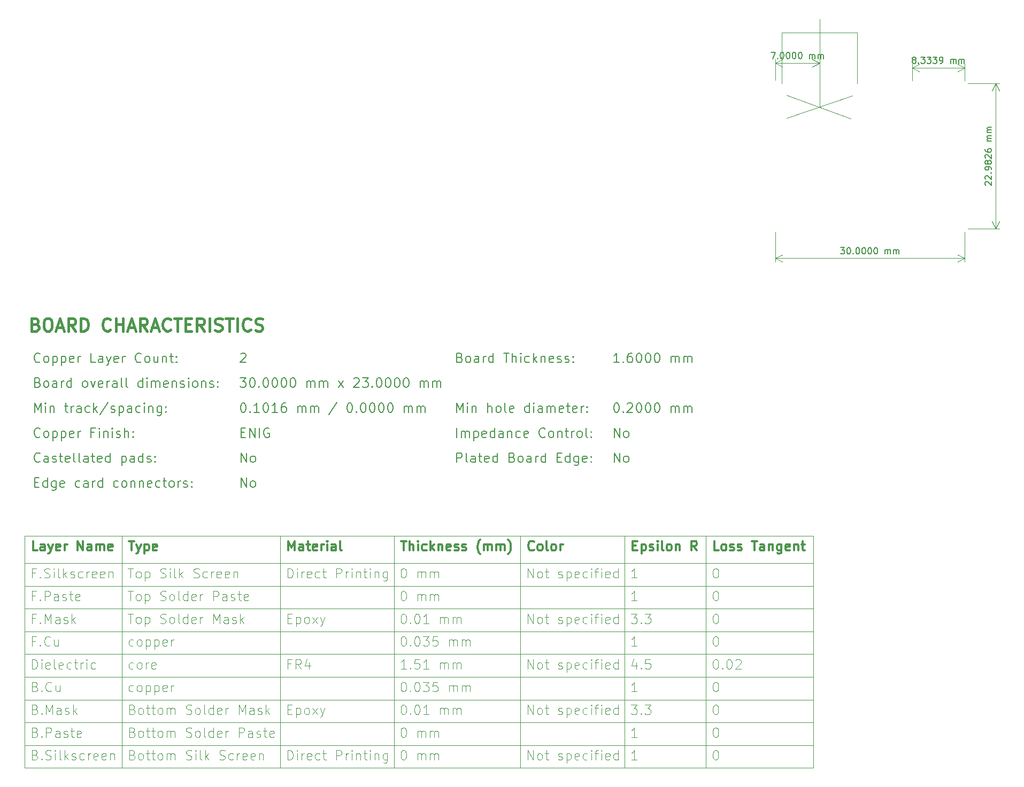
<source format=gbr>
G04 #@! TF.GenerationSoftware,KiCad,Pcbnew,8.0.6*
G04 #@! TF.CreationDate,2024-11-27T10:36:13+01:00*
G04 #@! TF.ProjectId,TDR1,54445231-2e6b-4696-9361-645f70636258,0.1*
G04 #@! TF.SameCoordinates,Original*
G04 #@! TF.FileFunction,Other,Comment*
%FSLAX46Y46*%
G04 Gerber Fmt 4.6, Leading zero omitted, Abs format (unit mm)*
G04 Created by KiCad (PCBNEW 8.0.6) date 2024-11-27 10:36:13*
%MOMM*%
%LPD*%
G01*
G04 APERTURE LIST*
%ADD10C,0.100000*%
%ADD11C,0.300000*%
%ADD12C,0.200000*%
%ADD13C,0.400000*%
%ADD14C,0.150000*%
G04 APERTURE END LIST*
D10*
X-118850000Y-71038000D02*
X5978574Y-71038000D01*
X-118850000Y-67432000D02*
X5978574Y-67432000D01*
X-118850000Y-60220000D02*
X5978574Y-60220000D01*
X1800000Y17500000D02*
X12200000Y21050000D01*
X-118850000Y-81856000D02*
X5978574Y-81856000D01*
X13000000Y31050000D02*
X13000000Y23000000D01*
X-23864285Y-48700000D02*
X-23864285Y-85462000D01*
X-118850000Y-56614000D02*
X5978574Y-56614000D01*
X-118850000Y-74644000D02*
X5978574Y-74644000D01*
X-40364286Y-48700000D02*
X-40364286Y-85462000D01*
X-118850000Y-48700000D02*
X-118850000Y-85462000D01*
X-118850000Y-63826000D02*
X5978574Y-63826000D01*
X7000000Y31050000D02*
X1000000Y31050000D01*
X1000000Y31050000D02*
X1000000Y23000000D01*
X-60392858Y-48700000D02*
X-60392858Y-85462000D01*
X-118850000Y-48700000D02*
X5978574Y-48700000D01*
X-118850000Y-85462000D02*
X5978574Y-85462000D01*
X7000000Y31050000D02*
X13000000Y31050000D01*
X1800000Y21150000D02*
X11950000Y17450000D01*
X-118850000Y-78250000D02*
X5978574Y-78250000D01*
X-78392858Y-48700000D02*
X-78392858Y-85462000D01*
X-10978570Y-48700000D02*
X-10978570Y-85462000D01*
X7000000Y19275000D02*
X7000000Y33200000D01*
X5978574Y-48700000D02*
X5978574Y-85462000D01*
X-118850000Y-53008000D02*
X5978574Y-53008000D01*
X-103464286Y-48700000D02*
X-103464286Y-85462000D01*
X-39191355Y-62536228D02*
X-39191355Y-61036228D01*
X-39191355Y-61036228D02*
X-38334212Y-62536228D01*
X-38334212Y-62536228D02*
X-38334212Y-61036228D01*
X-37405640Y-62536228D02*
X-37548497Y-62464800D01*
X-37548497Y-62464800D02*
X-37619926Y-62393371D01*
X-37619926Y-62393371D02*
X-37691354Y-62250514D01*
X-37691354Y-62250514D02*
X-37691354Y-61821942D01*
X-37691354Y-61821942D02*
X-37619926Y-61679085D01*
X-37619926Y-61679085D02*
X-37548497Y-61607657D01*
X-37548497Y-61607657D02*
X-37405640Y-61536228D01*
X-37405640Y-61536228D02*
X-37191354Y-61536228D01*
X-37191354Y-61536228D02*
X-37048497Y-61607657D01*
X-37048497Y-61607657D02*
X-36977068Y-61679085D01*
X-36977068Y-61679085D02*
X-36905640Y-61821942D01*
X-36905640Y-61821942D02*
X-36905640Y-62250514D01*
X-36905640Y-62250514D02*
X-36977068Y-62393371D01*
X-36977068Y-62393371D02*
X-37048497Y-62464800D01*
X-37048497Y-62464800D02*
X-37191354Y-62536228D01*
X-37191354Y-62536228D02*
X-37405640Y-62536228D01*
X-36477068Y-61536228D02*
X-35905640Y-61536228D01*
X-36262783Y-61036228D02*
X-36262783Y-62321942D01*
X-36262783Y-62321942D02*
X-36191354Y-62464800D01*
X-36191354Y-62464800D02*
X-36048497Y-62536228D01*
X-36048497Y-62536228D02*
X-35905640Y-62536228D01*
X-34334211Y-62464800D02*
X-34191354Y-62536228D01*
X-34191354Y-62536228D02*
X-33905640Y-62536228D01*
X-33905640Y-62536228D02*
X-33762783Y-62464800D01*
X-33762783Y-62464800D02*
X-33691354Y-62321942D01*
X-33691354Y-62321942D02*
X-33691354Y-62250514D01*
X-33691354Y-62250514D02*
X-33762783Y-62107657D01*
X-33762783Y-62107657D02*
X-33905640Y-62036228D01*
X-33905640Y-62036228D02*
X-34119925Y-62036228D01*
X-34119925Y-62036228D02*
X-34262783Y-61964800D01*
X-34262783Y-61964800D02*
X-34334211Y-61821942D01*
X-34334211Y-61821942D02*
X-34334211Y-61750514D01*
X-34334211Y-61750514D02*
X-34262783Y-61607657D01*
X-34262783Y-61607657D02*
X-34119925Y-61536228D01*
X-34119925Y-61536228D02*
X-33905640Y-61536228D01*
X-33905640Y-61536228D02*
X-33762783Y-61607657D01*
X-33048497Y-61536228D02*
X-33048497Y-63036228D01*
X-33048497Y-61607657D02*
X-32905639Y-61536228D01*
X-32905639Y-61536228D02*
X-32619925Y-61536228D01*
X-32619925Y-61536228D02*
X-32477068Y-61607657D01*
X-32477068Y-61607657D02*
X-32405639Y-61679085D01*
X-32405639Y-61679085D02*
X-32334211Y-61821942D01*
X-32334211Y-61821942D02*
X-32334211Y-62250514D01*
X-32334211Y-62250514D02*
X-32405639Y-62393371D01*
X-32405639Y-62393371D02*
X-32477068Y-62464800D01*
X-32477068Y-62464800D02*
X-32619925Y-62536228D01*
X-32619925Y-62536228D02*
X-32905639Y-62536228D01*
X-32905639Y-62536228D02*
X-33048497Y-62464800D01*
X-31119925Y-62464800D02*
X-31262782Y-62536228D01*
X-31262782Y-62536228D02*
X-31548496Y-62536228D01*
X-31548496Y-62536228D02*
X-31691354Y-62464800D01*
X-31691354Y-62464800D02*
X-31762782Y-62321942D01*
X-31762782Y-62321942D02*
X-31762782Y-61750514D01*
X-31762782Y-61750514D02*
X-31691354Y-61607657D01*
X-31691354Y-61607657D02*
X-31548496Y-61536228D01*
X-31548496Y-61536228D02*
X-31262782Y-61536228D01*
X-31262782Y-61536228D02*
X-31119925Y-61607657D01*
X-31119925Y-61607657D02*
X-31048496Y-61750514D01*
X-31048496Y-61750514D02*
X-31048496Y-61893371D01*
X-31048496Y-61893371D02*
X-31762782Y-62036228D01*
X-29762782Y-62464800D02*
X-29905640Y-62536228D01*
X-29905640Y-62536228D02*
X-30191354Y-62536228D01*
X-30191354Y-62536228D02*
X-30334211Y-62464800D01*
X-30334211Y-62464800D02*
X-30405640Y-62393371D01*
X-30405640Y-62393371D02*
X-30477068Y-62250514D01*
X-30477068Y-62250514D02*
X-30477068Y-61821942D01*
X-30477068Y-61821942D02*
X-30405640Y-61679085D01*
X-30405640Y-61679085D02*
X-30334211Y-61607657D01*
X-30334211Y-61607657D02*
X-30191354Y-61536228D01*
X-30191354Y-61536228D02*
X-29905640Y-61536228D01*
X-29905640Y-61536228D02*
X-29762782Y-61607657D01*
X-29119926Y-62536228D02*
X-29119926Y-61536228D01*
X-29119926Y-61036228D02*
X-29191354Y-61107657D01*
X-29191354Y-61107657D02*
X-29119926Y-61179085D01*
X-29119926Y-61179085D02*
X-29048497Y-61107657D01*
X-29048497Y-61107657D02*
X-29119926Y-61036228D01*
X-29119926Y-61036228D02*
X-29119926Y-61179085D01*
X-28619925Y-61536228D02*
X-28048497Y-61536228D01*
X-28405640Y-62536228D02*
X-28405640Y-61250514D01*
X-28405640Y-61250514D02*
X-28334211Y-61107657D01*
X-28334211Y-61107657D02*
X-28191354Y-61036228D01*
X-28191354Y-61036228D02*
X-28048497Y-61036228D01*
X-27548497Y-62536228D02*
X-27548497Y-61536228D01*
X-27548497Y-61036228D02*
X-27619925Y-61107657D01*
X-27619925Y-61107657D02*
X-27548497Y-61179085D01*
X-27548497Y-61179085D02*
X-27477068Y-61107657D01*
X-27477068Y-61107657D02*
X-27548497Y-61036228D01*
X-27548497Y-61036228D02*
X-27548497Y-61179085D01*
X-26262782Y-62464800D02*
X-26405639Y-62536228D01*
X-26405639Y-62536228D02*
X-26691353Y-62536228D01*
X-26691353Y-62536228D02*
X-26834211Y-62464800D01*
X-26834211Y-62464800D02*
X-26905639Y-62321942D01*
X-26905639Y-62321942D02*
X-26905639Y-61750514D01*
X-26905639Y-61750514D02*
X-26834211Y-61607657D01*
X-26834211Y-61607657D02*
X-26691353Y-61536228D01*
X-26691353Y-61536228D02*
X-26405639Y-61536228D01*
X-26405639Y-61536228D02*
X-26262782Y-61607657D01*
X-26262782Y-61607657D02*
X-26191353Y-61750514D01*
X-26191353Y-61750514D02*
X-26191353Y-61893371D01*
X-26191353Y-61893371D02*
X-26905639Y-62036228D01*
X-24905639Y-62536228D02*
X-24905639Y-61036228D01*
X-24905639Y-62464800D02*
X-25048497Y-62536228D01*
X-25048497Y-62536228D02*
X-25334211Y-62536228D01*
X-25334211Y-62536228D02*
X-25477068Y-62464800D01*
X-25477068Y-62464800D02*
X-25548497Y-62393371D01*
X-25548497Y-62393371D02*
X-25619925Y-62250514D01*
X-25619925Y-62250514D02*
X-25619925Y-61821942D01*
X-25619925Y-61821942D02*
X-25548497Y-61679085D01*
X-25548497Y-61679085D02*
X-25477068Y-61607657D01*
X-25477068Y-61607657D02*
X-25334211Y-61536228D01*
X-25334211Y-61536228D02*
X-25048497Y-61536228D01*
X-25048497Y-61536228D02*
X-24905639Y-61607657D01*
X-101648497Y-66070800D02*
X-101791355Y-66142228D01*
X-101791355Y-66142228D02*
X-102077069Y-66142228D01*
X-102077069Y-66142228D02*
X-102219926Y-66070800D01*
X-102219926Y-66070800D02*
X-102291355Y-65999371D01*
X-102291355Y-65999371D02*
X-102362783Y-65856514D01*
X-102362783Y-65856514D02*
X-102362783Y-65427942D01*
X-102362783Y-65427942D02*
X-102291355Y-65285085D01*
X-102291355Y-65285085D02*
X-102219926Y-65213657D01*
X-102219926Y-65213657D02*
X-102077069Y-65142228D01*
X-102077069Y-65142228D02*
X-101791355Y-65142228D01*
X-101791355Y-65142228D02*
X-101648497Y-65213657D01*
X-100791355Y-66142228D02*
X-100934212Y-66070800D01*
X-100934212Y-66070800D02*
X-101005641Y-65999371D01*
X-101005641Y-65999371D02*
X-101077069Y-65856514D01*
X-101077069Y-65856514D02*
X-101077069Y-65427942D01*
X-101077069Y-65427942D02*
X-101005641Y-65285085D01*
X-101005641Y-65285085D02*
X-100934212Y-65213657D01*
X-100934212Y-65213657D02*
X-100791355Y-65142228D01*
X-100791355Y-65142228D02*
X-100577069Y-65142228D01*
X-100577069Y-65142228D02*
X-100434212Y-65213657D01*
X-100434212Y-65213657D02*
X-100362783Y-65285085D01*
X-100362783Y-65285085D02*
X-100291355Y-65427942D01*
X-100291355Y-65427942D02*
X-100291355Y-65856514D01*
X-100291355Y-65856514D02*
X-100362783Y-65999371D01*
X-100362783Y-65999371D02*
X-100434212Y-66070800D01*
X-100434212Y-66070800D02*
X-100577069Y-66142228D01*
X-100577069Y-66142228D02*
X-100791355Y-66142228D01*
X-99648498Y-65142228D02*
X-99648498Y-66642228D01*
X-99648498Y-65213657D02*
X-99505640Y-65142228D01*
X-99505640Y-65142228D02*
X-99219926Y-65142228D01*
X-99219926Y-65142228D02*
X-99077069Y-65213657D01*
X-99077069Y-65213657D02*
X-99005640Y-65285085D01*
X-99005640Y-65285085D02*
X-98934212Y-65427942D01*
X-98934212Y-65427942D02*
X-98934212Y-65856514D01*
X-98934212Y-65856514D02*
X-99005640Y-65999371D01*
X-99005640Y-65999371D02*
X-99077069Y-66070800D01*
X-99077069Y-66070800D02*
X-99219926Y-66142228D01*
X-99219926Y-66142228D02*
X-99505640Y-66142228D01*
X-99505640Y-66142228D02*
X-99648498Y-66070800D01*
X-98291355Y-65142228D02*
X-98291355Y-66642228D01*
X-98291355Y-65213657D02*
X-98148497Y-65142228D01*
X-98148497Y-65142228D02*
X-97862783Y-65142228D01*
X-97862783Y-65142228D02*
X-97719926Y-65213657D01*
X-97719926Y-65213657D02*
X-97648497Y-65285085D01*
X-97648497Y-65285085D02*
X-97577069Y-65427942D01*
X-97577069Y-65427942D02*
X-97577069Y-65856514D01*
X-97577069Y-65856514D02*
X-97648497Y-65999371D01*
X-97648497Y-65999371D02*
X-97719926Y-66070800D01*
X-97719926Y-66070800D02*
X-97862783Y-66142228D01*
X-97862783Y-66142228D02*
X-98148497Y-66142228D01*
X-98148497Y-66142228D02*
X-98291355Y-66070800D01*
X-96362783Y-66070800D02*
X-96505640Y-66142228D01*
X-96505640Y-66142228D02*
X-96791354Y-66142228D01*
X-96791354Y-66142228D02*
X-96934212Y-66070800D01*
X-96934212Y-66070800D02*
X-97005640Y-65927942D01*
X-97005640Y-65927942D02*
X-97005640Y-65356514D01*
X-97005640Y-65356514D02*
X-96934212Y-65213657D01*
X-96934212Y-65213657D02*
X-96791354Y-65142228D01*
X-96791354Y-65142228D02*
X-96505640Y-65142228D01*
X-96505640Y-65142228D02*
X-96362783Y-65213657D01*
X-96362783Y-65213657D02*
X-96291354Y-65356514D01*
X-96291354Y-65356514D02*
X-96291354Y-65499371D01*
X-96291354Y-65499371D02*
X-97005640Y-65642228D01*
X-95648498Y-66142228D02*
X-95648498Y-65142228D01*
X-95648498Y-65427942D02*
X-95577069Y-65285085D01*
X-95577069Y-65285085D02*
X-95505640Y-65213657D01*
X-95505640Y-65213657D02*
X-95362783Y-65142228D01*
X-95362783Y-65142228D02*
X-95219926Y-65142228D01*
X-9519924Y-71854228D02*
X-9377067Y-71854228D01*
X-9377067Y-71854228D02*
X-9234210Y-71925657D01*
X-9234210Y-71925657D02*
X-9162781Y-71997085D01*
X-9162781Y-71997085D02*
X-9091353Y-72139942D01*
X-9091353Y-72139942D02*
X-9019924Y-72425657D01*
X-9019924Y-72425657D02*
X-9019924Y-72782800D01*
X-9019924Y-72782800D02*
X-9091353Y-73068514D01*
X-9091353Y-73068514D02*
X-9162781Y-73211371D01*
X-9162781Y-73211371D02*
X-9234210Y-73282800D01*
X-9234210Y-73282800D02*
X-9377067Y-73354228D01*
X-9377067Y-73354228D02*
X-9519924Y-73354228D01*
X-9519924Y-73354228D02*
X-9662781Y-73282800D01*
X-9662781Y-73282800D02*
X-9734210Y-73211371D01*
X-9734210Y-73211371D02*
X-9805639Y-73068514D01*
X-9805639Y-73068514D02*
X-9877067Y-72782800D01*
X-9877067Y-72782800D02*
X-9877067Y-72425657D01*
X-9877067Y-72425657D02*
X-9805639Y-72139942D01*
X-9805639Y-72139942D02*
X-9734210Y-71997085D01*
X-9734210Y-71997085D02*
X-9662781Y-71925657D01*
X-9662781Y-71925657D02*
X-9519924Y-71854228D01*
X-9519924Y-57430228D02*
X-9377067Y-57430228D01*
X-9377067Y-57430228D02*
X-9234210Y-57501657D01*
X-9234210Y-57501657D02*
X-9162781Y-57573085D01*
X-9162781Y-57573085D02*
X-9091353Y-57715942D01*
X-9091353Y-57715942D02*
X-9019924Y-58001657D01*
X-9019924Y-58001657D02*
X-9019924Y-58358800D01*
X-9019924Y-58358800D02*
X-9091353Y-58644514D01*
X-9091353Y-58644514D02*
X-9162781Y-58787371D01*
X-9162781Y-58787371D02*
X-9234210Y-58858800D01*
X-9234210Y-58858800D02*
X-9377067Y-58930228D01*
X-9377067Y-58930228D02*
X-9519924Y-58930228D01*
X-9519924Y-58930228D02*
X-9662781Y-58858800D01*
X-9662781Y-58858800D02*
X-9734210Y-58787371D01*
X-9734210Y-58787371D02*
X-9805639Y-58644514D01*
X-9805639Y-58644514D02*
X-9877067Y-58358800D01*
X-9877067Y-58358800D02*
X-9877067Y-58001657D01*
X-9877067Y-58001657D02*
X-9805639Y-57715942D01*
X-9805639Y-57715942D02*
X-9734210Y-57573085D01*
X-9734210Y-57573085D02*
X-9662781Y-57501657D01*
X-9662781Y-57501657D02*
X-9519924Y-57430228D01*
X-58934212Y-82672228D02*
X-58791355Y-82672228D01*
X-58791355Y-82672228D02*
X-58648498Y-82743657D01*
X-58648498Y-82743657D02*
X-58577069Y-82815085D01*
X-58577069Y-82815085D02*
X-58505641Y-82957942D01*
X-58505641Y-82957942D02*
X-58434212Y-83243657D01*
X-58434212Y-83243657D02*
X-58434212Y-83600800D01*
X-58434212Y-83600800D02*
X-58505641Y-83886514D01*
X-58505641Y-83886514D02*
X-58577069Y-84029371D01*
X-58577069Y-84029371D02*
X-58648498Y-84100800D01*
X-58648498Y-84100800D02*
X-58791355Y-84172228D01*
X-58791355Y-84172228D02*
X-58934212Y-84172228D01*
X-58934212Y-84172228D02*
X-59077069Y-84100800D01*
X-59077069Y-84100800D02*
X-59148498Y-84029371D01*
X-59148498Y-84029371D02*
X-59219927Y-83886514D01*
X-59219927Y-83886514D02*
X-59291355Y-83600800D01*
X-59291355Y-83600800D02*
X-59291355Y-83243657D01*
X-59291355Y-83243657D02*
X-59219927Y-82957942D01*
X-59219927Y-82957942D02*
X-59148498Y-82815085D01*
X-59148498Y-82815085D02*
X-59077069Y-82743657D01*
X-59077069Y-82743657D02*
X-58934212Y-82672228D01*
X-56648499Y-84172228D02*
X-56648499Y-83172228D01*
X-56648499Y-83315085D02*
X-56577070Y-83243657D01*
X-56577070Y-83243657D02*
X-56434213Y-83172228D01*
X-56434213Y-83172228D02*
X-56219927Y-83172228D01*
X-56219927Y-83172228D02*
X-56077070Y-83243657D01*
X-56077070Y-83243657D02*
X-56005641Y-83386514D01*
X-56005641Y-83386514D02*
X-56005641Y-84172228D01*
X-56005641Y-83386514D02*
X-55934213Y-83243657D01*
X-55934213Y-83243657D02*
X-55791356Y-83172228D01*
X-55791356Y-83172228D02*
X-55577070Y-83172228D01*
X-55577070Y-83172228D02*
X-55434213Y-83243657D01*
X-55434213Y-83243657D02*
X-55362784Y-83386514D01*
X-55362784Y-83386514D02*
X-55362784Y-84172228D01*
X-54648499Y-84172228D02*
X-54648499Y-83172228D01*
X-54648499Y-83315085D02*
X-54577070Y-83243657D01*
X-54577070Y-83243657D02*
X-54434213Y-83172228D01*
X-54434213Y-83172228D02*
X-54219927Y-83172228D01*
X-54219927Y-83172228D02*
X-54077070Y-83243657D01*
X-54077070Y-83243657D02*
X-54005641Y-83386514D01*
X-54005641Y-83386514D02*
X-54005641Y-84172228D01*
X-54005641Y-83386514D02*
X-53934213Y-83243657D01*
X-53934213Y-83243657D02*
X-53791356Y-83172228D01*
X-53791356Y-83172228D02*
X-53577070Y-83172228D01*
X-53577070Y-83172228D02*
X-53434213Y-83243657D01*
X-53434213Y-83243657D02*
X-53362784Y-83386514D01*
X-53362784Y-83386514D02*
X-53362784Y-84172228D01*
D11*
X-116831204Y-51005828D02*
X-117545490Y-51005828D01*
X-117545490Y-51005828D02*
X-117545490Y-49505828D01*
X-115688346Y-51005828D02*
X-115688346Y-50220114D01*
X-115688346Y-50220114D02*
X-115759775Y-50077257D01*
X-115759775Y-50077257D02*
X-115902632Y-50005828D01*
X-115902632Y-50005828D02*
X-116188346Y-50005828D01*
X-116188346Y-50005828D02*
X-116331204Y-50077257D01*
X-115688346Y-50934400D02*
X-115831204Y-51005828D01*
X-115831204Y-51005828D02*
X-116188346Y-51005828D01*
X-116188346Y-51005828D02*
X-116331204Y-50934400D01*
X-116331204Y-50934400D02*
X-116402632Y-50791542D01*
X-116402632Y-50791542D02*
X-116402632Y-50648685D01*
X-116402632Y-50648685D02*
X-116331204Y-50505828D01*
X-116331204Y-50505828D02*
X-116188346Y-50434400D01*
X-116188346Y-50434400D02*
X-115831204Y-50434400D01*
X-115831204Y-50434400D02*
X-115688346Y-50362971D01*
X-115116918Y-50005828D02*
X-114759775Y-51005828D01*
X-114402632Y-50005828D02*
X-114759775Y-51005828D01*
X-114759775Y-51005828D02*
X-114902632Y-51362971D01*
X-114902632Y-51362971D02*
X-114974061Y-51434400D01*
X-114974061Y-51434400D02*
X-115116918Y-51505828D01*
X-113259775Y-50934400D02*
X-113402632Y-51005828D01*
X-113402632Y-51005828D02*
X-113688346Y-51005828D01*
X-113688346Y-51005828D02*
X-113831204Y-50934400D01*
X-113831204Y-50934400D02*
X-113902632Y-50791542D01*
X-113902632Y-50791542D02*
X-113902632Y-50220114D01*
X-113902632Y-50220114D02*
X-113831204Y-50077257D01*
X-113831204Y-50077257D02*
X-113688346Y-50005828D01*
X-113688346Y-50005828D02*
X-113402632Y-50005828D01*
X-113402632Y-50005828D02*
X-113259775Y-50077257D01*
X-113259775Y-50077257D02*
X-113188346Y-50220114D01*
X-113188346Y-50220114D02*
X-113188346Y-50362971D01*
X-113188346Y-50362971D02*
X-113902632Y-50505828D01*
X-112545490Y-51005828D02*
X-112545490Y-50005828D01*
X-112545490Y-50291542D02*
X-112474061Y-50148685D01*
X-112474061Y-50148685D02*
X-112402632Y-50077257D01*
X-112402632Y-50077257D02*
X-112259775Y-50005828D01*
X-112259775Y-50005828D02*
X-112116918Y-50005828D01*
X-110474062Y-51005828D02*
X-110474062Y-49505828D01*
X-110474062Y-49505828D02*
X-109616919Y-51005828D01*
X-109616919Y-51005828D02*
X-109616919Y-49505828D01*
X-108259775Y-51005828D02*
X-108259775Y-50220114D01*
X-108259775Y-50220114D02*
X-108331204Y-50077257D01*
X-108331204Y-50077257D02*
X-108474061Y-50005828D01*
X-108474061Y-50005828D02*
X-108759775Y-50005828D01*
X-108759775Y-50005828D02*
X-108902633Y-50077257D01*
X-108259775Y-50934400D02*
X-108402633Y-51005828D01*
X-108402633Y-51005828D02*
X-108759775Y-51005828D01*
X-108759775Y-51005828D02*
X-108902633Y-50934400D01*
X-108902633Y-50934400D02*
X-108974061Y-50791542D01*
X-108974061Y-50791542D02*
X-108974061Y-50648685D01*
X-108974061Y-50648685D02*
X-108902633Y-50505828D01*
X-108902633Y-50505828D02*
X-108759775Y-50434400D01*
X-108759775Y-50434400D02*
X-108402633Y-50434400D01*
X-108402633Y-50434400D02*
X-108259775Y-50362971D01*
X-107545490Y-51005828D02*
X-107545490Y-50005828D01*
X-107545490Y-50148685D02*
X-107474061Y-50077257D01*
X-107474061Y-50077257D02*
X-107331204Y-50005828D01*
X-107331204Y-50005828D02*
X-107116918Y-50005828D01*
X-107116918Y-50005828D02*
X-106974061Y-50077257D01*
X-106974061Y-50077257D02*
X-106902632Y-50220114D01*
X-106902632Y-50220114D02*
X-106902632Y-51005828D01*
X-106902632Y-50220114D02*
X-106831204Y-50077257D01*
X-106831204Y-50077257D02*
X-106688347Y-50005828D01*
X-106688347Y-50005828D02*
X-106474061Y-50005828D01*
X-106474061Y-50005828D02*
X-106331204Y-50077257D01*
X-106331204Y-50077257D02*
X-106259775Y-50220114D01*
X-106259775Y-50220114D02*
X-106259775Y-51005828D01*
X-104974061Y-50934400D02*
X-105116918Y-51005828D01*
X-105116918Y-51005828D02*
X-105402632Y-51005828D01*
X-105402632Y-51005828D02*
X-105545490Y-50934400D01*
X-105545490Y-50934400D02*
X-105616918Y-50791542D01*
X-105616918Y-50791542D02*
X-105616918Y-50220114D01*
X-105616918Y-50220114D02*
X-105545490Y-50077257D01*
X-105545490Y-50077257D02*
X-105402632Y-50005828D01*
X-105402632Y-50005828D02*
X-105116918Y-50005828D01*
X-105116918Y-50005828D02*
X-104974061Y-50077257D01*
X-104974061Y-50077257D02*
X-104902632Y-50220114D01*
X-104902632Y-50220114D02*
X-104902632Y-50362971D01*
X-104902632Y-50362971D02*
X-105616918Y-50505828D01*
D10*
X-58934212Y-61036228D02*
X-58791355Y-61036228D01*
X-58791355Y-61036228D02*
X-58648498Y-61107657D01*
X-58648498Y-61107657D02*
X-58577069Y-61179085D01*
X-58577069Y-61179085D02*
X-58505641Y-61321942D01*
X-58505641Y-61321942D02*
X-58434212Y-61607657D01*
X-58434212Y-61607657D02*
X-58434212Y-61964800D01*
X-58434212Y-61964800D02*
X-58505641Y-62250514D01*
X-58505641Y-62250514D02*
X-58577069Y-62393371D01*
X-58577069Y-62393371D02*
X-58648498Y-62464800D01*
X-58648498Y-62464800D02*
X-58791355Y-62536228D01*
X-58791355Y-62536228D02*
X-58934212Y-62536228D01*
X-58934212Y-62536228D02*
X-59077069Y-62464800D01*
X-59077069Y-62464800D02*
X-59148498Y-62393371D01*
X-59148498Y-62393371D02*
X-59219927Y-62250514D01*
X-59219927Y-62250514D02*
X-59291355Y-61964800D01*
X-59291355Y-61964800D02*
X-59291355Y-61607657D01*
X-59291355Y-61607657D02*
X-59219927Y-61321942D01*
X-59219927Y-61321942D02*
X-59148498Y-61179085D01*
X-59148498Y-61179085D02*
X-59077069Y-61107657D01*
X-59077069Y-61107657D02*
X-58934212Y-61036228D01*
X-57791356Y-62393371D02*
X-57719927Y-62464800D01*
X-57719927Y-62464800D02*
X-57791356Y-62536228D01*
X-57791356Y-62536228D02*
X-57862784Y-62464800D01*
X-57862784Y-62464800D02*
X-57791356Y-62393371D01*
X-57791356Y-62393371D02*
X-57791356Y-62536228D01*
X-56791355Y-61036228D02*
X-56648498Y-61036228D01*
X-56648498Y-61036228D02*
X-56505641Y-61107657D01*
X-56505641Y-61107657D02*
X-56434212Y-61179085D01*
X-56434212Y-61179085D02*
X-56362784Y-61321942D01*
X-56362784Y-61321942D02*
X-56291355Y-61607657D01*
X-56291355Y-61607657D02*
X-56291355Y-61964800D01*
X-56291355Y-61964800D02*
X-56362784Y-62250514D01*
X-56362784Y-62250514D02*
X-56434212Y-62393371D01*
X-56434212Y-62393371D02*
X-56505641Y-62464800D01*
X-56505641Y-62464800D02*
X-56648498Y-62536228D01*
X-56648498Y-62536228D02*
X-56791355Y-62536228D01*
X-56791355Y-62536228D02*
X-56934212Y-62464800D01*
X-56934212Y-62464800D02*
X-57005641Y-62393371D01*
X-57005641Y-62393371D02*
X-57077070Y-62250514D01*
X-57077070Y-62250514D02*
X-57148498Y-61964800D01*
X-57148498Y-61964800D02*
X-57148498Y-61607657D01*
X-57148498Y-61607657D02*
X-57077070Y-61321942D01*
X-57077070Y-61321942D02*
X-57005641Y-61179085D01*
X-57005641Y-61179085D02*
X-56934212Y-61107657D01*
X-56934212Y-61107657D02*
X-56791355Y-61036228D01*
X-54862784Y-62536228D02*
X-55719927Y-62536228D01*
X-55291356Y-62536228D02*
X-55291356Y-61036228D01*
X-55291356Y-61036228D02*
X-55434213Y-61250514D01*
X-55434213Y-61250514D02*
X-55577070Y-61393371D01*
X-55577070Y-61393371D02*
X-55719927Y-61464800D01*
X-53077071Y-62536228D02*
X-53077071Y-61536228D01*
X-53077071Y-61679085D02*
X-53005642Y-61607657D01*
X-53005642Y-61607657D02*
X-52862785Y-61536228D01*
X-52862785Y-61536228D02*
X-52648499Y-61536228D01*
X-52648499Y-61536228D02*
X-52505642Y-61607657D01*
X-52505642Y-61607657D02*
X-52434213Y-61750514D01*
X-52434213Y-61750514D02*
X-52434213Y-62536228D01*
X-52434213Y-61750514D02*
X-52362785Y-61607657D01*
X-52362785Y-61607657D02*
X-52219928Y-61536228D01*
X-52219928Y-61536228D02*
X-52005642Y-61536228D01*
X-52005642Y-61536228D02*
X-51862785Y-61607657D01*
X-51862785Y-61607657D02*
X-51791356Y-61750514D01*
X-51791356Y-61750514D02*
X-51791356Y-62536228D01*
X-51077071Y-62536228D02*
X-51077071Y-61536228D01*
X-51077071Y-61679085D02*
X-51005642Y-61607657D01*
X-51005642Y-61607657D02*
X-50862785Y-61536228D01*
X-50862785Y-61536228D02*
X-50648499Y-61536228D01*
X-50648499Y-61536228D02*
X-50505642Y-61607657D01*
X-50505642Y-61607657D02*
X-50434213Y-61750514D01*
X-50434213Y-61750514D02*
X-50434213Y-62536228D01*
X-50434213Y-61750514D02*
X-50362785Y-61607657D01*
X-50362785Y-61607657D02*
X-50219928Y-61536228D01*
X-50219928Y-61536228D02*
X-50005642Y-61536228D01*
X-50005642Y-61536228D02*
X-49862785Y-61607657D01*
X-49862785Y-61607657D02*
X-49791356Y-61750514D01*
X-49791356Y-61750514D02*
X-49791356Y-62536228D01*
X-117177069Y-72568514D02*
X-116962783Y-72639942D01*
X-116962783Y-72639942D02*
X-116891354Y-72711371D01*
X-116891354Y-72711371D02*
X-116819926Y-72854228D01*
X-116819926Y-72854228D02*
X-116819926Y-73068514D01*
X-116819926Y-73068514D02*
X-116891354Y-73211371D01*
X-116891354Y-73211371D02*
X-116962783Y-73282800D01*
X-116962783Y-73282800D02*
X-117105640Y-73354228D01*
X-117105640Y-73354228D02*
X-117677069Y-73354228D01*
X-117677069Y-73354228D02*
X-117677069Y-71854228D01*
X-117677069Y-71854228D02*
X-117177069Y-71854228D01*
X-117177069Y-71854228D02*
X-117034211Y-71925657D01*
X-117034211Y-71925657D02*
X-116962783Y-71997085D01*
X-116962783Y-71997085D02*
X-116891354Y-72139942D01*
X-116891354Y-72139942D02*
X-116891354Y-72282800D01*
X-116891354Y-72282800D02*
X-116962783Y-72425657D01*
X-116962783Y-72425657D02*
X-117034211Y-72497085D01*
X-117034211Y-72497085D02*
X-117177069Y-72568514D01*
X-117177069Y-72568514D02*
X-117677069Y-72568514D01*
X-116177069Y-73211371D02*
X-116105640Y-73282800D01*
X-116105640Y-73282800D02*
X-116177069Y-73354228D01*
X-116177069Y-73354228D02*
X-116248497Y-73282800D01*
X-116248497Y-73282800D02*
X-116177069Y-73211371D01*
X-116177069Y-73211371D02*
X-116177069Y-73354228D01*
X-114605640Y-73211371D02*
X-114677068Y-73282800D01*
X-114677068Y-73282800D02*
X-114891354Y-73354228D01*
X-114891354Y-73354228D02*
X-115034211Y-73354228D01*
X-115034211Y-73354228D02*
X-115248497Y-73282800D01*
X-115248497Y-73282800D02*
X-115391354Y-73139942D01*
X-115391354Y-73139942D02*
X-115462783Y-72997085D01*
X-115462783Y-72997085D02*
X-115534211Y-72711371D01*
X-115534211Y-72711371D02*
X-115534211Y-72497085D01*
X-115534211Y-72497085D02*
X-115462783Y-72211371D01*
X-115462783Y-72211371D02*
X-115391354Y-72068514D01*
X-115391354Y-72068514D02*
X-115248497Y-71925657D01*
X-115248497Y-71925657D02*
X-115034211Y-71854228D01*
X-115034211Y-71854228D02*
X-114891354Y-71854228D01*
X-114891354Y-71854228D02*
X-114677068Y-71925657D01*
X-114677068Y-71925657D02*
X-114605640Y-71997085D01*
X-113319925Y-72354228D02*
X-113319925Y-73354228D01*
X-113962783Y-72354228D02*
X-113962783Y-73139942D01*
X-113962783Y-73139942D02*
X-113891354Y-73282800D01*
X-113891354Y-73282800D02*
X-113748497Y-73354228D01*
X-113748497Y-73354228D02*
X-113534211Y-73354228D01*
X-113534211Y-73354228D02*
X-113391354Y-73282800D01*
X-113391354Y-73282800D02*
X-113319925Y-73211371D01*
X-21905639Y-58930228D02*
X-22762782Y-58930228D01*
X-22334211Y-58930228D02*
X-22334211Y-57430228D01*
X-22334211Y-57430228D02*
X-22477068Y-57644514D01*
X-22477068Y-57644514D02*
X-22619925Y-57787371D01*
X-22619925Y-57787371D02*
X-22762782Y-57858800D01*
D12*
X-84604137Y-40990028D02*
X-84604137Y-39490028D01*
X-84604137Y-39490028D02*
X-83746994Y-40990028D01*
X-83746994Y-40990028D02*
X-83746994Y-39490028D01*
X-82818422Y-40990028D02*
X-82961279Y-40918600D01*
X-82961279Y-40918600D02*
X-83032708Y-40847171D01*
X-83032708Y-40847171D02*
X-83104136Y-40704314D01*
X-83104136Y-40704314D02*
X-83104136Y-40275742D01*
X-83104136Y-40275742D02*
X-83032708Y-40132885D01*
X-83032708Y-40132885D02*
X-82961279Y-40061457D01*
X-82961279Y-40061457D02*
X-82818422Y-39990028D01*
X-82818422Y-39990028D02*
X-82604136Y-39990028D01*
X-82604136Y-39990028D02*
X-82461279Y-40061457D01*
X-82461279Y-40061457D02*
X-82389850Y-40132885D01*
X-82389850Y-40132885D02*
X-82318422Y-40275742D01*
X-82318422Y-40275742D02*
X-82318422Y-40704314D01*
X-82318422Y-40704314D02*
X-82389850Y-40847171D01*
X-82389850Y-40847171D02*
X-82461279Y-40918600D01*
X-82461279Y-40918600D02*
X-82604136Y-40990028D01*
X-82604136Y-40990028D02*
X-82818422Y-40990028D01*
D10*
X-102505640Y-57430228D02*
X-101648497Y-57430228D01*
X-102077069Y-58930228D02*
X-102077069Y-57430228D01*
X-100934212Y-58930228D02*
X-101077069Y-58858800D01*
X-101077069Y-58858800D02*
X-101148498Y-58787371D01*
X-101148498Y-58787371D02*
X-101219926Y-58644514D01*
X-101219926Y-58644514D02*
X-101219926Y-58215942D01*
X-101219926Y-58215942D02*
X-101148498Y-58073085D01*
X-101148498Y-58073085D02*
X-101077069Y-58001657D01*
X-101077069Y-58001657D02*
X-100934212Y-57930228D01*
X-100934212Y-57930228D02*
X-100719926Y-57930228D01*
X-100719926Y-57930228D02*
X-100577069Y-58001657D01*
X-100577069Y-58001657D02*
X-100505640Y-58073085D01*
X-100505640Y-58073085D02*
X-100434212Y-58215942D01*
X-100434212Y-58215942D02*
X-100434212Y-58644514D01*
X-100434212Y-58644514D02*
X-100505640Y-58787371D01*
X-100505640Y-58787371D02*
X-100577069Y-58858800D01*
X-100577069Y-58858800D02*
X-100719926Y-58930228D01*
X-100719926Y-58930228D02*
X-100934212Y-58930228D01*
X-99791355Y-57930228D02*
X-99791355Y-59430228D01*
X-99791355Y-58001657D02*
X-99648497Y-57930228D01*
X-99648497Y-57930228D02*
X-99362783Y-57930228D01*
X-99362783Y-57930228D02*
X-99219926Y-58001657D01*
X-99219926Y-58001657D02*
X-99148497Y-58073085D01*
X-99148497Y-58073085D02*
X-99077069Y-58215942D01*
X-99077069Y-58215942D02*
X-99077069Y-58644514D01*
X-99077069Y-58644514D02*
X-99148497Y-58787371D01*
X-99148497Y-58787371D02*
X-99219926Y-58858800D01*
X-99219926Y-58858800D02*
X-99362783Y-58930228D01*
X-99362783Y-58930228D02*
X-99648497Y-58930228D01*
X-99648497Y-58930228D02*
X-99791355Y-58858800D01*
X-97362783Y-58858800D02*
X-97148497Y-58930228D01*
X-97148497Y-58930228D02*
X-96791355Y-58930228D01*
X-96791355Y-58930228D02*
X-96648497Y-58858800D01*
X-96648497Y-58858800D02*
X-96577069Y-58787371D01*
X-96577069Y-58787371D02*
X-96505640Y-58644514D01*
X-96505640Y-58644514D02*
X-96505640Y-58501657D01*
X-96505640Y-58501657D02*
X-96577069Y-58358800D01*
X-96577069Y-58358800D02*
X-96648497Y-58287371D01*
X-96648497Y-58287371D02*
X-96791355Y-58215942D01*
X-96791355Y-58215942D02*
X-97077069Y-58144514D01*
X-97077069Y-58144514D02*
X-97219926Y-58073085D01*
X-97219926Y-58073085D02*
X-97291355Y-58001657D01*
X-97291355Y-58001657D02*
X-97362783Y-57858800D01*
X-97362783Y-57858800D02*
X-97362783Y-57715942D01*
X-97362783Y-57715942D02*
X-97291355Y-57573085D01*
X-97291355Y-57573085D02*
X-97219926Y-57501657D01*
X-97219926Y-57501657D02*
X-97077069Y-57430228D01*
X-97077069Y-57430228D02*
X-96719926Y-57430228D01*
X-96719926Y-57430228D02*
X-96505640Y-57501657D01*
X-95648498Y-58930228D02*
X-95791355Y-58858800D01*
X-95791355Y-58858800D02*
X-95862784Y-58787371D01*
X-95862784Y-58787371D02*
X-95934212Y-58644514D01*
X-95934212Y-58644514D02*
X-95934212Y-58215942D01*
X-95934212Y-58215942D02*
X-95862784Y-58073085D01*
X-95862784Y-58073085D02*
X-95791355Y-58001657D01*
X-95791355Y-58001657D02*
X-95648498Y-57930228D01*
X-95648498Y-57930228D02*
X-95434212Y-57930228D01*
X-95434212Y-57930228D02*
X-95291355Y-58001657D01*
X-95291355Y-58001657D02*
X-95219926Y-58073085D01*
X-95219926Y-58073085D02*
X-95148498Y-58215942D01*
X-95148498Y-58215942D02*
X-95148498Y-58644514D01*
X-95148498Y-58644514D02*
X-95219926Y-58787371D01*
X-95219926Y-58787371D02*
X-95291355Y-58858800D01*
X-95291355Y-58858800D02*
X-95434212Y-58930228D01*
X-95434212Y-58930228D02*
X-95648498Y-58930228D01*
X-94291355Y-58930228D02*
X-94434212Y-58858800D01*
X-94434212Y-58858800D02*
X-94505641Y-58715942D01*
X-94505641Y-58715942D02*
X-94505641Y-57430228D01*
X-93077069Y-58930228D02*
X-93077069Y-57430228D01*
X-93077069Y-58858800D02*
X-93219927Y-58930228D01*
X-93219927Y-58930228D02*
X-93505641Y-58930228D01*
X-93505641Y-58930228D02*
X-93648498Y-58858800D01*
X-93648498Y-58858800D02*
X-93719927Y-58787371D01*
X-93719927Y-58787371D02*
X-93791355Y-58644514D01*
X-93791355Y-58644514D02*
X-93791355Y-58215942D01*
X-93791355Y-58215942D02*
X-93719927Y-58073085D01*
X-93719927Y-58073085D02*
X-93648498Y-58001657D01*
X-93648498Y-58001657D02*
X-93505641Y-57930228D01*
X-93505641Y-57930228D02*
X-93219927Y-57930228D01*
X-93219927Y-57930228D02*
X-93077069Y-58001657D01*
X-91791355Y-58858800D02*
X-91934212Y-58930228D01*
X-91934212Y-58930228D02*
X-92219926Y-58930228D01*
X-92219926Y-58930228D02*
X-92362784Y-58858800D01*
X-92362784Y-58858800D02*
X-92434212Y-58715942D01*
X-92434212Y-58715942D02*
X-92434212Y-58144514D01*
X-92434212Y-58144514D02*
X-92362784Y-58001657D01*
X-92362784Y-58001657D02*
X-92219926Y-57930228D01*
X-92219926Y-57930228D02*
X-91934212Y-57930228D01*
X-91934212Y-57930228D02*
X-91791355Y-58001657D01*
X-91791355Y-58001657D02*
X-91719926Y-58144514D01*
X-91719926Y-58144514D02*
X-91719926Y-58287371D01*
X-91719926Y-58287371D02*
X-92434212Y-58430228D01*
X-91077070Y-58930228D02*
X-91077070Y-57930228D01*
X-91077070Y-58215942D02*
X-91005641Y-58073085D01*
X-91005641Y-58073085D02*
X-90934212Y-58001657D01*
X-90934212Y-58001657D02*
X-90791355Y-57930228D01*
X-90791355Y-57930228D02*
X-90648498Y-57930228D01*
X-89005642Y-58930228D02*
X-89005642Y-57430228D01*
X-89005642Y-57430228D02*
X-88434213Y-57430228D01*
X-88434213Y-57430228D02*
X-88291356Y-57501657D01*
X-88291356Y-57501657D02*
X-88219927Y-57573085D01*
X-88219927Y-57573085D02*
X-88148499Y-57715942D01*
X-88148499Y-57715942D02*
X-88148499Y-57930228D01*
X-88148499Y-57930228D02*
X-88219927Y-58073085D01*
X-88219927Y-58073085D02*
X-88291356Y-58144514D01*
X-88291356Y-58144514D02*
X-88434213Y-58215942D01*
X-88434213Y-58215942D02*
X-89005642Y-58215942D01*
X-86862784Y-58930228D02*
X-86862784Y-58144514D01*
X-86862784Y-58144514D02*
X-86934213Y-58001657D01*
X-86934213Y-58001657D02*
X-87077070Y-57930228D01*
X-87077070Y-57930228D02*
X-87362784Y-57930228D01*
X-87362784Y-57930228D02*
X-87505642Y-58001657D01*
X-86862784Y-58858800D02*
X-87005642Y-58930228D01*
X-87005642Y-58930228D02*
X-87362784Y-58930228D01*
X-87362784Y-58930228D02*
X-87505642Y-58858800D01*
X-87505642Y-58858800D02*
X-87577070Y-58715942D01*
X-87577070Y-58715942D02*
X-87577070Y-58573085D01*
X-87577070Y-58573085D02*
X-87505642Y-58430228D01*
X-87505642Y-58430228D02*
X-87362784Y-58358800D01*
X-87362784Y-58358800D02*
X-87005642Y-58358800D01*
X-87005642Y-58358800D02*
X-86862784Y-58287371D01*
X-86219927Y-58858800D02*
X-86077070Y-58930228D01*
X-86077070Y-58930228D02*
X-85791356Y-58930228D01*
X-85791356Y-58930228D02*
X-85648499Y-58858800D01*
X-85648499Y-58858800D02*
X-85577070Y-58715942D01*
X-85577070Y-58715942D02*
X-85577070Y-58644514D01*
X-85577070Y-58644514D02*
X-85648499Y-58501657D01*
X-85648499Y-58501657D02*
X-85791356Y-58430228D01*
X-85791356Y-58430228D02*
X-86005641Y-58430228D01*
X-86005641Y-58430228D02*
X-86148499Y-58358800D01*
X-86148499Y-58358800D02*
X-86219927Y-58215942D01*
X-86219927Y-58215942D02*
X-86219927Y-58144514D01*
X-86219927Y-58144514D02*
X-86148499Y-58001657D01*
X-86148499Y-58001657D02*
X-86005641Y-57930228D01*
X-86005641Y-57930228D02*
X-85791356Y-57930228D01*
X-85791356Y-57930228D02*
X-85648499Y-58001657D01*
X-85148498Y-57930228D02*
X-84577070Y-57930228D01*
X-84934213Y-57430228D02*
X-84934213Y-58715942D01*
X-84934213Y-58715942D02*
X-84862784Y-58858800D01*
X-84862784Y-58858800D02*
X-84719927Y-58930228D01*
X-84719927Y-58930228D02*
X-84577070Y-58930228D01*
X-83505641Y-58858800D02*
X-83648498Y-58930228D01*
X-83648498Y-58930228D02*
X-83934212Y-58930228D01*
X-83934212Y-58930228D02*
X-84077070Y-58858800D01*
X-84077070Y-58858800D02*
X-84148498Y-58715942D01*
X-84148498Y-58715942D02*
X-84148498Y-58144514D01*
X-84148498Y-58144514D02*
X-84077070Y-58001657D01*
X-84077070Y-58001657D02*
X-83934212Y-57930228D01*
X-83934212Y-57930228D02*
X-83648498Y-57930228D01*
X-83648498Y-57930228D02*
X-83505641Y-58001657D01*
X-83505641Y-58001657D02*
X-83434212Y-58144514D01*
X-83434212Y-58144514D02*
X-83434212Y-58287371D01*
X-83434212Y-58287371D02*
X-84148498Y-58430228D01*
X-101648497Y-69676800D02*
X-101791355Y-69748228D01*
X-101791355Y-69748228D02*
X-102077069Y-69748228D01*
X-102077069Y-69748228D02*
X-102219926Y-69676800D01*
X-102219926Y-69676800D02*
X-102291355Y-69605371D01*
X-102291355Y-69605371D02*
X-102362783Y-69462514D01*
X-102362783Y-69462514D02*
X-102362783Y-69033942D01*
X-102362783Y-69033942D02*
X-102291355Y-68891085D01*
X-102291355Y-68891085D02*
X-102219926Y-68819657D01*
X-102219926Y-68819657D02*
X-102077069Y-68748228D01*
X-102077069Y-68748228D02*
X-101791355Y-68748228D01*
X-101791355Y-68748228D02*
X-101648497Y-68819657D01*
X-100791355Y-69748228D02*
X-100934212Y-69676800D01*
X-100934212Y-69676800D02*
X-101005641Y-69605371D01*
X-101005641Y-69605371D02*
X-101077069Y-69462514D01*
X-101077069Y-69462514D02*
X-101077069Y-69033942D01*
X-101077069Y-69033942D02*
X-101005641Y-68891085D01*
X-101005641Y-68891085D02*
X-100934212Y-68819657D01*
X-100934212Y-68819657D02*
X-100791355Y-68748228D01*
X-100791355Y-68748228D02*
X-100577069Y-68748228D01*
X-100577069Y-68748228D02*
X-100434212Y-68819657D01*
X-100434212Y-68819657D02*
X-100362783Y-68891085D01*
X-100362783Y-68891085D02*
X-100291355Y-69033942D01*
X-100291355Y-69033942D02*
X-100291355Y-69462514D01*
X-100291355Y-69462514D02*
X-100362783Y-69605371D01*
X-100362783Y-69605371D02*
X-100434212Y-69676800D01*
X-100434212Y-69676800D02*
X-100577069Y-69748228D01*
X-100577069Y-69748228D02*
X-100791355Y-69748228D01*
X-99648498Y-69748228D02*
X-99648498Y-68748228D01*
X-99648498Y-69033942D02*
X-99577069Y-68891085D01*
X-99577069Y-68891085D02*
X-99505640Y-68819657D01*
X-99505640Y-68819657D02*
X-99362783Y-68748228D01*
X-99362783Y-68748228D02*
X-99219926Y-68748228D01*
X-98148498Y-69676800D02*
X-98291355Y-69748228D01*
X-98291355Y-69748228D02*
X-98577069Y-69748228D01*
X-98577069Y-69748228D02*
X-98719927Y-69676800D01*
X-98719927Y-69676800D02*
X-98791355Y-69533942D01*
X-98791355Y-69533942D02*
X-98791355Y-68962514D01*
X-98791355Y-68962514D02*
X-98719927Y-68819657D01*
X-98719927Y-68819657D02*
X-98577069Y-68748228D01*
X-98577069Y-68748228D02*
X-98291355Y-68748228D01*
X-98291355Y-68748228D02*
X-98148498Y-68819657D01*
X-98148498Y-68819657D02*
X-98077069Y-68962514D01*
X-98077069Y-68962514D02*
X-98077069Y-69105371D01*
X-98077069Y-69105371D02*
X-98791355Y-69248228D01*
X-21905639Y-55324228D02*
X-22762782Y-55324228D01*
X-22334211Y-55324228D02*
X-22334211Y-53824228D01*
X-22334211Y-53824228D02*
X-22477068Y-54038514D01*
X-22477068Y-54038514D02*
X-22619925Y-54181371D01*
X-22619925Y-54181371D02*
X-22762782Y-54252800D01*
D12*
X-84604137Y-32290314D02*
X-84104137Y-32290314D01*
X-83889851Y-33076028D02*
X-84604137Y-33076028D01*
X-84604137Y-33076028D02*
X-84604137Y-31576028D01*
X-84604137Y-31576028D02*
X-83889851Y-31576028D01*
X-83246994Y-33076028D02*
X-83246994Y-31576028D01*
X-83246994Y-31576028D02*
X-82389851Y-33076028D01*
X-82389851Y-33076028D02*
X-82389851Y-31576028D01*
X-81675565Y-33076028D02*
X-81675565Y-31576028D01*
X-80175564Y-31647457D02*
X-80318421Y-31576028D01*
X-80318421Y-31576028D02*
X-80532707Y-31576028D01*
X-80532707Y-31576028D02*
X-80746993Y-31647457D01*
X-80746993Y-31647457D02*
X-80889850Y-31790314D01*
X-80889850Y-31790314D02*
X-80961279Y-31933171D01*
X-80961279Y-31933171D02*
X-81032707Y-32218885D01*
X-81032707Y-32218885D02*
X-81032707Y-32433171D01*
X-81032707Y-32433171D02*
X-80961279Y-32718885D01*
X-80961279Y-32718885D02*
X-80889850Y-32861742D01*
X-80889850Y-32861742D02*
X-80746993Y-33004600D01*
X-80746993Y-33004600D02*
X-80532707Y-33076028D01*
X-80532707Y-33076028D02*
X-80389850Y-33076028D01*
X-80389850Y-33076028D02*
X-80175564Y-33004600D01*
X-80175564Y-33004600D02*
X-80104136Y-32933171D01*
X-80104136Y-32933171D02*
X-80104136Y-32433171D01*
X-80104136Y-32433171D02*
X-80389850Y-32433171D01*
D10*
X-58934212Y-79066228D02*
X-58791355Y-79066228D01*
X-58791355Y-79066228D02*
X-58648498Y-79137657D01*
X-58648498Y-79137657D02*
X-58577069Y-79209085D01*
X-58577069Y-79209085D02*
X-58505641Y-79351942D01*
X-58505641Y-79351942D02*
X-58434212Y-79637657D01*
X-58434212Y-79637657D02*
X-58434212Y-79994800D01*
X-58434212Y-79994800D02*
X-58505641Y-80280514D01*
X-58505641Y-80280514D02*
X-58577069Y-80423371D01*
X-58577069Y-80423371D02*
X-58648498Y-80494800D01*
X-58648498Y-80494800D02*
X-58791355Y-80566228D01*
X-58791355Y-80566228D02*
X-58934212Y-80566228D01*
X-58934212Y-80566228D02*
X-59077069Y-80494800D01*
X-59077069Y-80494800D02*
X-59148498Y-80423371D01*
X-59148498Y-80423371D02*
X-59219927Y-80280514D01*
X-59219927Y-80280514D02*
X-59291355Y-79994800D01*
X-59291355Y-79994800D02*
X-59291355Y-79637657D01*
X-59291355Y-79637657D02*
X-59219927Y-79351942D01*
X-59219927Y-79351942D02*
X-59148498Y-79209085D01*
X-59148498Y-79209085D02*
X-59077069Y-79137657D01*
X-59077069Y-79137657D02*
X-58934212Y-79066228D01*
X-56648499Y-80566228D02*
X-56648499Y-79566228D01*
X-56648499Y-79709085D02*
X-56577070Y-79637657D01*
X-56577070Y-79637657D02*
X-56434213Y-79566228D01*
X-56434213Y-79566228D02*
X-56219927Y-79566228D01*
X-56219927Y-79566228D02*
X-56077070Y-79637657D01*
X-56077070Y-79637657D02*
X-56005641Y-79780514D01*
X-56005641Y-79780514D02*
X-56005641Y-80566228D01*
X-56005641Y-79780514D02*
X-55934213Y-79637657D01*
X-55934213Y-79637657D02*
X-55791356Y-79566228D01*
X-55791356Y-79566228D02*
X-55577070Y-79566228D01*
X-55577070Y-79566228D02*
X-55434213Y-79637657D01*
X-55434213Y-79637657D02*
X-55362784Y-79780514D01*
X-55362784Y-79780514D02*
X-55362784Y-80566228D01*
X-54648499Y-80566228D02*
X-54648499Y-79566228D01*
X-54648499Y-79709085D02*
X-54577070Y-79637657D01*
X-54577070Y-79637657D02*
X-54434213Y-79566228D01*
X-54434213Y-79566228D02*
X-54219927Y-79566228D01*
X-54219927Y-79566228D02*
X-54077070Y-79637657D01*
X-54077070Y-79637657D02*
X-54005641Y-79780514D01*
X-54005641Y-79780514D02*
X-54005641Y-80566228D01*
X-54005641Y-79780514D02*
X-53934213Y-79637657D01*
X-53934213Y-79637657D02*
X-53791356Y-79566228D01*
X-53791356Y-79566228D02*
X-53577070Y-79566228D01*
X-53577070Y-79566228D02*
X-53434213Y-79637657D01*
X-53434213Y-79637657D02*
X-53362784Y-79780514D01*
X-53362784Y-79780514D02*
X-53362784Y-80566228D01*
X-58934212Y-71854228D02*
X-58791355Y-71854228D01*
X-58791355Y-71854228D02*
X-58648498Y-71925657D01*
X-58648498Y-71925657D02*
X-58577069Y-71997085D01*
X-58577069Y-71997085D02*
X-58505641Y-72139942D01*
X-58505641Y-72139942D02*
X-58434212Y-72425657D01*
X-58434212Y-72425657D02*
X-58434212Y-72782800D01*
X-58434212Y-72782800D02*
X-58505641Y-73068514D01*
X-58505641Y-73068514D02*
X-58577069Y-73211371D01*
X-58577069Y-73211371D02*
X-58648498Y-73282800D01*
X-58648498Y-73282800D02*
X-58791355Y-73354228D01*
X-58791355Y-73354228D02*
X-58934212Y-73354228D01*
X-58934212Y-73354228D02*
X-59077069Y-73282800D01*
X-59077069Y-73282800D02*
X-59148498Y-73211371D01*
X-59148498Y-73211371D02*
X-59219927Y-73068514D01*
X-59219927Y-73068514D02*
X-59291355Y-72782800D01*
X-59291355Y-72782800D02*
X-59291355Y-72425657D01*
X-59291355Y-72425657D02*
X-59219927Y-72139942D01*
X-59219927Y-72139942D02*
X-59148498Y-71997085D01*
X-59148498Y-71997085D02*
X-59077069Y-71925657D01*
X-59077069Y-71925657D02*
X-58934212Y-71854228D01*
X-57791356Y-73211371D02*
X-57719927Y-73282800D01*
X-57719927Y-73282800D02*
X-57791356Y-73354228D01*
X-57791356Y-73354228D02*
X-57862784Y-73282800D01*
X-57862784Y-73282800D02*
X-57791356Y-73211371D01*
X-57791356Y-73211371D02*
X-57791356Y-73354228D01*
X-56791355Y-71854228D02*
X-56648498Y-71854228D01*
X-56648498Y-71854228D02*
X-56505641Y-71925657D01*
X-56505641Y-71925657D02*
X-56434212Y-71997085D01*
X-56434212Y-71997085D02*
X-56362784Y-72139942D01*
X-56362784Y-72139942D02*
X-56291355Y-72425657D01*
X-56291355Y-72425657D02*
X-56291355Y-72782800D01*
X-56291355Y-72782800D02*
X-56362784Y-73068514D01*
X-56362784Y-73068514D02*
X-56434212Y-73211371D01*
X-56434212Y-73211371D02*
X-56505641Y-73282800D01*
X-56505641Y-73282800D02*
X-56648498Y-73354228D01*
X-56648498Y-73354228D02*
X-56791355Y-73354228D01*
X-56791355Y-73354228D02*
X-56934212Y-73282800D01*
X-56934212Y-73282800D02*
X-57005641Y-73211371D01*
X-57005641Y-73211371D02*
X-57077070Y-73068514D01*
X-57077070Y-73068514D02*
X-57148498Y-72782800D01*
X-57148498Y-72782800D02*
X-57148498Y-72425657D01*
X-57148498Y-72425657D02*
X-57077070Y-72139942D01*
X-57077070Y-72139942D02*
X-57005641Y-71997085D01*
X-57005641Y-71997085D02*
X-56934212Y-71925657D01*
X-56934212Y-71925657D02*
X-56791355Y-71854228D01*
X-55791356Y-71854228D02*
X-54862784Y-71854228D01*
X-54862784Y-71854228D02*
X-55362784Y-72425657D01*
X-55362784Y-72425657D02*
X-55148499Y-72425657D01*
X-55148499Y-72425657D02*
X-55005641Y-72497085D01*
X-55005641Y-72497085D02*
X-54934213Y-72568514D01*
X-54934213Y-72568514D02*
X-54862784Y-72711371D01*
X-54862784Y-72711371D02*
X-54862784Y-73068514D01*
X-54862784Y-73068514D02*
X-54934213Y-73211371D01*
X-54934213Y-73211371D02*
X-55005641Y-73282800D01*
X-55005641Y-73282800D02*
X-55148499Y-73354228D01*
X-55148499Y-73354228D02*
X-55577070Y-73354228D01*
X-55577070Y-73354228D02*
X-55719927Y-73282800D01*
X-55719927Y-73282800D02*
X-55791356Y-73211371D01*
X-53505642Y-71854228D02*
X-54219928Y-71854228D01*
X-54219928Y-71854228D02*
X-54291356Y-72568514D01*
X-54291356Y-72568514D02*
X-54219928Y-72497085D01*
X-54219928Y-72497085D02*
X-54077070Y-72425657D01*
X-54077070Y-72425657D02*
X-53719928Y-72425657D01*
X-53719928Y-72425657D02*
X-53577070Y-72497085D01*
X-53577070Y-72497085D02*
X-53505642Y-72568514D01*
X-53505642Y-72568514D02*
X-53434213Y-72711371D01*
X-53434213Y-72711371D02*
X-53434213Y-73068514D01*
X-53434213Y-73068514D02*
X-53505642Y-73211371D01*
X-53505642Y-73211371D02*
X-53577070Y-73282800D01*
X-53577070Y-73282800D02*
X-53719928Y-73354228D01*
X-53719928Y-73354228D02*
X-54077070Y-73354228D01*
X-54077070Y-73354228D02*
X-54219928Y-73282800D01*
X-54219928Y-73282800D02*
X-54291356Y-73211371D01*
X-51648500Y-73354228D02*
X-51648500Y-72354228D01*
X-51648500Y-72497085D02*
X-51577071Y-72425657D01*
X-51577071Y-72425657D02*
X-51434214Y-72354228D01*
X-51434214Y-72354228D02*
X-51219928Y-72354228D01*
X-51219928Y-72354228D02*
X-51077071Y-72425657D01*
X-51077071Y-72425657D02*
X-51005642Y-72568514D01*
X-51005642Y-72568514D02*
X-51005642Y-73354228D01*
X-51005642Y-72568514D02*
X-50934214Y-72425657D01*
X-50934214Y-72425657D02*
X-50791357Y-72354228D01*
X-50791357Y-72354228D02*
X-50577071Y-72354228D01*
X-50577071Y-72354228D02*
X-50434214Y-72425657D01*
X-50434214Y-72425657D02*
X-50362785Y-72568514D01*
X-50362785Y-72568514D02*
X-50362785Y-73354228D01*
X-49648500Y-73354228D02*
X-49648500Y-72354228D01*
X-49648500Y-72497085D02*
X-49577071Y-72425657D01*
X-49577071Y-72425657D02*
X-49434214Y-72354228D01*
X-49434214Y-72354228D02*
X-49219928Y-72354228D01*
X-49219928Y-72354228D02*
X-49077071Y-72425657D01*
X-49077071Y-72425657D02*
X-49005642Y-72568514D01*
X-49005642Y-72568514D02*
X-49005642Y-73354228D01*
X-49005642Y-72568514D02*
X-48934214Y-72425657D01*
X-48934214Y-72425657D02*
X-48791357Y-72354228D01*
X-48791357Y-72354228D02*
X-48577071Y-72354228D01*
X-48577071Y-72354228D02*
X-48434214Y-72425657D01*
X-48434214Y-72425657D02*
X-48362785Y-72568514D01*
X-48362785Y-72568514D02*
X-48362785Y-73354228D01*
X-58934212Y-75460228D02*
X-58791355Y-75460228D01*
X-58791355Y-75460228D02*
X-58648498Y-75531657D01*
X-58648498Y-75531657D02*
X-58577069Y-75603085D01*
X-58577069Y-75603085D02*
X-58505641Y-75745942D01*
X-58505641Y-75745942D02*
X-58434212Y-76031657D01*
X-58434212Y-76031657D02*
X-58434212Y-76388800D01*
X-58434212Y-76388800D02*
X-58505641Y-76674514D01*
X-58505641Y-76674514D02*
X-58577069Y-76817371D01*
X-58577069Y-76817371D02*
X-58648498Y-76888800D01*
X-58648498Y-76888800D02*
X-58791355Y-76960228D01*
X-58791355Y-76960228D02*
X-58934212Y-76960228D01*
X-58934212Y-76960228D02*
X-59077069Y-76888800D01*
X-59077069Y-76888800D02*
X-59148498Y-76817371D01*
X-59148498Y-76817371D02*
X-59219927Y-76674514D01*
X-59219927Y-76674514D02*
X-59291355Y-76388800D01*
X-59291355Y-76388800D02*
X-59291355Y-76031657D01*
X-59291355Y-76031657D02*
X-59219927Y-75745942D01*
X-59219927Y-75745942D02*
X-59148498Y-75603085D01*
X-59148498Y-75603085D02*
X-59077069Y-75531657D01*
X-59077069Y-75531657D02*
X-58934212Y-75460228D01*
X-57791356Y-76817371D02*
X-57719927Y-76888800D01*
X-57719927Y-76888800D02*
X-57791356Y-76960228D01*
X-57791356Y-76960228D02*
X-57862784Y-76888800D01*
X-57862784Y-76888800D02*
X-57791356Y-76817371D01*
X-57791356Y-76817371D02*
X-57791356Y-76960228D01*
X-56791355Y-75460228D02*
X-56648498Y-75460228D01*
X-56648498Y-75460228D02*
X-56505641Y-75531657D01*
X-56505641Y-75531657D02*
X-56434212Y-75603085D01*
X-56434212Y-75603085D02*
X-56362784Y-75745942D01*
X-56362784Y-75745942D02*
X-56291355Y-76031657D01*
X-56291355Y-76031657D02*
X-56291355Y-76388800D01*
X-56291355Y-76388800D02*
X-56362784Y-76674514D01*
X-56362784Y-76674514D02*
X-56434212Y-76817371D01*
X-56434212Y-76817371D02*
X-56505641Y-76888800D01*
X-56505641Y-76888800D02*
X-56648498Y-76960228D01*
X-56648498Y-76960228D02*
X-56791355Y-76960228D01*
X-56791355Y-76960228D02*
X-56934212Y-76888800D01*
X-56934212Y-76888800D02*
X-57005641Y-76817371D01*
X-57005641Y-76817371D02*
X-57077070Y-76674514D01*
X-57077070Y-76674514D02*
X-57148498Y-76388800D01*
X-57148498Y-76388800D02*
X-57148498Y-76031657D01*
X-57148498Y-76031657D02*
X-57077070Y-75745942D01*
X-57077070Y-75745942D02*
X-57005641Y-75603085D01*
X-57005641Y-75603085D02*
X-56934212Y-75531657D01*
X-56934212Y-75531657D02*
X-56791355Y-75460228D01*
X-54862784Y-76960228D02*
X-55719927Y-76960228D01*
X-55291356Y-76960228D02*
X-55291356Y-75460228D01*
X-55291356Y-75460228D02*
X-55434213Y-75674514D01*
X-55434213Y-75674514D02*
X-55577070Y-75817371D01*
X-55577070Y-75817371D02*
X-55719927Y-75888800D01*
X-53077071Y-76960228D02*
X-53077071Y-75960228D01*
X-53077071Y-76103085D02*
X-53005642Y-76031657D01*
X-53005642Y-76031657D02*
X-52862785Y-75960228D01*
X-52862785Y-75960228D02*
X-52648499Y-75960228D01*
X-52648499Y-75960228D02*
X-52505642Y-76031657D01*
X-52505642Y-76031657D02*
X-52434213Y-76174514D01*
X-52434213Y-76174514D02*
X-52434213Y-76960228D01*
X-52434213Y-76174514D02*
X-52362785Y-76031657D01*
X-52362785Y-76031657D02*
X-52219928Y-75960228D01*
X-52219928Y-75960228D02*
X-52005642Y-75960228D01*
X-52005642Y-75960228D02*
X-51862785Y-76031657D01*
X-51862785Y-76031657D02*
X-51791356Y-76174514D01*
X-51791356Y-76174514D02*
X-51791356Y-76960228D01*
X-51077071Y-76960228D02*
X-51077071Y-75960228D01*
X-51077071Y-76103085D02*
X-51005642Y-76031657D01*
X-51005642Y-76031657D02*
X-50862785Y-75960228D01*
X-50862785Y-75960228D02*
X-50648499Y-75960228D01*
X-50648499Y-75960228D02*
X-50505642Y-76031657D01*
X-50505642Y-76031657D02*
X-50434213Y-76174514D01*
X-50434213Y-76174514D02*
X-50434213Y-76960228D01*
X-50434213Y-76174514D02*
X-50362785Y-76031657D01*
X-50362785Y-76031657D02*
X-50219928Y-75960228D01*
X-50219928Y-75960228D02*
X-50005642Y-75960228D01*
X-50005642Y-75960228D02*
X-49862785Y-76031657D01*
X-49862785Y-76031657D02*
X-49791356Y-76174514D01*
X-49791356Y-76174514D02*
X-49791356Y-76960228D01*
X-58934212Y-57430228D02*
X-58791355Y-57430228D01*
X-58791355Y-57430228D02*
X-58648498Y-57501657D01*
X-58648498Y-57501657D02*
X-58577069Y-57573085D01*
X-58577069Y-57573085D02*
X-58505641Y-57715942D01*
X-58505641Y-57715942D02*
X-58434212Y-58001657D01*
X-58434212Y-58001657D02*
X-58434212Y-58358800D01*
X-58434212Y-58358800D02*
X-58505641Y-58644514D01*
X-58505641Y-58644514D02*
X-58577069Y-58787371D01*
X-58577069Y-58787371D02*
X-58648498Y-58858800D01*
X-58648498Y-58858800D02*
X-58791355Y-58930228D01*
X-58791355Y-58930228D02*
X-58934212Y-58930228D01*
X-58934212Y-58930228D02*
X-59077069Y-58858800D01*
X-59077069Y-58858800D02*
X-59148498Y-58787371D01*
X-59148498Y-58787371D02*
X-59219927Y-58644514D01*
X-59219927Y-58644514D02*
X-59291355Y-58358800D01*
X-59291355Y-58358800D02*
X-59291355Y-58001657D01*
X-59291355Y-58001657D02*
X-59219927Y-57715942D01*
X-59219927Y-57715942D02*
X-59148498Y-57573085D01*
X-59148498Y-57573085D02*
X-59077069Y-57501657D01*
X-59077069Y-57501657D02*
X-58934212Y-57430228D01*
X-56648499Y-58930228D02*
X-56648499Y-57930228D01*
X-56648499Y-58073085D02*
X-56577070Y-58001657D01*
X-56577070Y-58001657D02*
X-56434213Y-57930228D01*
X-56434213Y-57930228D02*
X-56219927Y-57930228D01*
X-56219927Y-57930228D02*
X-56077070Y-58001657D01*
X-56077070Y-58001657D02*
X-56005641Y-58144514D01*
X-56005641Y-58144514D02*
X-56005641Y-58930228D01*
X-56005641Y-58144514D02*
X-55934213Y-58001657D01*
X-55934213Y-58001657D02*
X-55791356Y-57930228D01*
X-55791356Y-57930228D02*
X-55577070Y-57930228D01*
X-55577070Y-57930228D02*
X-55434213Y-58001657D01*
X-55434213Y-58001657D02*
X-55362784Y-58144514D01*
X-55362784Y-58144514D02*
X-55362784Y-58930228D01*
X-54648499Y-58930228D02*
X-54648499Y-57930228D01*
X-54648499Y-58073085D02*
X-54577070Y-58001657D01*
X-54577070Y-58001657D02*
X-54434213Y-57930228D01*
X-54434213Y-57930228D02*
X-54219927Y-57930228D01*
X-54219927Y-57930228D02*
X-54077070Y-58001657D01*
X-54077070Y-58001657D02*
X-54005641Y-58144514D01*
X-54005641Y-58144514D02*
X-54005641Y-58930228D01*
X-54005641Y-58144514D02*
X-53934213Y-58001657D01*
X-53934213Y-58001657D02*
X-53791356Y-57930228D01*
X-53791356Y-57930228D02*
X-53577070Y-57930228D01*
X-53577070Y-57930228D02*
X-53434213Y-58001657D01*
X-53434213Y-58001657D02*
X-53362784Y-58144514D01*
X-53362784Y-58144514D02*
X-53362784Y-58930228D01*
D12*
X-50446999Y-29119028D02*
X-50446999Y-27619028D01*
X-50446999Y-27619028D02*
X-49946999Y-28690457D01*
X-49946999Y-28690457D02*
X-49446999Y-27619028D01*
X-49446999Y-27619028D02*
X-49446999Y-29119028D01*
X-48732713Y-29119028D02*
X-48732713Y-28119028D01*
X-48732713Y-27619028D02*
X-48804141Y-27690457D01*
X-48804141Y-27690457D02*
X-48732713Y-27761885D01*
X-48732713Y-27761885D02*
X-48661284Y-27690457D01*
X-48661284Y-27690457D02*
X-48732713Y-27619028D01*
X-48732713Y-27619028D02*
X-48732713Y-27761885D01*
X-48018427Y-28119028D02*
X-48018427Y-29119028D01*
X-48018427Y-28261885D02*
X-47946998Y-28190457D01*
X-47946998Y-28190457D02*
X-47804141Y-28119028D01*
X-47804141Y-28119028D02*
X-47589855Y-28119028D01*
X-47589855Y-28119028D02*
X-47446998Y-28190457D01*
X-47446998Y-28190457D02*
X-47375569Y-28333314D01*
X-47375569Y-28333314D02*
X-47375569Y-29119028D01*
X-45518427Y-29119028D02*
X-45518427Y-27619028D01*
X-44875569Y-29119028D02*
X-44875569Y-28333314D01*
X-44875569Y-28333314D02*
X-44946998Y-28190457D01*
X-44946998Y-28190457D02*
X-45089855Y-28119028D01*
X-45089855Y-28119028D02*
X-45304141Y-28119028D01*
X-45304141Y-28119028D02*
X-45446998Y-28190457D01*
X-45446998Y-28190457D02*
X-45518427Y-28261885D01*
X-43946998Y-29119028D02*
X-44089855Y-29047600D01*
X-44089855Y-29047600D02*
X-44161284Y-28976171D01*
X-44161284Y-28976171D02*
X-44232712Y-28833314D01*
X-44232712Y-28833314D02*
X-44232712Y-28404742D01*
X-44232712Y-28404742D02*
X-44161284Y-28261885D01*
X-44161284Y-28261885D02*
X-44089855Y-28190457D01*
X-44089855Y-28190457D02*
X-43946998Y-28119028D01*
X-43946998Y-28119028D02*
X-43732712Y-28119028D01*
X-43732712Y-28119028D02*
X-43589855Y-28190457D01*
X-43589855Y-28190457D02*
X-43518426Y-28261885D01*
X-43518426Y-28261885D02*
X-43446998Y-28404742D01*
X-43446998Y-28404742D02*
X-43446998Y-28833314D01*
X-43446998Y-28833314D02*
X-43518426Y-28976171D01*
X-43518426Y-28976171D02*
X-43589855Y-29047600D01*
X-43589855Y-29047600D02*
X-43732712Y-29119028D01*
X-43732712Y-29119028D02*
X-43946998Y-29119028D01*
X-42589855Y-29119028D02*
X-42732712Y-29047600D01*
X-42732712Y-29047600D02*
X-42804141Y-28904742D01*
X-42804141Y-28904742D02*
X-42804141Y-27619028D01*
X-41446998Y-29047600D02*
X-41589855Y-29119028D01*
X-41589855Y-29119028D02*
X-41875569Y-29119028D01*
X-41875569Y-29119028D02*
X-42018427Y-29047600D01*
X-42018427Y-29047600D02*
X-42089855Y-28904742D01*
X-42089855Y-28904742D02*
X-42089855Y-28333314D01*
X-42089855Y-28333314D02*
X-42018427Y-28190457D01*
X-42018427Y-28190457D02*
X-41875569Y-28119028D01*
X-41875569Y-28119028D02*
X-41589855Y-28119028D01*
X-41589855Y-28119028D02*
X-41446998Y-28190457D01*
X-41446998Y-28190457D02*
X-41375569Y-28333314D01*
X-41375569Y-28333314D02*
X-41375569Y-28476171D01*
X-41375569Y-28476171D02*
X-42089855Y-28619028D01*
X-38946998Y-29119028D02*
X-38946998Y-27619028D01*
X-38946998Y-29047600D02*
X-39089856Y-29119028D01*
X-39089856Y-29119028D02*
X-39375570Y-29119028D01*
X-39375570Y-29119028D02*
X-39518427Y-29047600D01*
X-39518427Y-29047600D02*
X-39589856Y-28976171D01*
X-39589856Y-28976171D02*
X-39661284Y-28833314D01*
X-39661284Y-28833314D02*
X-39661284Y-28404742D01*
X-39661284Y-28404742D02*
X-39589856Y-28261885D01*
X-39589856Y-28261885D02*
X-39518427Y-28190457D01*
X-39518427Y-28190457D02*
X-39375570Y-28119028D01*
X-39375570Y-28119028D02*
X-39089856Y-28119028D01*
X-39089856Y-28119028D02*
X-38946998Y-28190457D01*
X-38232713Y-29119028D02*
X-38232713Y-28119028D01*
X-38232713Y-27619028D02*
X-38304141Y-27690457D01*
X-38304141Y-27690457D02*
X-38232713Y-27761885D01*
X-38232713Y-27761885D02*
X-38161284Y-27690457D01*
X-38161284Y-27690457D02*
X-38232713Y-27619028D01*
X-38232713Y-27619028D02*
X-38232713Y-27761885D01*
X-36875569Y-29119028D02*
X-36875569Y-28333314D01*
X-36875569Y-28333314D02*
X-36946998Y-28190457D01*
X-36946998Y-28190457D02*
X-37089855Y-28119028D01*
X-37089855Y-28119028D02*
X-37375569Y-28119028D01*
X-37375569Y-28119028D02*
X-37518427Y-28190457D01*
X-36875569Y-29047600D02*
X-37018427Y-29119028D01*
X-37018427Y-29119028D02*
X-37375569Y-29119028D01*
X-37375569Y-29119028D02*
X-37518427Y-29047600D01*
X-37518427Y-29047600D02*
X-37589855Y-28904742D01*
X-37589855Y-28904742D02*
X-37589855Y-28761885D01*
X-37589855Y-28761885D02*
X-37518427Y-28619028D01*
X-37518427Y-28619028D02*
X-37375569Y-28547600D01*
X-37375569Y-28547600D02*
X-37018427Y-28547600D01*
X-37018427Y-28547600D02*
X-36875569Y-28476171D01*
X-36161284Y-29119028D02*
X-36161284Y-28119028D01*
X-36161284Y-28261885D02*
X-36089855Y-28190457D01*
X-36089855Y-28190457D02*
X-35946998Y-28119028D01*
X-35946998Y-28119028D02*
X-35732712Y-28119028D01*
X-35732712Y-28119028D02*
X-35589855Y-28190457D01*
X-35589855Y-28190457D02*
X-35518426Y-28333314D01*
X-35518426Y-28333314D02*
X-35518426Y-29119028D01*
X-35518426Y-28333314D02*
X-35446998Y-28190457D01*
X-35446998Y-28190457D02*
X-35304141Y-28119028D01*
X-35304141Y-28119028D02*
X-35089855Y-28119028D01*
X-35089855Y-28119028D02*
X-34946998Y-28190457D01*
X-34946998Y-28190457D02*
X-34875569Y-28333314D01*
X-34875569Y-28333314D02*
X-34875569Y-29119028D01*
X-33589855Y-29047600D02*
X-33732712Y-29119028D01*
X-33732712Y-29119028D02*
X-34018426Y-29119028D01*
X-34018426Y-29119028D02*
X-34161284Y-29047600D01*
X-34161284Y-29047600D02*
X-34232712Y-28904742D01*
X-34232712Y-28904742D02*
X-34232712Y-28333314D01*
X-34232712Y-28333314D02*
X-34161284Y-28190457D01*
X-34161284Y-28190457D02*
X-34018426Y-28119028D01*
X-34018426Y-28119028D02*
X-33732712Y-28119028D01*
X-33732712Y-28119028D02*
X-33589855Y-28190457D01*
X-33589855Y-28190457D02*
X-33518426Y-28333314D01*
X-33518426Y-28333314D02*
X-33518426Y-28476171D01*
X-33518426Y-28476171D02*
X-34232712Y-28619028D01*
X-33089855Y-28119028D02*
X-32518427Y-28119028D01*
X-32875570Y-27619028D02*
X-32875570Y-28904742D01*
X-32875570Y-28904742D02*
X-32804141Y-29047600D01*
X-32804141Y-29047600D02*
X-32661284Y-29119028D01*
X-32661284Y-29119028D02*
X-32518427Y-29119028D01*
X-31446998Y-29047600D02*
X-31589855Y-29119028D01*
X-31589855Y-29119028D02*
X-31875569Y-29119028D01*
X-31875569Y-29119028D02*
X-32018427Y-29047600D01*
X-32018427Y-29047600D02*
X-32089855Y-28904742D01*
X-32089855Y-28904742D02*
X-32089855Y-28333314D01*
X-32089855Y-28333314D02*
X-32018427Y-28190457D01*
X-32018427Y-28190457D02*
X-31875569Y-28119028D01*
X-31875569Y-28119028D02*
X-31589855Y-28119028D01*
X-31589855Y-28119028D02*
X-31446998Y-28190457D01*
X-31446998Y-28190457D02*
X-31375569Y-28333314D01*
X-31375569Y-28333314D02*
X-31375569Y-28476171D01*
X-31375569Y-28476171D02*
X-32089855Y-28619028D01*
X-30732713Y-29119028D02*
X-30732713Y-28119028D01*
X-30732713Y-28404742D02*
X-30661284Y-28261885D01*
X-30661284Y-28261885D02*
X-30589855Y-28190457D01*
X-30589855Y-28190457D02*
X-30446998Y-28119028D01*
X-30446998Y-28119028D02*
X-30304141Y-28119028D01*
X-29804142Y-28976171D02*
X-29732713Y-29047600D01*
X-29732713Y-29047600D02*
X-29804142Y-29119028D01*
X-29804142Y-29119028D02*
X-29875570Y-29047600D01*
X-29875570Y-29047600D02*
X-29804142Y-28976171D01*
X-29804142Y-28976171D02*
X-29804142Y-29119028D01*
X-29804142Y-28190457D02*
X-29732713Y-28261885D01*
X-29732713Y-28261885D02*
X-29804142Y-28333314D01*
X-29804142Y-28333314D02*
X-29875570Y-28261885D01*
X-29875570Y-28261885D02*
X-29804142Y-28190457D01*
X-29804142Y-28190457D02*
X-29804142Y-28333314D01*
D11*
X-38202633Y-50862971D02*
X-38274061Y-50934400D01*
X-38274061Y-50934400D02*
X-38488347Y-51005828D01*
X-38488347Y-51005828D02*
X-38631204Y-51005828D01*
X-38631204Y-51005828D02*
X-38845490Y-50934400D01*
X-38845490Y-50934400D02*
X-38988347Y-50791542D01*
X-38988347Y-50791542D02*
X-39059776Y-50648685D01*
X-39059776Y-50648685D02*
X-39131204Y-50362971D01*
X-39131204Y-50362971D02*
X-39131204Y-50148685D01*
X-39131204Y-50148685D02*
X-39059776Y-49862971D01*
X-39059776Y-49862971D02*
X-38988347Y-49720114D01*
X-38988347Y-49720114D02*
X-38845490Y-49577257D01*
X-38845490Y-49577257D02*
X-38631204Y-49505828D01*
X-38631204Y-49505828D02*
X-38488347Y-49505828D01*
X-38488347Y-49505828D02*
X-38274061Y-49577257D01*
X-38274061Y-49577257D02*
X-38202633Y-49648685D01*
X-37345490Y-51005828D02*
X-37488347Y-50934400D01*
X-37488347Y-50934400D02*
X-37559776Y-50862971D01*
X-37559776Y-50862971D02*
X-37631204Y-50720114D01*
X-37631204Y-50720114D02*
X-37631204Y-50291542D01*
X-37631204Y-50291542D02*
X-37559776Y-50148685D01*
X-37559776Y-50148685D02*
X-37488347Y-50077257D01*
X-37488347Y-50077257D02*
X-37345490Y-50005828D01*
X-37345490Y-50005828D02*
X-37131204Y-50005828D01*
X-37131204Y-50005828D02*
X-36988347Y-50077257D01*
X-36988347Y-50077257D02*
X-36916918Y-50148685D01*
X-36916918Y-50148685D02*
X-36845490Y-50291542D01*
X-36845490Y-50291542D02*
X-36845490Y-50720114D01*
X-36845490Y-50720114D02*
X-36916918Y-50862971D01*
X-36916918Y-50862971D02*
X-36988347Y-50934400D01*
X-36988347Y-50934400D02*
X-37131204Y-51005828D01*
X-37131204Y-51005828D02*
X-37345490Y-51005828D01*
X-35988347Y-51005828D02*
X-36131204Y-50934400D01*
X-36131204Y-50934400D02*
X-36202633Y-50791542D01*
X-36202633Y-50791542D02*
X-36202633Y-49505828D01*
X-35202633Y-51005828D02*
X-35345490Y-50934400D01*
X-35345490Y-50934400D02*
X-35416919Y-50862971D01*
X-35416919Y-50862971D02*
X-35488347Y-50720114D01*
X-35488347Y-50720114D02*
X-35488347Y-50291542D01*
X-35488347Y-50291542D02*
X-35416919Y-50148685D01*
X-35416919Y-50148685D02*
X-35345490Y-50077257D01*
X-35345490Y-50077257D02*
X-35202633Y-50005828D01*
X-35202633Y-50005828D02*
X-34988347Y-50005828D01*
X-34988347Y-50005828D02*
X-34845490Y-50077257D01*
X-34845490Y-50077257D02*
X-34774061Y-50148685D01*
X-34774061Y-50148685D02*
X-34702633Y-50291542D01*
X-34702633Y-50291542D02*
X-34702633Y-50720114D01*
X-34702633Y-50720114D02*
X-34774061Y-50862971D01*
X-34774061Y-50862971D02*
X-34845490Y-50934400D01*
X-34845490Y-50934400D02*
X-34988347Y-51005828D01*
X-34988347Y-51005828D02*
X-35202633Y-51005828D01*
X-34059776Y-51005828D02*
X-34059776Y-50005828D01*
X-34059776Y-50291542D02*
X-33988347Y-50148685D01*
X-33988347Y-50148685D02*
X-33916918Y-50077257D01*
X-33916918Y-50077257D02*
X-33774061Y-50005828D01*
X-33774061Y-50005828D02*
X-33631204Y-50005828D01*
X-22559775Y-50220114D02*
X-22059775Y-50220114D01*
X-21845489Y-51005828D02*
X-22559775Y-51005828D01*
X-22559775Y-51005828D02*
X-22559775Y-49505828D01*
X-22559775Y-49505828D02*
X-21845489Y-49505828D01*
X-21202632Y-50005828D02*
X-21202632Y-51505828D01*
X-21202632Y-50077257D02*
X-21059774Y-50005828D01*
X-21059774Y-50005828D02*
X-20774060Y-50005828D01*
X-20774060Y-50005828D02*
X-20631203Y-50077257D01*
X-20631203Y-50077257D02*
X-20559774Y-50148685D01*
X-20559774Y-50148685D02*
X-20488346Y-50291542D01*
X-20488346Y-50291542D02*
X-20488346Y-50720114D01*
X-20488346Y-50720114D02*
X-20559774Y-50862971D01*
X-20559774Y-50862971D02*
X-20631203Y-50934400D01*
X-20631203Y-50934400D02*
X-20774060Y-51005828D01*
X-20774060Y-51005828D02*
X-21059774Y-51005828D01*
X-21059774Y-51005828D02*
X-21202632Y-50934400D01*
X-19916917Y-50934400D02*
X-19774060Y-51005828D01*
X-19774060Y-51005828D02*
X-19488346Y-51005828D01*
X-19488346Y-51005828D02*
X-19345489Y-50934400D01*
X-19345489Y-50934400D02*
X-19274060Y-50791542D01*
X-19274060Y-50791542D02*
X-19274060Y-50720114D01*
X-19274060Y-50720114D02*
X-19345489Y-50577257D01*
X-19345489Y-50577257D02*
X-19488346Y-50505828D01*
X-19488346Y-50505828D02*
X-19702631Y-50505828D01*
X-19702631Y-50505828D02*
X-19845489Y-50434400D01*
X-19845489Y-50434400D02*
X-19916917Y-50291542D01*
X-19916917Y-50291542D02*
X-19916917Y-50220114D01*
X-19916917Y-50220114D02*
X-19845489Y-50077257D01*
X-19845489Y-50077257D02*
X-19702631Y-50005828D01*
X-19702631Y-50005828D02*
X-19488346Y-50005828D01*
X-19488346Y-50005828D02*
X-19345489Y-50077257D01*
X-18631203Y-51005828D02*
X-18631203Y-50005828D01*
X-18631203Y-49505828D02*
X-18702631Y-49577257D01*
X-18702631Y-49577257D02*
X-18631203Y-49648685D01*
X-18631203Y-49648685D02*
X-18559774Y-49577257D01*
X-18559774Y-49577257D02*
X-18631203Y-49505828D01*
X-18631203Y-49505828D02*
X-18631203Y-49648685D01*
X-17702631Y-51005828D02*
X-17845488Y-50934400D01*
X-17845488Y-50934400D02*
X-17916917Y-50791542D01*
X-17916917Y-50791542D02*
X-17916917Y-49505828D01*
X-16916917Y-51005828D02*
X-17059774Y-50934400D01*
X-17059774Y-50934400D02*
X-17131203Y-50862971D01*
X-17131203Y-50862971D02*
X-17202631Y-50720114D01*
X-17202631Y-50720114D02*
X-17202631Y-50291542D01*
X-17202631Y-50291542D02*
X-17131203Y-50148685D01*
X-17131203Y-50148685D02*
X-17059774Y-50077257D01*
X-17059774Y-50077257D02*
X-16916917Y-50005828D01*
X-16916917Y-50005828D02*
X-16702631Y-50005828D01*
X-16702631Y-50005828D02*
X-16559774Y-50077257D01*
X-16559774Y-50077257D02*
X-16488345Y-50148685D01*
X-16488345Y-50148685D02*
X-16416917Y-50291542D01*
X-16416917Y-50291542D02*
X-16416917Y-50720114D01*
X-16416917Y-50720114D02*
X-16488345Y-50862971D01*
X-16488345Y-50862971D02*
X-16559774Y-50934400D01*
X-16559774Y-50934400D02*
X-16702631Y-51005828D01*
X-16702631Y-51005828D02*
X-16916917Y-51005828D01*
X-15774060Y-50005828D02*
X-15774060Y-51005828D01*
X-15774060Y-50148685D02*
X-15702631Y-50077257D01*
X-15702631Y-50077257D02*
X-15559774Y-50005828D01*
X-15559774Y-50005828D02*
X-15345488Y-50005828D01*
X-15345488Y-50005828D02*
X-15202631Y-50077257D01*
X-15202631Y-50077257D02*
X-15131202Y-50220114D01*
X-15131202Y-50220114D02*
X-15131202Y-51005828D01*
X-12416917Y-51005828D02*
X-12916917Y-50291542D01*
X-13274060Y-51005828D02*
X-13274060Y-49505828D01*
X-13274060Y-49505828D02*
X-12702631Y-49505828D01*
X-12702631Y-49505828D02*
X-12559774Y-49577257D01*
X-12559774Y-49577257D02*
X-12488345Y-49648685D01*
X-12488345Y-49648685D02*
X-12416917Y-49791542D01*
X-12416917Y-49791542D02*
X-12416917Y-50005828D01*
X-12416917Y-50005828D02*
X-12488345Y-50148685D01*
X-12488345Y-50148685D02*
X-12559774Y-50220114D01*
X-12559774Y-50220114D02*
X-12702631Y-50291542D01*
X-12702631Y-50291542D02*
X-13274060Y-50291542D01*
D10*
X-22834211Y-75460228D02*
X-21905639Y-75460228D01*
X-21905639Y-75460228D02*
X-22405639Y-76031657D01*
X-22405639Y-76031657D02*
X-22191354Y-76031657D01*
X-22191354Y-76031657D02*
X-22048496Y-76103085D01*
X-22048496Y-76103085D02*
X-21977068Y-76174514D01*
X-21977068Y-76174514D02*
X-21905639Y-76317371D01*
X-21905639Y-76317371D02*
X-21905639Y-76674514D01*
X-21905639Y-76674514D02*
X-21977068Y-76817371D01*
X-21977068Y-76817371D02*
X-22048496Y-76888800D01*
X-22048496Y-76888800D02*
X-22191354Y-76960228D01*
X-22191354Y-76960228D02*
X-22619925Y-76960228D01*
X-22619925Y-76960228D02*
X-22762782Y-76888800D01*
X-22762782Y-76888800D02*
X-22834211Y-76817371D01*
X-21262783Y-76817371D02*
X-21191354Y-76888800D01*
X-21191354Y-76888800D02*
X-21262783Y-76960228D01*
X-21262783Y-76960228D02*
X-21334211Y-76888800D01*
X-21334211Y-76888800D02*
X-21262783Y-76817371D01*
X-21262783Y-76817371D02*
X-21262783Y-76960228D01*
X-20691354Y-75460228D02*
X-19762782Y-75460228D01*
X-19762782Y-75460228D02*
X-20262782Y-76031657D01*
X-20262782Y-76031657D02*
X-20048497Y-76031657D01*
X-20048497Y-76031657D02*
X-19905639Y-76103085D01*
X-19905639Y-76103085D02*
X-19834211Y-76174514D01*
X-19834211Y-76174514D02*
X-19762782Y-76317371D01*
X-19762782Y-76317371D02*
X-19762782Y-76674514D01*
X-19762782Y-76674514D02*
X-19834211Y-76817371D01*
X-19834211Y-76817371D02*
X-19905639Y-76888800D01*
X-19905639Y-76888800D02*
X-20048497Y-76960228D01*
X-20048497Y-76960228D02*
X-20477068Y-76960228D01*
X-20477068Y-76960228D02*
X-20619925Y-76888800D01*
X-20619925Y-76888800D02*
X-20691354Y-76817371D01*
X-39191355Y-76960228D02*
X-39191355Y-75460228D01*
X-39191355Y-75460228D02*
X-38334212Y-76960228D01*
X-38334212Y-76960228D02*
X-38334212Y-75460228D01*
X-37405640Y-76960228D02*
X-37548497Y-76888800D01*
X-37548497Y-76888800D02*
X-37619926Y-76817371D01*
X-37619926Y-76817371D02*
X-37691354Y-76674514D01*
X-37691354Y-76674514D02*
X-37691354Y-76245942D01*
X-37691354Y-76245942D02*
X-37619926Y-76103085D01*
X-37619926Y-76103085D02*
X-37548497Y-76031657D01*
X-37548497Y-76031657D02*
X-37405640Y-75960228D01*
X-37405640Y-75960228D02*
X-37191354Y-75960228D01*
X-37191354Y-75960228D02*
X-37048497Y-76031657D01*
X-37048497Y-76031657D02*
X-36977068Y-76103085D01*
X-36977068Y-76103085D02*
X-36905640Y-76245942D01*
X-36905640Y-76245942D02*
X-36905640Y-76674514D01*
X-36905640Y-76674514D02*
X-36977068Y-76817371D01*
X-36977068Y-76817371D02*
X-37048497Y-76888800D01*
X-37048497Y-76888800D02*
X-37191354Y-76960228D01*
X-37191354Y-76960228D02*
X-37405640Y-76960228D01*
X-36477068Y-75960228D02*
X-35905640Y-75960228D01*
X-36262783Y-75460228D02*
X-36262783Y-76745942D01*
X-36262783Y-76745942D02*
X-36191354Y-76888800D01*
X-36191354Y-76888800D02*
X-36048497Y-76960228D01*
X-36048497Y-76960228D02*
X-35905640Y-76960228D01*
X-34334211Y-76888800D02*
X-34191354Y-76960228D01*
X-34191354Y-76960228D02*
X-33905640Y-76960228D01*
X-33905640Y-76960228D02*
X-33762783Y-76888800D01*
X-33762783Y-76888800D02*
X-33691354Y-76745942D01*
X-33691354Y-76745942D02*
X-33691354Y-76674514D01*
X-33691354Y-76674514D02*
X-33762783Y-76531657D01*
X-33762783Y-76531657D02*
X-33905640Y-76460228D01*
X-33905640Y-76460228D02*
X-34119925Y-76460228D01*
X-34119925Y-76460228D02*
X-34262783Y-76388800D01*
X-34262783Y-76388800D02*
X-34334211Y-76245942D01*
X-34334211Y-76245942D02*
X-34334211Y-76174514D01*
X-34334211Y-76174514D02*
X-34262783Y-76031657D01*
X-34262783Y-76031657D02*
X-34119925Y-75960228D01*
X-34119925Y-75960228D02*
X-33905640Y-75960228D01*
X-33905640Y-75960228D02*
X-33762783Y-76031657D01*
X-33048497Y-75960228D02*
X-33048497Y-77460228D01*
X-33048497Y-76031657D02*
X-32905639Y-75960228D01*
X-32905639Y-75960228D02*
X-32619925Y-75960228D01*
X-32619925Y-75960228D02*
X-32477068Y-76031657D01*
X-32477068Y-76031657D02*
X-32405639Y-76103085D01*
X-32405639Y-76103085D02*
X-32334211Y-76245942D01*
X-32334211Y-76245942D02*
X-32334211Y-76674514D01*
X-32334211Y-76674514D02*
X-32405639Y-76817371D01*
X-32405639Y-76817371D02*
X-32477068Y-76888800D01*
X-32477068Y-76888800D02*
X-32619925Y-76960228D01*
X-32619925Y-76960228D02*
X-32905639Y-76960228D01*
X-32905639Y-76960228D02*
X-33048497Y-76888800D01*
X-31119925Y-76888800D02*
X-31262782Y-76960228D01*
X-31262782Y-76960228D02*
X-31548496Y-76960228D01*
X-31548496Y-76960228D02*
X-31691354Y-76888800D01*
X-31691354Y-76888800D02*
X-31762782Y-76745942D01*
X-31762782Y-76745942D02*
X-31762782Y-76174514D01*
X-31762782Y-76174514D02*
X-31691354Y-76031657D01*
X-31691354Y-76031657D02*
X-31548496Y-75960228D01*
X-31548496Y-75960228D02*
X-31262782Y-75960228D01*
X-31262782Y-75960228D02*
X-31119925Y-76031657D01*
X-31119925Y-76031657D02*
X-31048496Y-76174514D01*
X-31048496Y-76174514D02*
X-31048496Y-76317371D01*
X-31048496Y-76317371D02*
X-31762782Y-76460228D01*
X-29762782Y-76888800D02*
X-29905640Y-76960228D01*
X-29905640Y-76960228D02*
X-30191354Y-76960228D01*
X-30191354Y-76960228D02*
X-30334211Y-76888800D01*
X-30334211Y-76888800D02*
X-30405640Y-76817371D01*
X-30405640Y-76817371D02*
X-30477068Y-76674514D01*
X-30477068Y-76674514D02*
X-30477068Y-76245942D01*
X-30477068Y-76245942D02*
X-30405640Y-76103085D01*
X-30405640Y-76103085D02*
X-30334211Y-76031657D01*
X-30334211Y-76031657D02*
X-30191354Y-75960228D01*
X-30191354Y-75960228D02*
X-29905640Y-75960228D01*
X-29905640Y-75960228D02*
X-29762782Y-76031657D01*
X-29119926Y-76960228D02*
X-29119926Y-75960228D01*
X-29119926Y-75460228D02*
X-29191354Y-75531657D01*
X-29191354Y-75531657D02*
X-29119926Y-75603085D01*
X-29119926Y-75603085D02*
X-29048497Y-75531657D01*
X-29048497Y-75531657D02*
X-29119926Y-75460228D01*
X-29119926Y-75460228D02*
X-29119926Y-75603085D01*
X-28619925Y-75960228D02*
X-28048497Y-75960228D01*
X-28405640Y-76960228D02*
X-28405640Y-75674514D01*
X-28405640Y-75674514D02*
X-28334211Y-75531657D01*
X-28334211Y-75531657D02*
X-28191354Y-75460228D01*
X-28191354Y-75460228D02*
X-28048497Y-75460228D01*
X-27548497Y-76960228D02*
X-27548497Y-75960228D01*
X-27548497Y-75460228D02*
X-27619925Y-75531657D01*
X-27619925Y-75531657D02*
X-27548497Y-75603085D01*
X-27548497Y-75603085D02*
X-27477068Y-75531657D01*
X-27477068Y-75531657D02*
X-27548497Y-75460228D01*
X-27548497Y-75460228D02*
X-27548497Y-75603085D01*
X-26262782Y-76888800D02*
X-26405639Y-76960228D01*
X-26405639Y-76960228D02*
X-26691353Y-76960228D01*
X-26691353Y-76960228D02*
X-26834211Y-76888800D01*
X-26834211Y-76888800D02*
X-26905639Y-76745942D01*
X-26905639Y-76745942D02*
X-26905639Y-76174514D01*
X-26905639Y-76174514D02*
X-26834211Y-76031657D01*
X-26834211Y-76031657D02*
X-26691353Y-75960228D01*
X-26691353Y-75960228D02*
X-26405639Y-75960228D01*
X-26405639Y-75960228D02*
X-26262782Y-76031657D01*
X-26262782Y-76031657D02*
X-26191353Y-76174514D01*
X-26191353Y-76174514D02*
X-26191353Y-76317371D01*
X-26191353Y-76317371D02*
X-26905639Y-76460228D01*
X-24905639Y-76960228D02*
X-24905639Y-75460228D01*
X-24905639Y-76888800D02*
X-25048497Y-76960228D01*
X-25048497Y-76960228D02*
X-25334211Y-76960228D01*
X-25334211Y-76960228D02*
X-25477068Y-76888800D01*
X-25477068Y-76888800D02*
X-25548497Y-76817371D01*
X-25548497Y-76817371D02*
X-25619925Y-76674514D01*
X-25619925Y-76674514D02*
X-25619925Y-76245942D01*
X-25619925Y-76245942D02*
X-25548497Y-76103085D01*
X-25548497Y-76103085D02*
X-25477068Y-76031657D01*
X-25477068Y-76031657D02*
X-25334211Y-75960228D01*
X-25334211Y-75960228D02*
X-25048497Y-75960228D01*
X-25048497Y-75960228D02*
X-24905639Y-76031657D01*
X-117177069Y-83386514D02*
X-116962783Y-83457942D01*
X-116962783Y-83457942D02*
X-116891354Y-83529371D01*
X-116891354Y-83529371D02*
X-116819926Y-83672228D01*
X-116819926Y-83672228D02*
X-116819926Y-83886514D01*
X-116819926Y-83886514D02*
X-116891354Y-84029371D01*
X-116891354Y-84029371D02*
X-116962783Y-84100800D01*
X-116962783Y-84100800D02*
X-117105640Y-84172228D01*
X-117105640Y-84172228D02*
X-117677069Y-84172228D01*
X-117677069Y-84172228D02*
X-117677069Y-82672228D01*
X-117677069Y-82672228D02*
X-117177069Y-82672228D01*
X-117177069Y-82672228D02*
X-117034211Y-82743657D01*
X-117034211Y-82743657D02*
X-116962783Y-82815085D01*
X-116962783Y-82815085D02*
X-116891354Y-82957942D01*
X-116891354Y-82957942D02*
X-116891354Y-83100800D01*
X-116891354Y-83100800D02*
X-116962783Y-83243657D01*
X-116962783Y-83243657D02*
X-117034211Y-83315085D01*
X-117034211Y-83315085D02*
X-117177069Y-83386514D01*
X-117177069Y-83386514D02*
X-117677069Y-83386514D01*
X-116177069Y-84029371D02*
X-116105640Y-84100800D01*
X-116105640Y-84100800D02*
X-116177069Y-84172228D01*
X-116177069Y-84172228D02*
X-116248497Y-84100800D01*
X-116248497Y-84100800D02*
X-116177069Y-84029371D01*
X-116177069Y-84029371D02*
X-116177069Y-84172228D01*
X-115534211Y-84100800D02*
X-115319925Y-84172228D01*
X-115319925Y-84172228D02*
X-114962783Y-84172228D01*
X-114962783Y-84172228D02*
X-114819925Y-84100800D01*
X-114819925Y-84100800D02*
X-114748497Y-84029371D01*
X-114748497Y-84029371D02*
X-114677068Y-83886514D01*
X-114677068Y-83886514D02*
X-114677068Y-83743657D01*
X-114677068Y-83743657D02*
X-114748497Y-83600800D01*
X-114748497Y-83600800D02*
X-114819925Y-83529371D01*
X-114819925Y-83529371D02*
X-114962783Y-83457942D01*
X-114962783Y-83457942D02*
X-115248497Y-83386514D01*
X-115248497Y-83386514D02*
X-115391354Y-83315085D01*
X-115391354Y-83315085D02*
X-115462783Y-83243657D01*
X-115462783Y-83243657D02*
X-115534211Y-83100800D01*
X-115534211Y-83100800D02*
X-115534211Y-82957942D01*
X-115534211Y-82957942D02*
X-115462783Y-82815085D01*
X-115462783Y-82815085D02*
X-115391354Y-82743657D01*
X-115391354Y-82743657D02*
X-115248497Y-82672228D01*
X-115248497Y-82672228D02*
X-114891354Y-82672228D01*
X-114891354Y-82672228D02*
X-114677068Y-82743657D01*
X-114034212Y-84172228D02*
X-114034212Y-83172228D01*
X-114034212Y-82672228D02*
X-114105640Y-82743657D01*
X-114105640Y-82743657D02*
X-114034212Y-82815085D01*
X-114034212Y-82815085D02*
X-113962783Y-82743657D01*
X-113962783Y-82743657D02*
X-114034212Y-82672228D01*
X-114034212Y-82672228D02*
X-114034212Y-82815085D01*
X-113105640Y-84172228D02*
X-113248497Y-84100800D01*
X-113248497Y-84100800D02*
X-113319926Y-83957942D01*
X-113319926Y-83957942D02*
X-113319926Y-82672228D01*
X-112534212Y-84172228D02*
X-112534212Y-82672228D01*
X-112391354Y-83600800D02*
X-111962783Y-84172228D01*
X-111962783Y-83172228D02*
X-112534212Y-83743657D01*
X-111391354Y-84100800D02*
X-111248497Y-84172228D01*
X-111248497Y-84172228D02*
X-110962783Y-84172228D01*
X-110962783Y-84172228D02*
X-110819926Y-84100800D01*
X-110819926Y-84100800D02*
X-110748497Y-83957942D01*
X-110748497Y-83957942D02*
X-110748497Y-83886514D01*
X-110748497Y-83886514D02*
X-110819926Y-83743657D01*
X-110819926Y-83743657D02*
X-110962783Y-83672228D01*
X-110962783Y-83672228D02*
X-111177068Y-83672228D01*
X-111177068Y-83672228D02*
X-111319926Y-83600800D01*
X-111319926Y-83600800D02*
X-111391354Y-83457942D01*
X-111391354Y-83457942D02*
X-111391354Y-83386514D01*
X-111391354Y-83386514D02*
X-111319926Y-83243657D01*
X-111319926Y-83243657D02*
X-111177068Y-83172228D01*
X-111177068Y-83172228D02*
X-110962783Y-83172228D01*
X-110962783Y-83172228D02*
X-110819926Y-83243657D01*
X-109462782Y-84100800D02*
X-109605640Y-84172228D01*
X-109605640Y-84172228D02*
X-109891354Y-84172228D01*
X-109891354Y-84172228D02*
X-110034211Y-84100800D01*
X-110034211Y-84100800D02*
X-110105640Y-84029371D01*
X-110105640Y-84029371D02*
X-110177068Y-83886514D01*
X-110177068Y-83886514D02*
X-110177068Y-83457942D01*
X-110177068Y-83457942D02*
X-110105640Y-83315085D01*
X-110105640Y-83315085D02*
X-110034211Y-83243657D01*
X-110034211Y-83243657D02*
X-109891354Y-83172228D01*
X-109891354Y-83172228D02*
X-109605640Y-83172228D01*
X-109605640Y-83172228D02*
X-109462782Y-83243657D01*
X-108819926Y-84172228D02*
X-108819926Y-83172228D01*
X-108819926Y-83457942D02*
X-108748497Y-83315085D01*
X-108748497Y-83315085D02*
X-108677068Y-83243657D01*
X-108677068Y-83243657D02*
X-108534211Y-83172228D01*
X-108534211Y-83172228D02*
X-108391354Y-83172228D01*
X-107319926Y-84100800D02*
X-107462783Y-84172228D01*
X-107462783Y-84172228D02*
X-107748497Y-84172228D01*
X-107748497Y-84172228D02*
X-107891355Y-84100800D01*
X-107891355Y-84100800D02*
X-107962783Y-83957942D01*
X-107962783Y-83957942D02*
X-107962783Y-83386514D01*
X-107962783Y-83386514D02*
X-107891355Y-83243657D01*
X-107891355Y-83243657D02*
X-107748497Y-83172228D01*
X-107748497Y-83172228D02*
X-107462783Y-83172228D01*
X-107462783Y-83172228D02*
X-107319926Y-83243657D01*
X-107319926Y-83243657D02*
X-107248497Y-83386514D01*
X-107248497Y-83386514D02*
X-107248497Y-83529371D01*
X-107248497Y-83529371D02*
X-107962783Y-83672228D01*
X-106034212Y-84100800D02*
X-106177069Y-84172228D01*
X-106177069Y-84172228D02*
X-106462783Y-84172228D01*
X-106462783Y-84172228D02*
X-106605641Y-84100800D01*
X-106605641Y-84100800D02*
X-106677069Y-83957942D01*
X-106677069Y-83957942D02*
X-106677069Y-83386514D01*
X-106677069Y-83386514D02*
X-106605641Y-83243657D01*
X-106605641Y-83243657D02*
X-106462783Y-83172228D01*
X-106462783Y-83172228D02*
X-106177069Y-83172228D01*
X-106177069Y-83172228D02*
X-106034212Y-83243657D01*
X-106034212Y-83243657D02*
X-105962783Y-83386514D01*
X-105962783Y-83386514D02*
X-105962783Y-83529371D01*
X-105962783Y-83529371D02*
X-106677069Y-83672228D01*
X-105319927Y-83172228D02*
X-105319927Y-84172228D01*
X-105319927Y-83315085D02*
X-105248498Y-83243657D01*
X-105248498Y-83243657D02*
X-105105641Y-83172228D01*
X-105105641Y-83172228D02*
X-104891355Y-83172228D01*
X-104891355Y-83172228D02*
X-104748498Y-83243657D01*
X-104748498Y-83243657D02*
X-104677069Y-83386514D01*
X-104677069Y-83386514D02*
X-104677069Y-84172228D01*
D12*
X-84746994Y-23662028D02*
X-83818422Y-23662028D01*
X-83818422Y-23662028D02*
X-84318422Y-24233457D01*
X-84318422Y-24233457D02*
X-84104137Y-24233457D01*
X-84104137Y-24233457D02*
X-83961279Y-24304885D01*
X-83961279Y-24304885D02*
X-83889851Y-24376314D01*
X-83889851Y-24376314D02*
X-83818422Y-24519171D01*
X-83818422Y-24519171D02*
X-83818422Y-24876314D01*
X-83818422Y-24876314D02*
X-83889851Y-25019171D01*
X-83889851Y-25019171D02*
X-83961279Y-25090600D01*
X-83961279Y-25090600D02*
X-84104137Y-25162028D01*
X-84104137Y-25162028D02*
X-84532708Y-25162028D01*
X-84532708Y-25162028D02*
X-84675565Y-25090600D01*
X-84675565Y-25090600D02*
X-84746994Y-25019171D01*
X-82889851Y-23662028D02*
X-82746994Y-23662028D01*
X-82746994Y-23662028D02*
X-82604137Y-23733457D01*
X-82604137Y-23733457D02*
X-82532708Y-23804885D01*
X-82532708Y-23804885D02*
X-82461280Y-23947742D01*
X-82461280Y-23947742D02*
X-82389851Y-24233457D01*
X-82389851Y-24233457D02*
X-82389851Y-24590600D01*
X-82389851Y-24590600D02*
X-82461280Y-24876314D01*
X-82461280Y-24876314D02*
X-82532708Y-25019171D01*
X-82532708Y-25019171D02*
X-82604137Y-25090600D01*
X-82604137Y-25090600D02*
X-82746994Y-25162028D01*
X-82746994Y-25162028D02*
X-82889851Y-25162028D01*
X-82889851Y-25162028D02*
X-83032708Y-25090600D01*
X-83032708Y-25090600D02*
X-83104137Y-25019171D01*
X-83104137Y-25019171D02*
X-83175566Y-24876314D01*
X-83175566Y-24876314D02*
X-83246994Y-24590600D01*
X-83246994Y-24590600D02*
X-83246994Y-24233457D01*
X-83246994Y-24233457D02*
X-83175566Y-23947742D01*
X-83175566Y-23947742D02*
X-83104137Y-23804885D01*
X-83104137Y-23804885D02*
X-83032708Y-23733457D01*
X-83032708Y-23733457D02*
X-82889851Y-23662028D01*
X-81746995Y-25019171D02*
X-81675566Y-25090600D01*
X-81675566Y-25090600D02*
X-81746995Y-25162028D01*
X-81746995Y-25162028D02*
X-81818423Y-25090600D01*
X-81818423Y-25090600D02*
X-81746995Y-25019171D01*
X-81746995Y-25019171D02*
X-81746995Y-25162028D01*
X-80746994Y-23662028D02*
X-80604137Y-23662028D01*
X-80604137Y-23662028D02*
X-80461280Y-23733457D01*
X-80461280Y-23733457D02*
X-80389851Y-23804885D01*
X-80389851Y-23804885D02*
X-80318423Y-23947742D01*
X-80318423Y-23947742D02*
X-80246994Y-24233457D01*
X-80246994Y-24233457D02*
X-80246994Y-24590600D01*
X-80246994Y-24590600D02*
X-80318423Y-24876314D01*
X-80318423Y-24876314D02*
X-80389851Y-25019171D01*
X-80389851Y-25019171D02*
X-80461280Y-25090600D01*
X-80461280Y-25090600D02*
X-80604137Y-25162028D01*
X-80604137Y-25162028D02*
X-80746994Y-25162028D01*
X-80746994Y-25162028D02*
X-80889851Y-25090600D01*
X-80889851Y-25090600D02*
X-80961280Y-25019171D01*
X-80961280Y-25019171D02*
X-81032709Y-24876314D01*
X-81032709Y-24876314D02*
X-81104137Y-24590600D01*
X-81104137Y-24590600D02*
X-81104137Y-24233457D01*
X-81104137Y-24233457D02*
X-81032709Y-23947742D01*
X-81032709Y-23947742D02*
X-80961280Y-23804885D01*
X-80961280Y-23804885D02*
X-80889851Y-23733457D01*
X-80889851Y-23733457D02*
X-80746994Y-23662028D01*
X-79318423Y-23662028D02*
X-79175566Y-23662028D01*
X-79175566Y-23662028D02*
X-79032709Y-23733457D01*
X-79032709Y-23733457D02*
X-78961280Y-23804885D01*
X-78961280Y-23804885D02*
X-78889852Y-23947742D01*
X-78889852Y-23947742D02*
X-78818423Y-24233457D01*
X-78818423Y-24233457D02*
X-78818423Y-24590600D01*
X-78818423Y-24590600D02*
X-78889852Y-24876314D01*
X-78889852Y-24876314D02*
X-78961280Y-25019171D01*
X-78961280Y-25019171D02*
X-79032709Y-25090600D01*
X-79032709Y-25090600D02*
X-79175566Y-25162028D01*
X-79175566Y-25162028D02*
X-79318423Y-25162028D01*
X-79318423Y-25162028D02*
X-79461280Y-25090600D01*
X-79461280Y-25090600D02*
X-79532709Y-25019171D01*
X-79532709Y-25019171D02*
X-79604138Y-24876314D01*
X-79604138Y-24876314D02*
X-79675566Y-24590600D01*
X-79675566Y-24590600D02*
X-79675566Y-24233457D01*
X-79675566Y-24233457D02*
X-79604138Y-23947742D01*
X-79604138Y-23947742D02*
X-79532709Y-23804885D01*
X-79532709Y-23804885D02*
X-79461280Y-23733457D01*
X-79461280Y-23733457D02*
X-79318423Y-23662028D01*
X-77889852Y-23662028D02*
X-77746995Y-23662028D01*
X-77746995Y-23662028D02*
X-77604138Y-23733457D01*
X-77604138Y-23733457D02*
X-77532709Y-23804885D01*
X-77532709Y-23804885D02*
X-77461281Y-23947742D01*
X-77461281Y-23947742D02*
X-77389852Y-24233457D01*
X-77389852Y-24233457D02*
X-77389852Y-24590600D01*
X-77389852Y-24590600D02*
X-77461281Y-24876314D01*
X-77461281Y-24876314D02*
X-77532709Y-25019171D01*
X-77532709Y-25019171D02*
X-77604138Y-25090600D01*
X-77604138Y-25090600D02*
X-77746995Y-25162028D01*
X-77746995Y-25162028D02*
X-77889852Y-25162028D01*
X-77889852Y-25162028D02*
X-78032709Y-25090600D01*
X-78032709Y-25090600D02*
X-78104138Y-25019171D01*
X-78104138Y-25019171D02*
X-78175567Y-24876314D01*
X-78175567Y-24876314D02*
X-78246995Y-24590600D01*
X-78246995Y-24590600D02*
X-78246995Y-24233457D01*
X-78246995Y-24233457D02*
X-78175567Y-23947742D01*
X-78175567Y-23947742D02*
X-78104138Y-23804885D01*
X-78104138Y-23804885D02*
X-78032709Y-23733457D01*
X-78032709Y-23733457D02*
X-77889852Y-23662028D01*
X-76461281Y-23662028D02*
X-76318424Y-23662028D01*
X-76318424Y-23662028D02*
X-76175567Y-23733457D01*
X-76175567Y-23733457D02*
X-76104138Y-23804885D01*
X-76104138Y-23804885D02*
X-76032710Y-23947742D01*
X-76032710Y-23947742D02*
X-75961281Y-24233457D01*
X-75961281Y-24233457D02*
X-75961281Y-24590600D01*
X-75961281Y-24590600D02*
X-76032710Y-24876314D01*
X-76032710Y-24876314D02*
X-76104138Y-25019171D01*
X-76104138Y-25019171D02*
X-76175567Y-25090600D01*
X-76175567Y-25090600D02*
X-76318424Y-25162028D01*
X-76318424Y-25162028D02*
X-76461281Y-25162028D01*
X-76461281Y-25162028D02*
X-76604138Y-25090600D01*
X-76604138Y-25090600D02*
X-76675567Y-25019171D01*
X-76675567Y-25019171D02*
X-76746996Y-24876314D01*
X-76746996Y-24876314D02*
X-76818424Y-24590600D01*
X-76818424Y-24590600D02*
X-76818424Y-24233457D01*
X-76818424Y-24233457D02*
X-76746996Y-23947742D01*
X-76746996Y-23947742D02*
X-76675567Y-23804885D01*
X-76675567Y-23804885D02*
X-76604138Y-23733457D01*
X-76604138Y-23733457D02*
X-76461281Y-23662028D01*
X-74175568Y-25162028D02*
X-74175568Y-24162028D01*
X-74175568Y-24304885D02*
X-74104139Y-24233457D01*
X-74104139Y-24233457D02*
X-73961282Y-24162028D01*
X-73961282Y-24162028D02*
X-73746996Y-24162028D01*
X-73746996Y-24162028D02*
X-73604139Y-24233457D01*
X-73604139Y-24233457D02*
X-73532710Y-24376314D01*
X-73532710Y-24376314D02*
X-73532710Y-25162028D01*
X-73532710Y-24376314D02*
X-73461282Y-24233457D01*
X-73461282Y-24233457D02*
X-73318425Y-24162028D01*
X-73318425Y-24162028D02*
X-73104139Y-24162028D01*
X-73104139Y-24162028D02*
X-72961282Y-24233457D01*
X-72961282Y-24233457D02*
X-72889853Y-24376314D01*
X-72889853Y-24376314D02*
X-72889853Y-25162028D01*
X-72175568Y-25162028D02*
X-72175568Y-24162028D01*
X-72175568Y-24304885D02*
X-72104139Y-24233457D01*
X-72104139Y-24233457D02*
X-71961282Y-24162028D01*
X-71961282Y-24162028D02*
X-71746996Y-24162028D01*
X-71746996Y-24162028D02*
X-71604139Y-24233457D01*
X-71604139Y-24233457D02*
X-71532710Y-24376314D01*
X-71532710Y-24376314D02*
X-71532710Y-25162028D01*
X-71532710Y-24376314D02*
X-71461282Y-24233457D01*
X-71461282Y-24233457D02*
X-71318425Y-24162028D01*
X-71318425Y-24162028D02*
X-71104139Y-24162028D01*
X-71104139Y-24162028D02*
X-70961282Y-24233457D01*
X-70961282Y-24233457D02*
X-70889853Y-24376314D01*
X-70889853Y-24376314D02*
X-70889853Y-25162028D01*
X-69175568Y-25162028D02*
X-68389853Y-24162028D01*
X-69175568Y-24162028D02*
X-68389853Y-25162028D01*
X-66746996Y-23804885D02*
X-66675568Y-23733457D01*
X-66675568Y-23733457D02*
X-66532710Y-23662028D01*
X-66532710Y-23662028D02*
X-66175568Y-23662028D01*
X-66175568Y-23662028D02*
X-66032710Y-23733457D01*
X-66032710Y-23733457D02*
X-65961282Y-23804885D01*
X-65961282Y-23804885D02*
X-65889853Y-23947742D01*
X-65889853Y-23947742D02*
X-65889853Y-24090600D01*
X-65889853Y-24090600D02*
X-65961282Y-24304885D01*
X-65961282Y-24304885D02*
X-66818425Y-25162028D01*
X-66818425Y-25162028D02*
X-65889853Y-25162028D01*
X-65389854Y-23662028D02*
X-64461282Y-23662028D01*
X-64461282Y-23662028D02*
X-64961282Y-24233457D01*
X-64961282Y-24233457D02*
X-64746997Y-24233457D01*
X-64746997Y-24233457D02*
X-64604139Y-24304885D01*
X-64604139Y-24304885D02*
X-64532711Y-24376314D01*
X-64532711Y-24376314D02*
X-64461282Y-24519171D01*
X-64461282Y-24519171D02*
X-64461282Y-24876314D01*
X-64461282Y-24876314D02*
X-64532711Y-25019171D01*
X-64532711Y-25019171D02*
X-64604139Y-25090600D01*
X-64604139Y-25090600D02*
X-64746997Y-25162028D01*
X-64746997Y-25162028D02*
X-65175568Y-25162028D01*
X-65175568Y-25162028D02*
X-65318425Y-25090600D01*
X-65318425Y-25090600D02*
X-65389854Y-25019171D01*
X-63818426Y-25019171D02*
X-63746997Y-25090600D01*
X-63746997Y-25090600D02*
X-63818426Y-25162028D01*
X-63818426Y-25162028D02*
X-63889854Y-25090600D01*
X-63889854Y-25090600D02*
X-63818426Y-25019171D01*
X-63818426Y-25019171D02*
X-63818426Y-25162028D01*
X-62818425Y-23662028D02*
X-62675568Y-23662028D01*
X-62675568Y-23662028D02*
X-62532711Y-23733457D01*
X-62532711Y-23733457D02*
X-62461282Y-23804885D01*
X-62461282Y-23804885D02*
X-62389854Y-23947742D01*
X-62389854Y-23947742D02*
X-62318425Y-24233457D01*
X-62318425Y-24233457D02*
X-62318425Y-24590600D01*
X-62318425Y-24590600D02*
X-62389854Y-24876314D01*
X-62389854Y-24876314D02*
X-62461282Y-25019171D01*
X-62461282Y-25019171D02*
X-62532711Y-25090600D01*
X-62532711Y-25090600D02*
X-62675568Y-25162028D01*
X-62675568Y-25162028D02*
X-62818425Y-25162028D01*
X-62818425Y-25162028D02*
X-62961282Y-25090600D01*
X-62961282Y-25090600D02*
X-63032711Y-25019171D01*
X-63032711Y-25019171D02*
X-63104140Y-24876314D01*
X-63104140Y-24876314D02*
X-63175568Y-24590600D01*
X-63175568Y-24590600D02*
X-63175568Y-24233457D01*
X-63175568Y-24233457D02*
X-63104140Y-23947742D01*
X-63104140Y-23947742D02*
X-63032711Y-23804885D01*
X-63032711Y-23804885D02*
X-62961282Y-23733457D01*
X-62961282Y-23733457D02*
X-62818425Y-23662028D01*
X-61389854Y-23662028D02*
X-61246997Y-23662028D01*
X-61246997Y-23662028D02*
X-61104140Y-23733457D01*
X-61104140Y-23733457D02*
X-61032711Y-23804885D01*
X-61032711Y-23804885D02*
X-60961283Y-23947742D01*
X-60961283Y-23947742D02*
X-60889854Y-24233457D01*
X-60889854Y-24233457D02*
X-60889854Y-24590600D01*
X-60889854Y-24590600D02*
X-60961283Y-24876314D01*
X-60961283Y-24876314D02*
X-61032711Y-25019171D01*
X-61032711Y-25019171D02*
X-61104140Y-25090600D01*
X-61104140Y-25090600D02*
X-61246997Y-25162028D01*
X-61246997Y-25162028D02*
X-61389854Y-25162028D01*
X-61389854Y-25162028D02*
X-61532711Y-25090600D01*
X-61532711Y-25090600D02*
X-61604140Y-25019171D01*
X-61604140Y-25019171D02*
X-61675569Y-24876314D01*
X-61675569Y-24876314D02*
X-61746997Y-24590600D01*
X-61746997Y-24590600D02*
X-61746997Y-24233457D01*
X-61746997Y-24233457D02*
X-61675569Y-23947742D01*
X-61675569Y-23947742D02*
X-61604140Y-23804885D01*
X-61604140Y-23804885D02*
X-61532711Y-23733457D01*
X-61532711Y-23733457D02*
X-61389854Y-23662028D01*
X-59961283Y-23662028D02*
X-59818426Y-23662028D01*
X-59818426Y-23662028D02*
X-59675569Y-23733457D01*
X-59675569Y-23733457D02*
X-59604140Y-23804885D01*
X-59604140Y-23804885D02*
X-59532712Y-23947742D01*
X-59532712Y-23947742D02*
X-59461283Y-24233457D01*
X-59461283Y-24233457D02*
X-59461283Y-24590600D01*
X-59461283Y-24590600D02*
X-59532712Y-24876314D01*
X-59532712Y-24876314D02*
X-59604140Y-25019171D01*
X-59604140Y-25019171D02*
X-59675569Y-25090600D01*
X-59675569Y-25090600D02*
X-59818426Y-25162028D01*
X-59818426Y-25162028D02*
X-59961283Y-25162028D01*
X-59961283Y-25162028D02*
X-60104140Y-25090600D01*
X-60104140Y-25090600D02*
X-60175569Y-25019171D01*
X-60175569Y-25019171D02*
X-60246998Y-24876314D01*
X-60246998Y-24876314D02*
X-60318426Y-24590600D01*
X-60318426Y-24590600D02*
X-60318426Y-24233457D01*
X-60318426Y-24233457D02*
X-60246998Y-23947742D01*
X-60246998Y-23947742D02*
X-60175569Y-23804885D01*
X-60175569Y-23804885D02*
X-60104140Y-23733457D01*
X-60104140Y-23733457D02*
X-59961283Y-23662028D01*
X-58532712Y-23662028D02*
X-58389855Y-23662028D01*
X-58389855Y-23662028D02*
X-58246998Y-23733457D01*
X-58246998Y-23733457D02*
X-58175569Y-23804885D01*
X-58175569Y-23804885D02*
X-58104141Y-23947742D01*
X-58104141Y-23947742D02*
X-58032712Y-24233457D01*
X-58032712Y-24233457D02*
X-58032712Y-24590600D01*
X-58032712Y-24590600D02*
X-58104141Y-24876314D01*
X-58104141Y-24876314D02*
X-58175569Y-25019171D01*
X-58175569Y-25019171D02*
X-58246998Y-25090600D01*
X-58246998Y-25090600D02*
X-58389855Y-25162028D01*
X-58389855Y-25162028D02*
X-58532712Y-25162028D01*
X-58532712Y-25162028D02*
X-58675569Y-25090600D01*
X-58675569Y-25090600D02*
X-58746998Y-25019171D01*
X-58746998Y-25019171D02*
X-58818427Y-24876314D01*
X-58818427Y-24876314D02*
X-58889855Y-24590600D01*
X-58889855Y-24590600D02*
X-58889855Y-24233457D01*
X-58889855Y-24233457D02*
X-58818427Y-23947742D01*
X-58818427Y-23947742D02*
X-58746998Y-23804885D01*
X-58746998Y-23804885D02*
X-58675569Y-23733457D01*
X-58675569Y-23733457D02*
X-58532712Y-23662028D01*
X-56246999Y-25162028D02*
X-56246999Y-24162028D01*
X-56246999Y-24304885D02*
X-56175570Y-24233457D01*
X-56175570Y-24233457D02*
X-56032713Y-24162028D01*
X-56032713Y-24162028D02*
X-55818427Y-24162028D01*
X-55818427Y-24162028D02*
X-55675570Y-24233457D01*
X-55675570Y-24233457D02*
X-55604141Y-24376314D01*
X-55604141Y-24376314D02*
X-55604141Y-25162028D01*
X-55604141Y-24376314D02*
X-55532713Y-24233457D01*
X-55532713Y-24233457D02*
X-55389856Y-24162028D01*
X-55389856Y-24162028D02*
X-55175570Y-24162028D01*
X-55175570Y-24162028D02*
X-55032713Y-24233457D01*
X-55032713Y-24233457D02*
X-54961284Y-24376314D01*
X-54961284Y-24376314D02*
X-54961284Y-25162028D01*
X-54246999Y-25162028D02*
X-54246999Y-24162028D01*
X-54246999Y-24304885D02*
X-54175570Y-24233457D01*
X-54175570Y-24233457D02*
X-54032713Y-24162028D01*
X-54032713Y-24162028D02*
X-53818427Y-24162028D01*
X-53818427Y-24162028D02*
X-53675570Y-24233457D01*
X-53675570Y-24233457D02*
X-53604141Y-24376314D01*
X-53604141Y-24376314D02*
X-53604141Y-25162028D01*
X-53604141Y-24376314D02*
X-53532713Y-24233457D01*
X-53532713Y-24233457D02*
X-53389856Y-24162028D01*
X-53389856Y-24162028D02*
X-53175570Y-24162028D01*
X-53175570Y-24162028D02*
X-53032713Y-24233457D01*
X-53032713Y-24233457D02*
X-52961284Y-24376314D01*
X-52961284Y-24376314D02*
X-52961284Y-25162028D01*
D10*
X-101791355Y-79780514D02*
X-101577069Y-79851942D01*
X-101577069Y-79851942D02*
X-101505640Y-79923371D01*
X-101505640Y-79923371D02*
X-101434212Y-80066228D01*
X-101434212Y-80066228D02*
X-101434212Y-80280514D01*
X-101434212Y-80280514D02*
X-101505640Y-80423371D01*
X-101505640Y-80423371D02*
X-101577069Y-80494800D01*
X-101577069Y-80494800D02*
X-101719926Y-80566228D01*
X-101719926Y-80566228D02*
X-102291355Y-80566228D01*
X-102291355Y-80566228D02*
X-102291355Y-79066228D01*
X-102291355Y-79066228D02*
X-101791355Y-79066228D01*
X-101791355Y-79066228D02*
X-101648497Y-79137657D01*
X-101648497Y-79137657D02*
X-101577069Y-79209085D01*
X-101577069Y-79209085D02*
X-101505640Y-79351942D01*
X-101505640Y-79351942D02*
X-101505640Y-79494800D01*
X-101505640Y-79494800D02*
X-101577069Y-79637657D01*
X-101577069Y-79637657D02*
X-101648497Y-79709085D01*
X-101648497Y-79709085D02*
X-101791355Y-79780514D01*
X-101791355Y-79780514D02*
X-102291355Y-79780514D01*
X-100577069Y-80566228D02*
X-100719926Y-80494800D01*
X-100719926Y-80494800D02*
X-100791355Y-80423371D01*
X-100791355Y-80423371D02*
X-100862783Y-80280514D01*
X-100862783Y-80280514D02*
X-100862783Y-79851942D01*
X-100862783Y-79851942D02*
X-100791355Y-79709085D01*
X-100791355Y-79709085D02*
X-100719926Y-79637657D01*
X-100719926Y-79637657D02*
X-100577069Y-79566228D01*
X-100577069Y-79566228D02*
X-100362783Y-79566228D01*
X-100362783Y-79566228D02*
X-100219926Y-79637657D01*
X-100219926Y-79637657D02*
X-100148497Y-79709085D01*
X-100148497Y-79709085D02*
X-100077069Y-79851942D01*
X-100077069Y-79851942D02*
X-100077069Y-80280514D01*
X-100077069Y-80280514D02*
X-100148497Y-80423371D01*
X-100148497Y-80423371D02*
X-100219926Y-80494800D01*
X-100219926Y-80494800D02*
X-100362783Y-80566228D01*
X-100362783Y-80566228D02*
X-100577069Y-80566228D01*
X-99648497Y-79566228D02*
X-99077069Y-79566228D01*
X-99434212Y-79066228D02*
X-99434212Y-80351942D01*
X-99434212Y-80351942D02*
X-99362783Y-80494800D01*
X-99362783Y-80494800D02*
X-99219926Y-80566228D01*
X-99219926Y-80566228D02*
X-99077069Y-80566228D01*
X-98791354Y-79566228D02*
X-98219926Y-79566228D01*
X-98577069Y-79066228D02*
X-98577069Y-80351942D01*
X-98577069Y-80351942D02*
X-98505640Y-80494800D01*
X-98505640Y-80494800D02*
X-98362783Y-80566228D01*
X-98362783Y-80566228D02*
X-98219926Y-80566228D01*
X-97505640Y-80566228D02*
X-97648497Y-80494800D01*
X-97648497Y-80494800D02*
X-97719926Y-80423371D01*
X-97719926Y-80423371D02*
X-97791354Y-80280514D01*
X-97791354Y-80280514D02*
X-97791354Y-79851942D01*
X-97791354Y-79851942D02*
X-97719926Y-79709085D01*
X-97719926Y-79709085D02*
X-97648497Y-79637657D01*
X-97648497Y-79637657D02*
X-97505640Y-79566228D01*
X-97505640Y-79566228D02*
X-97291354Y-79566228D01*
X-97291354Y-79566228D02*
X-97148497Y-79637657D01*
X-97148497Y-79637657D02*
X-97077068Y-79709085D01*
X-97077068Y-79709085D02*
X-97005640Y-79851942D01*
X-97005640Y-79851942D02*
X-97005640Y-80280514D01*
X-97005640Y-80280514D02*
X-97077068Y-80423371D01*
X-97077068Y-80423371D02*
X-97148497Y-80494800D01*
X-97148497Y-80494800D02*
X-97291354Y-80566228D01*
X-97291354Y-80566228D02*
X-97505640Y-80566228D01*
X-96362783Y-80566228D02*
X-96362783Y-79566228D01*
X-96362783Y-79709085D02*
X-96291354Y-79637657D01*
X-96291354Y-79637657D02*
X-96148497Y-79566228D01*
X-96148497Y-79566228D02*
X-95934211Y-79566228D01*
X-95934211Y-79566228D02*
X-95791354Y-79637657D01*
X-95791354Y-79637657D02*
X-95719925Y-79780514D01*
X-95719925Y-79780514D02*
X-95719925Y-80566228D01*
X-95719925Y-79780514D02*
X-95648497Y-79637657D01*
X-95648497Y-79637657D02*
X-95505640Y-79566228D01*
X-95505640Y-79566228D02*
X-95291354Y-79566228D01*
X-95291354Y-79566228D02*
X-95148497Y-79637657D01*
X-95148497Y-79637657D02*
X-95077068Y-79780514D01*
X-95077068Y-79780514D02*
X-95077068Y-80566228D01*
X-93291354Y-80494800D02*
X-93077068Y-80566228D01*
X-93077068Y-80566228D02*
X-92719926Y-80566228D01*
X-92719926Y-80566228D02*
X-92577068Y-80494800D01*
X-92577068Y-80494800D02*
X-92505640Y-80423371D01*
X-92505640Y-80423371D02*
X-92434211Y-80280514D01*
X-92434211Y-80280514D02*
X-92434211Y-80137657D01*
X-92434211Y-80137657D02*
X-92505640Y-79994800D01*
X-92505640Y-79994800D02*
X-92577068Y-79923371D01*
X-92577068Y-79923371D02*
X-92719926Y-79851942D01*
X-92719926Y-79851942D02*
X-93005640Y-79780514D01*
X-93005640Y-79780514D02*
X-93148497Y-79709085D01*
X-93148497Y-79709085D02*
X-93219926Y-79637657D01*
X-93219926Y-79637657D02*
X-93291354Y-79494800D01*
X-93291354Y-79494800D02*
X-93291354Y-79351942D01*
X-93291354Y-79351942D02*
X-93219926Y-79209085D01*
X-93219926Y-79209085D02*
X-93148497Y-79137657D01*
X-93148497Y-79137657D02*
X-93005640Y-79066228D01*
X-93005640Y-79066228D02*
X-92648497Y-79066228D01*
X-92648497Y-79066228D02*
X-92434211Y-79137657D01*
X-91577069Y-80566228D02*
X-91719926Y-80494800D01*
X-91719926Y-80494800D02*
X-91791355Y-80423371D01*
X-91791355Y-80423371D02*
X-91862783Y-80280514D01*
X-91862783Y-80280514D02*
X-91862783Y-79851942D01*
X-91862783Y-79851942D02*
X-91791355Y-79709085D01*
X-91791355Y-79709085D02*
X-91719926Y-79637657D01*
X-91719926Y-79637657D02*
X-91577069Y-79566228D01*
X-91577069Y-79566228D02*
X-91362783Y-79566228D01*
X-91362783Y-79566228D02*
X-91219926Y-79637657D01*
X-91219926Y-79637657D02*
X-91148497Y-79709085D01*
X-91148497Y-79709085D02*
X-91077069Y-79851942D01*
X-91077069Y-79851942D02*
X-91077069Y-80280514D01*
X-91077069Y-80280514D02*
X-91148497Y-80423371D01*
X-91148497Y-80423371D02*
X-91219926Y-80494800D01*
X-91219926Y-80494800D02*
X-91362783Y-80566228D01*
X-91362783Y-80566228D02*
X-91577069Y-80566228D01*
X-90219926Y-80566228D02*
X-90362783Y-80494800D01*
X-90362783Y-80494800D02*
X-90434212Y-80351942D01*
X-90434212Y-80351942D02*
X-90434212Y-79066228D01*
X-89005640Y-80566228D02*
X-89005640Y-79066228D01*
X-89005640Y-80494800D02*
X-89148498Y-80566228D01*
X-89148498Y-80566228D02*
X-89434212Y-80566228D01*
X-89434212Y-80566228D02*
X-89577069Y-80494800D01*
X-89577069Y-80494800D02*
X-89648498Y-80423371D01*
X-89648498Y-80423371D02*
X-89719926Y-80280514D01*
X-89719926Y-80280514D02*
X-89719926Y-79851942D01*
X-89719926Y-79851942D02*
X-89648498Y-79709085D01*
X-89648498Y-79709085D02*
X-89577069Y-79637657D01*
X-89577069Y-79637657D02*
X-89434212Y-79566228D01*
X-89434212Y-79566228D02*
X-89148498Y-79566228D01*
X-89148498Y-79566228D02*
X-89005640Y-79637657D01*
X-87719926Y-80494800D02*
X-87862783Y-80566228D01*
X-87862783Y-80566228D02*
X-88148497Y-80566228D01*
X-88148497Y-80566228D02*
X-88291355Y-80494800D01*
X-88291355Y-80494800D02*
X-88362783Y-80351942D01*
X-88362783Y-80351942D02*
X-88362783Y-79780514D01*
X-88362783Y-79780514D02*
X-88291355Y-79637657D01*
X-88291355Y-79637657D02*
X-88148497Y-79566228D01*
X-88148497Y-79566228D02*
X-87862783Y-79566228D01*
X-87862783Y-79566228D02*
X-87719926Y-79637657D01*
X-87719926Y-79637657D02*
X-87648497Y-79780514D01*
X-87648497Y-79780514D02*
X-87648497Y-79923371D01*
X-87648497Y-79923371D02*
X-88362783Y-80066228D01*
X-87005641Y-80566228D02*
X-87005641Y-79566228D01*
X-87005641Y-79851942D02*
X-86934212Y-79709085D01*
X-86934212Y-79709085D02*
X-86862783Y-79637657D01*
X-86862783Y-79637657D02*
X-86719926Y-79566228D01*
X-86719926Y-79566228D02*
X-86577069Y-79566228D01*
X-84934213Y-80566228D02*
X-84934213Y-79066228D01*
X-84934213Y-79066228D02*
X-84362784Y-79066228D01*
X-84362784Y-79066228D02*
X-84219927Y-79137657D01*
X-84219927Y-79137657D02*
X-84148498Y-79209085D01*
X-84148498Y-79209085D02*
X-84077070Y-79351942D01*
X-84077070Y-79351942D02*
X-84077070Y-79566228D01*
X-84077070Y-79566228D02*
X-84148498Y-79709085D01*
X-84148498Y-79709085D02*
X-84219927Y-79780514D01*
X-84219927Y-79780514D02*
X-84362784Y-79851942D01*
X-84362784Y-79851942D02*
X-84934213Y-79851942D01*
X-82791355Y-80566228D02*
X-82791355Y-79780514D01*
X-82791355Y-79780514D02*
X-82862784Y-79637657D01*
X-82862784Y-79637657D02*
X-83005641Y-79566228D01*
X-83005641Y-79566228D02*
X-83291355Y-79566228D01*
X-83291355Y-79566228D02*
X-83434213Y-79637657D01*
X-82791355Y-80494800D02*
X-82934213Y-80566228D01*
X-82934213Y-80566228D02*
X-83291355Y-80566228D01*
X-83291355Y-80566228D02*
X-83434213Y-80494800D01*
X-83434213Y-80494800D02*
X-83505641Y-80351942D01*
X-83505641Y-80351942D02*
X-83505641Y-80209085D01*
X-83505641Y-80209085D02*
X-83434213Y-80066228D01*
X-83434213Y-80066228D02*
X-83291355Y-79994800D01*
X-83291355Y-79994800D02*
X-82934213Y-79994800D01*
X-82934213Y-79994800D02*
X-82791355Y-79923371D01*
X-82148498Y-80494800D02*
X-82005641Y-80566228D01*
X-82005641Y-80566228D02*
X-81719927Y-80566228D01*
X-81719927Y-80566228D02*
X-81577070Y-80494800D01*
X-81577070Y-80494800D02*
X-81505641Y-80351942D01*
X-81505641Y-80351942D02*
X-81505641Y-80280514D01*
X-81505641Y-80280514D02*
X-81577070Y-80137657D01*
X-81577070Y-80137657D02*
X-81719927Y-80066228D01*
X-81719927Y-80066228D02*
X-81934212Y-80066228D01*
X-81934212Y-80066228D02*
X-82077070Y-79994800D01*
X-82077070Y-79994800D02*
X-82148498Y-79851942D01*
X-82148498Y-79851942D02*
X-82148498Y-79780514D01*
X-82148498Y-79780514D02*
X-82077070Y-79637657D01*
X-82077070Y-79637657D02*
X-81934212Y-79566228D01*
X-81934212Y-79566228D02*
X-81719927Y-79566228D01*
X-81719927Y-79566228D02*
X-81577070Y-79637657D01*
X-81077069Y-79566228D02*
X-80505641Y-79566228D01*
X-80862784Y-79066228D02*
X-80862784Y-80351942D01*
X-80862784Y-80351942D02*
X-80791355Y-80494800D01*
X-80791355Y-80494800D02*
X-80648498Y-80566228D01*
X-80648498Y-80566228D02*
X-80505641Y-80566228D01*
X-79434212Y-80494800D02*
X-79577069Y-80566228D01*
X-79577069Y-80566228D02*
X-79862783Y-80566228D01*
X-79862783Y-80566228D02*
X-80005641Y-80494800D01*
X-80005641Y-80494800D02*
X-80077069Y-80351942D01*
X-80077069Y-80351942D02*
X-80077069Y-79780514D01*
X-80077069Y-79780514D02*
X-80005641Y-79637657D01*
X-80005641Y-79637657D02*
X-79862783Y-79566228D01*
X-79862783Y-79566228D02*
X-79577069Y-79566228D01*
X-79577069Y-79566228D02*
X-79434212Y-79637657D01*
X-79434212Y-79637657D02*
X-79362783Y-79780514D01*
X-79362783Y-79780514D02*
X-79362783Y-79923371D01*
X-79362783Y-79923371D02*
X-80077069Y-80066228D01*
D12*
X-25218427Y-27619028D02*
X-25075570Y-27619028D01*
X-25075570Y-27619028D02*
X-24932713Y-27690457D01*
X-24932713Y-27690457D02*
X-24861284Y-27761885D01*
X-24861284Y-27761885D02*
X-24789856Y-27904742D01*
X-24789856Y-27904742D02*
X-24718427Y-28190457D01*
X-24718427Y-28190457D02*
X-24718427Y-28547600D01*
X-24718427Y-28547600D02*
X-24789856Y-28833314D01*
X-24789856Y-28833314D02*
X-24861284Y-28976171D01*
X-24861284Y-28976171D02*
X-24932713Y-29047600D01*
X-24932713Y-29047600D02*
X-25075570Y-29119028D01*
X-25075570Y-29119028D02*
X-25218427Y-29119028D01*
X-25218427Y-29119028D02*
X-25361284Y-29047600D01*
X-25361284Y-29047600D02*
X-25432713Y-28976171D01*
X-25432713Y-28976171D02*
X-25504142Y-28833314D01*
X-25504142Y-28833314D02*
X-25575570Y-28547600D01*
X-25575570Y-28547600D02*
X-25575570Y-28190457D01*
X-25575570Y-28190457D02*
X-25504142Y-27904742D01*
X-25504142Y-27904742D02*
X-25432713Y-27761885D01*
X-25432713Y-27761885D02*
X-25361284Y-27690457D01*
X-25361284Y-27690457D02*
X-25218427Y-27619028D01*
X-24075571Y-28976171D02*
X-24004142Y-29047600D01*
X-24004142Y-29047600D02*
X-24075571Y-29119028D01*
X-24075571Y-29119028D02*
X-24146999Y-29047600D01*
X-24146999Y-29047600D02*
X-24075571Y-28976171D01*
X-24075571Y-28976171D02*
X-24075571Y-29119028D01*
X-23432713Y-27761885D02*
X-23361285Y-27690457D01*
X-23361285Y-27690457D02*
X-23218427Y-27619028D01*
X-23218427Y-27619028D02*
X-22861285Y-27619028D01*
X-22861285Y-27619028D02*
X-22718427Y-27690457D01*
X-22718427Y-27690457D02*
X-22646999Y-27761885D01*
X-22646999Y-27761885D02*
X-22575570Y-27904742D01*
X-22575570Y-27904742D02*
X-22575570Y-28047600D01*
X-22575570Y-28047600D02*
X-22646999Y-28261885D01*
X-22646999Y-28261885D02*
X-23504142Y-29119028D01*
X-23504142Y-29119028D02*
X-22575570Y-29119028D01*
X-21646999Y-27619028D02*
X-21504142Y-27619028D01*
X-21504142Y-27619028D02*
X-21361285Y-27690457D01*
X-21361285Y-27690457D02*
X-21289856Y-27761885D01*
X-21289856Y-27761885D02*
X-21218428Y-27904742D01*
X-21218428Y-27904742D02*
X-21146999Y-28190457D01*
X-21146999Y-28190457D02*
X-21146999Y-28547600D01*
X-21146999Y-28547600D02*
X-21218428Y-28833314D01*
X-21218428Y-28833314D02*
X-21289856Y-28976171D01*
X-21289856Y-28976171D02*
X-21361285Y-29047600D01*
X-21361285Y-29047600D02*
X-21504142Y-29119028D01*
X-21504142Y-29119028D02*
X-21646999Y-29119028D01*
X-21646999Y-29119028D02*
X-21789856Y-29047600D01*
X-21789856Y-29047600D02*
X-21861285Y-28976171D01*
X-21861285Y-28976171D02*
X-21932714Y-28833314D01*
X-21932714Y-28833314D02*
X-22004142Y-28547600D01*
X-22004142Y-28547600D02*
X-22004142Y-28190457D01*
X-22004142Y-28190457D02*
X-21932714Y-27904742D01*
X-21932714Y-27904742D02*
X-21861285Y-27761885D01*
X-21861285Y-27761885D02*
X-21789856Y-27690457D01*
X-21789856Y-27690457D02*
X-21646999Y-27619028D01*
X-20218428Y-27619028D02*
X-20075571Y-27619028D01*
X-20075571Y-27619028D02*
X-19932714Y-27690457D01*
X-19932714Y-27690457D02*
X-19861285Y-27761885D01*
X-19861285Y-27761885D02*
X-19789857Y-27904742D01*
X-19789857Y-27904742D02*
X-19718428Y-28190457D01*
X-19718428Y-28190457D02*
X-19718428Y-28547600D01*
X-19718428Y-28547600D02*
X-19789857Y-28833314D01*
X-19789857Y-28833314D02*
X-19861285Y-28976171D01*
X-19861285Y-28976171D02*
X-19932714Y-29047600D01*
X-19932714Y-29047600D02*
X-20075571Y-29119028D01*
X-20075571Y-29119028D02*
X-20218428Y-29119028D01*
X-20218428Y-29119028D02*
X-20361285Y-29047600D01*
X-20361285Y-29047600D02*
X-20432714Y-28976171D01*
X-20432714Y-28976171D02*
X-20504143Y-28833314D01*
X-20504143Y-28833314D02*
X-20575571Y-28547600D01*
X-20575571Y-28547600D02*
X-20575571Y-28190457D01*
X-20575571Y-28190457D02*
X-20504143Y-27904742D01*
X-20504143Y-27904742D02*
X-20432714Y-27761885D01*
X-20432714Y-27761885D02*
X-20361285Y-27690457D01*
X-20361285Y-27690457D02*
X-20218428Y-27619028D01*
X-18789857Y-27619028D02*
X-18647000Y-27619028D01*
X-18647000Y-27619028D02*
X-18504143Y-27690457D01*
X-18504143Y-27690457D02*
X-18432714Y-27761885D01*
X-18432714Y-27761885D02*
X-18361286Y-27904742D01*
X-18361286Y-27904742D02*
X-18289857Y-28190457D01*
X-18289857Y-28190457D02*
X-18289857Y-28547600D01*
X-18289857Y-28547600D02*
X-18361286Y-28833314D01*
X-18361286Y-28833314D02*
X-18432714Y-28976171D01*
X-18432714Y-28976171D02*
X-18504143Y-29047600D01*
X-18504143Y-29047600D02*
X-18647000Y-29119028D01*
X-18647000Y-29119028D02*
X-18789857Y-29119028D01*
X-18789857Y-29119028D02*
X-18932714Y-29047600D01*
X-18932714Y-29047600D02*
X-19004143Y-28976171D01*
X-19004143Y-28976171D02*
X-19075572Y-28833314D01*
X-19075572Y-28833314D02*
X-19147000Y-28547600D01*
X-19147000Y-28547600D02*
X-19147000Y-28190457D01*
X-19147000Y-28190457D02*
X-19075572Y-27904742D01*
X-19075572Y-27904742D02*
X-19004143Y-27761885D01*
X-19004143Y-27761885D02*
X-18932714Y-27690457D01*
X-18932714Y-27690457D02*
X-18789857Y-27619028D01*
X-16504144Y-29119028D02*
X-16504144Y-28119028D01*
X-16504144Y-28261885D02*
X-16432715Y-28190457D01*
X-16432715Y-28190457D02*
X-16289858Y-28119028D01*
X-16289858Y-28119028D02*
X-16075572Y-28119028D01*
X-16075572Y-28119028D02*
X-15932715Y-28190457D01*
X-15932715Y-28190457D02*
X-15861286Y-28333314D01*
X-15861286Y-28333314D02*
X-15861286Y-29119028D01*
X-15861286Y-28333314D02*
X-15789858Y-28190457D01*
X-15789858Y-28190457D02*
X-15647001Y-28119028D01*
X-15647001Y-28119028D02*
X-15432715Y-28119028D01*
X-15432715Y-28119028D02*
X-15289858Y-28190457D01*
X-15289858Y-28190457D02*
X-15218429Y-28333314D01*
X-15218429Y-28333314D02*
X-15218429Y-29119028D01*
X-14504144Y-29119028D02*
X-14504144Y-28119028D01*
X-14504144Y-28261885D02*
X-14432715Y-28190457D01*
X-14432715Y-28190457D02*
X-14289858Y-28119028D01*
X-14289858Y-28119028D02*
X-14075572Y-28119028D01*
X-14075572Y-28119028D02*
X-13932715Y-28190457D01*
X-13932715Y-28190457D02*
X-13861286Y-28333314D01*
X-13861286Y-28333314D02*
X-13861286Y-29119028D01*
X-13861286Y-28333314D02*
X-13789858Y-28190457D01*
X-13789858Y-28190457D02*
X-13647001Y-28119028D01*
X-13647001Y-28119028D02*
X-13432715Y-28119028D01*
X-13432715Y-28119028D02*
X-13289858Y-28190457D01*
X-13289858Y-28190457D02*
X-13218429Y-28333314D01*
X-13218429Y-28333314D02*
X-13218429Y-29119028D01*
D10*
X-58434212Y-69748228D02*
X-59291355Y-69748228D01*
X-58862784Y-69748228D02*
X-58862784Y-68248228D01*
X-58862784Y-68248228D02*
X-59005641Y-68462514D01*
X-59005641Y-68462514D02*
X-59148498Y-68605371D01*
X-59148498Y-68605371D02*
X-59291355Y-68676800D01*
X-57791356Y-69605371D02*
X-57719927Y-69676800D01*
X-57719927Y-69676800D02*
X-57791356Y-69748228D01*
X-57791356Y-69748228D02*
X-57862784Y-69676800D01*
X-57862784Y-69676800D02*
X-57791356Y-69605371D01*
X-57791356Y-69605371D02*
X-57791356Y-69748228D01*
X-56362784Y-68248228D02*
X-57077070Y-68248228D01*
X-57077070Y-68248228D02*
X-57148498Y-68962514D01*
X-57148498Y-68962514D02*
X-57077070Y-68891085D01*
X-57077070Y-68891085D02*
X-56934212Y-68819657D01*
X-56934212Y-68819657D02*
X-56577070Y-68819657D01*
X-56577070Y-68819657D02*
X-56434212Y-68891085D01*
X-56434212Y-68891085D02*
X-56362784Y-68962514D01*
X-56362784Y-68962514D02*
X-56291355Y-69105371D01*
X-56291355Y-69105371D02*
X-56291355Y-69462514D01*
X-56291355Y-69462514D02*
X-56362784Y-69605371D01*
X-56362784Y-69605371D02*
X-56434212Y-69676800D01*
X-56434212Y-69676800D02*
X-56577070Y-69748228D01*
X-56577070Y-69748228D02*
X-56934212Y-69748228D01*
X-56934212Y-69748228D02*
X-57077070Y-69676800D01*
X-57077070Y-69676800D02*
X-57148498Y-69605371D01*
X-54862784Y-69748228D02*
X-55719927Y-69748228D01*
X-55291356Y-69748228D02*
X-55291356Y-68248228D01*
X-55291356Y-68248228D02*
X-55434213Y-68462514D01*
X-55434213Y-68462514D02*
X-55577070Y-68605371D01*
X-55577070Y-68605371D02*
X-55719927Y-68676800D01*
X-53077071Y-69748228D02*
X-53077071Y-68748228D01*
X-53077071Y-68891085D02*
X-53005642Y-68819657D01*
X-53005642Y-68819657D02*
X-52862785Y-68748228D01*
X-52862785Y-68748228D02*
X-52648499Y-68748228D01*
X-52648499Y-68748228D02*
X-52505642Y-68819657D01*
X-52505642Y-68819657D02*
X-52434213Y-68962514D01*
X-52434213Y-68962514D02*
X-52434213Y-69748228D01*
X-52434213Y-68962514D02*
X-52362785Y-68819657D01*
X-52362785Y-68819657D02*
X-52219928Y-68748228D01*
X-52219928Y-68748228D02*
X-52005642Y-68748228D01*
X-52005642Y-68748228D02*
X-51862785Y-68819657D01*
X-51862785Y-68819657D02*
X-51791356Y-68962514D01*
X-51791356Y-68962514D02*
X-51791356Y-69748228D01*
X-51077071Y-69748228D02*
X-51077071Y-68748228D01*
X-51077071Y-68891085D02*
X-51005642Y-68819657D01*
X-51005642Y-68819657D02*
X-50862785Y-68748228D01*
X-50862785Y-68748228D02*
X-50648499Y-68748228D01*
X-50648499Y-68748228D02*
X-50505642Y-68819657D01*
X-50505642Y-68819657D02*
X-50434213Y-68962514D01*
X-50434213Y-68962514D02*
X-50434213Y-69748228D01*
X-50434213Y-68962514D02*
X-50362785Y-68819657D01*
X-50362785Y-68819657D02*
X-50219928Y-68748228D01*
X-50219928Y-68748228D02*
X-50005642Y-68748228D01*
X-50005642Y-68748228D02*
X-49862785Y-68819657D01*
X-49862785Y-68819657D02*
X-49791356Y-68962514D01*
X-49791356Y-68962514D02*
X-49791356Y-69748228D01*
X-117677069Y-69748228D02*
X-117677069Y-68248228D01*
X-117677069Y-68248228D02*
X-117319926Y-68248228D01*
X-117319926Y-68248228D02*
X-117105640Y-68319657D01*
X-117105640Y-68319657D02*
X-116962783Y-68462514D01*
X-116962783Y-68462514D02*
X-116891354Y-68605371D01*
X-116891354Y-68605371D02*
X-116819926Y-68891085D01*
X-116819926Y-68891085D02*
X-116819926Y-69105371D01*
X-116819926Y-69105371D02*
X-116891354Y-69391085D01*
X-116891354Y-69391085D02*
X-116962783Y-69533942D01*
X-116962783Y-69533942D02*
X-117105640Y-69676800D01*
X-117105640Y-69676800D02*
X-117319926Y-69748228D01*
X-117319926Y-69748228D02*
X-117677069Y-69748228D01*
X-116177069Y-69748228D02*
X-116177069Y-68748228D01*
X-116177069Y-68248228D02*
X-116248497Y-68319657D01*
X-116248497Y-68319657D02*
X-116177069Y-68391085D01*
X-116177069Y-68391085D02*
X-116105640Y-68319657D01*
X-116105640Y-68319657D02*
X-116177069Y-68248228D01*
X-116177069Y-68248228D02*
X-116177069Y-68391085D01*
X-114891354Y-69676800D02*
X-115034211Y-69748228D01*
X-115034211Y-69748228D02*
X-115319925Y-69748228D01*
X-115319925Y-69748228D02*
X-115462783Y-69676800D01*
X-115462783Y-69676800D02*
X-115534211Y-69533942D01*
X-115534211Y-69533942D02*
X-115534211Y-68962514D01*
X-115534211Y-68962514D02*
X-115462783Y-68819657D01*
X-115462783Y-68819657D02*
X-115319925Y-68748228D01*
X-115319925Y-68748228D02*
X-115034211Y-68748228D01*
X-115034211Y-68748228D02*
X-114891354Y-68819657D01*
X-114891354Y-68819657D02*
X-114819925Y-68962514D01*
X-114819925Y-68962514D02*
X-114819925Y-69105371D01*
X-114819925Y-69105371D02*
X-115534211Y-69248228D01*
X-113962783Y-69748228D02*
X-114105640Y-69676800D01*
X-114105640Y-69676800D02*
X-114177069Y-69533942D01*
X-114177069Y-69533942D02*
X-114177069Y-68248228D01*
X-112819926Y-69676800D02*
X-112962783Y-69748228D01*
X-112962783Y-69748228D02*
X-113248497Y-69748228D01*
X-113248497Y-69748228D02*
X-113391355Y-69676800D01*
X-113391355Y-69676800D02*
X-113462783Y-69533942D01*
X-113462783Y-69533942D02*
X-113462783Y-68962514D01*
X-113462783Y-68962514D02*
X-113391355Y-68819657D01*
X-113391355Y-68819657D02*
X-113248497Y-68748228D01*
X-113248497Y-68748228D02*
X-112962783Y-68748228D01*
X-112962783Y-68748228D02*
X-112819926Y-68819657D01*
X-112819926Y-68819657D02*
X-112748497Y-68962514D01*
X-112748497Y-68962514D02*
X-112748497Y-69105371D01*
X-112748497Y-69105371D02*
X-113462783Y-69248228D01*
X-111462783Y-69676800D02*
X-111605641Y-69748228D01*
X-111605641Y-69748228D02*
X-111891355Y-69748228D01*
X-111891355Y-69748228D02*
X-112034212Y-69676800D01*
X-112034212Y-69676800D02*
X-112105641Y-69605371D01*
X-112105641Y-69605371D02*
X-112177069Y-69462514D01*
X-112177069Y-69462514D02*
X-112177069Y-69033942D01*
X-112177069Y-69033942D02*
X-112105641Y-68891085D01*
X-112105641Y-68891085D02*
X-112034212Y-68819657D01*
X-112034212Y-68819657D02*
X-111891355Y-68748228D01*
X-111891355Y-68748228D02*
X-111605641Y-68748228D01*
X-111605641Y-68748228D02*
X-111462783Y-68819657D01*
X-111034212Y-68748228D02*
X-110462784Y-68748228D01*
X-110819927Y-68248228D02*
X-110819927Y-69533942D01*
X-110819927Y-69533942D02*
X-110748498Y-69676800D01*
X-110748498Y-69676800D02*
X-110605641Y-69748228D01*
X-110605641Y-69748228D02*
X-110462784Y-69748228D01*
X-109962784Y-69748228D02*
X-109962784Y-68748228D01*
X-109962784Y-69033942D02*
X-109891355Y-68891085D01*
X-109891355Y-68891085D02*
X-109819926Y-68819657D01*
X-109819926Y-68819657D02*
X-109677069Y-68748228D01*
X-109677069Y-68748228D02*
X-109534212Y-68748228D01*
X-109034213Y-69748228D02*
X-109034213Y-68748228D01*
X-109034213Y-68248228D02*
X-109105641Y-68319657D01*
X-109105641Y-68319657D02*
X-109034213Y-68391085D01*
X-109034213Y-68391085D02*
X-108962784Y-68319657D01*
X-108962784Y-68319657D02*
X-109034213Y-68248228D01*
X-109034213Y-68248228D02*
X-109034213Y-68391085D01*
X-107677069Y-69676800D02*
X-107819927Y-69748228D01*
X-107819927Y-69748228D02*
X-108105641Y-69748228D01*
X-108105641Y-69748228D02*
X-108248498Y-69676800D01*
X-108248498Y-69676800D02*
X-108319927Y-69605371D01*
X-108319927Y-69605371D02*
X-108391355Y-69462514D01*
X-108391355Y-69462514D02*
X-108391355Y-69033942D01*
X-108391355Y-69033942D02*
X-108319927Y-68891085D01*
X-108319927Y-68891085D02*
X-108248498Y-68819657D01*
X-108248498Y-68819657D02*
X-108105641Y-68748228D01*
X-108105641Y-68748228D02*
X-107819927Y-68748228D01*
X-107819927Y-68748228D02*
X-107677069Y-68819657D01*
X-21905639Y-73354228D02*
X-22762782Y-73354228D01*
X-22334211Y-73354228D02*
X-22334211Y-71854228D01*
X-22334211Y-71854228D02*
X-22477068Y-72068514D01*
X-22477068Y-72068514D02*
X-22619925Y-72211371D01*
X-22619925Y-72211371D02*
X-22762782Y-72282800D01*
X-9519924Y-68248228D02*
X-9377067Y-68248228D01*
X-9377067Y-68248228D02*
X-9234210Y-68319657D01*
X-9234210Y-68319657D02*
X-9162781Y-68391085D01*
X-9162781Y-68391085D02*
X-9091353Y-68533942D01*
X-9091353Y-68533942D02*
X-9019924Y-68819657D01*
X-9019924Y-68819657D02*
X-9019924Y-69176800D01*
X-9019924Y-69176800D02*
X-9091353Y-69462514D01*
X-9091353Y-69462514D02*
X-9162781Y-69605371D01*
X-9162781Y-69605371D02*
X-9234210Y-69676800D01*
X-9234210Y-69676800D02*
X-9377067Y-69748228D01*
X-9377067Y-69748228D02*
X-9519924Y-69748228D01*
X-9519924Y-69748228D02*
X-9662781Y-69676800D01*
X-9662781Y-69676800D02*
X-9734210Y-69605371D01*
X-9734210Y-69605371D02*
X-9805639Y-69462514D01*
X-9805639Y-69462514D02*
X-9877067Y-69176800D01*
X-9877067Y-69176800D02*
X-9877067Y-68819657D01*
X-9877067Y-68819657D02*
X-9805639Y-68533942D01*
X-9805639Y-68533942D02*
X-9734210Y-68391085D01*
X-9734210Y-68391085D02*
X-9662781Y-68319657D01*
X-9662781Y-68319657D02*
X-9519924Y-68248228D01*
X-8377068Y-69605371D02*
X-8305639Y-69676800D01*
X-8305639Y-69676800D02*
X-8377068Y-69748228D01*
X-8377068Y-69748228D02*
X-8448496Y-69676800D01*
X-8448496Y-69676800D02*
X-8377068Y-69605371D01*
X-8377068Y-69605371D02*
X-8377068Y-69748228D01*
X-7377067Y-68248228D02*
X-7234210Y-68248228D01*
X-7234210Y-68248228D02*
X-7091353Y-68319657D01*
X-7091353Y-68319657D02*
X-7019924Y-68391085D01*
X-7019924Y-68391085D02*
X-6948496Y-68533942D01*
X-6948496Y-68533942D02*
X-6877067Y-68819657D01*
X-6877067Y-68819657D02*
X-6877067Y-69176800D01*
X-6877067Y-69176800D02*
X-6948496Y-69462514D01*
X-6948496Y-69462514D02*
X-7019924Y-69605371D01*
X-7019924Y-69605371D02*
X-7091353Y-69676800D01*
X-7091353Y-69676800D02*
X-7234210Y-69748228D01*
X-7234210Y-69748228D02*
X-7377067Y-69748228D01*
X-7377067Y-69748228D02*
X-7519924Y-69676800D01*
X-7519924Y-69676800D02*
X-7591353Y-69605371D01*
X-7591353Y-69605371D02*
X-7662782Y-69462514D01*
X-7662782Y-69462514D02*
X-7734210Y-69176800D01*
X-7734210Y-69176800D02*
X-7734210Y-68819657D01*
X-7734210Y-68819657D02*
X-7662782Y-68533942D01*
X-7662782Y-68533942D02*
X-7591353Y-68391085D01*
X-7591353Y-68391085D02*
X-7519924Y-68319657D01*
X-7519924Y-68319657D02*
X-7377067Y-68248228D01*
X-6305639Y-68391085D02*
X-6234211Y-68319657D01*
X-6234211Y-68319657D02*
X-6091353Y-68248228D01*
X-6091353Y-68248228D02*
X-5734211Y-68248228D01*
X-5734211Y-68248228D02*
X-5591353Y-68319657D01*
X-5591353Y-68319657D02*
X-5519925Y-68391085D01*
X-5519925Y-68391085D02*
X-5448496Y-68533942D01*
X-5448496Y-68533942D02*
X-5448496Y-68676800D01*
X-5448496Y-68676800D02*
X-5519925Y-68891085D01*
X-5519925Y-68891085D02*
X-6377068Y-69748228D01*
X-6377068Y-69748228D02*
X-5448496Y-69748228D01*
D13*
X-117093986Y-15176819D02*
X-116808272Y-15272057D01*
X-116808272Y-15272057D02*
X-116713034Y-15367295D01*
X-116713034Y-15367295D02*
X-116617796Y-15557771D01*
X-116617796Y-15557771D02*
X-116617796Y-15843485D01*
X-116617796Y-15843485D02*
X-116713034Y-16033961D01*
X-116713034Y-16033961D02*
X-116808272Y-16129200D01*
X-116808272Y-16129200D02*
X-116998748Y-16224438D01*
X-116998748Y-16224438D02*
X-117760653Y-16224438D01*
X-117760653Y-16224438D02*
X-117760653Y-14224438D01*
X-117760653Y-14224438D02*
X-117093986Y-14224438D01*
X-117093986Y-14224438D02*
X-116903510Y-14319676D01*
X-116903510Y-14319676D02*
X-116808272Y-14414914D01*
X-116808272Y-14414914D02*
X-116713034Y-14605390D01*
X-116713034Y-14605390D02*
X-116713034Y-14795866D01*
X-116713034Y-14795866D02*
X-116808272Y-14986342D01*
X-116808272Y-14986342D02*
X-116903510Y-15081580D01*
X-116903510Y-15081580D02*
X-117093986Y-15176819D01*
X-117093986Y-15176819D02*
X-117760653Y-15176819D01*
X-115379701Y-14224438D02*
X-114998748Y-14224438D01*
X-114998748Y-14224438D02*
X-114808272Y-14319676D01*
X-114808272Y-14319676D02*
X-114617796Y-14510152D01*
X-114617796Y-14510152D02*
X-114522558Y-14891104D01*
X-114522558Y-14891104D02*
X-114522558Y-15557771D01*
X-114522558Y-15557771D02*
X-114617796Y-15938723D01*
X-114617796Y-15938723D02*
X-114808272Y-16129200D01*
X-114808272Y-16129200D02*
X-114998748Y-16224438D01*
X-114998748Y-16224438D02*
X-115379701Y-16224438D01*
X-115379701Y-16224438D02*
X-115570177Y-16129200D01*
X-115570177Y-16129200D02*
X-115760653Y-15938723D01*
X-115760653Y-15938723D02*
X-115855891Y-15557771D01*
X-115855891Y-15557771D02*
X-115855891Y-14891104D01*
X-115855891Y-14891104D02*
X-115760653Y-14510152D01*
X-115760653Y-14510152D02*
X-115570177Y-14319676D01*
X-115570177Y-14319676D02*
X-115379701Y-14224438D01*
X-113760653Y-15653009D02*
X-112808272Y-15653009D01*
X-113951129Y-16224438D02*
X-113284463Y-14224438D01*
X-113284463Y-14224438D02*
X-112617796Y-16224438D01*
X-110808272Y-16224438D02*
X-111474939Y-15272057D01*
X-111951129Y-16224438D02*
X-111951129Y-14224438D01*
X-111951129Y-14224438D02*
X-111189224Y-14224438D01*
X-111189224Y-14224438D02*
X-110998748Y-14319676D01*
X-110998748Y-14319676D02*
X-110903510Y-14414914D01*
X-110903510Y-14414914D02*
X-110808272Y-14605390D01*
X-110808272Y-14605390D02*
X-110808272Y-14891104D01*
X-110808272Y-14891104D02*
X-110903510Y-15081580D01*
X-110903510Y-15081580D02*
X-110998748Y-15176819D01*
X-110998748Y-15176819D02*
X-111189224Y-15272057D01*
X-111189224Y-15272057D02*
X-111951129Y-15272057D01*
X-109951129Y-16224438D02*
X-109951129Y-14224438D01*
X-109951129Y-14224438D02*
X-109474939Y-14224438D01*
X-109474939Y-14224438D02*
X-109189224Y-14319676D01*
X-109189224Y-14319676D02*
X-108998748Y-14510152D01*
X-108998748Y-14510152D02*
X-108903510Y-14700628D01*
X-108903510Y-14700628D02*
X-108808272Y-15081580D01*
X-108808272Y-15081580D02*
X-108808272Y-15367295D01*
X-108808272Y-15367295D02*
X-108903510Y-15748247D01*
X-108903510Y-15748247D02*
X-108998748Y-15938723D01*
X-108998748Y-15938723D02*
X-109189224Y-16129200D01*
X-109189224Y-16129200D02*
X-109474939Y-16224438D01*
X-109474939Y-16224438D02*
X-109951129Y-16224438D01*
X-105284462Y-16033961D02*
X-105379700Y-16129200D01*
X-105379700Y-16129200D02*
X-105665414Y-16224438D01*
X-105665414Y-16224438D02*
X-105855890Y-16224438D01*
X-105855890Y-16224438D02*
X-106141605Y-16129200D01*
X-106141605Y-16129200D02*
X-106332081Y-15938723D01*
X-106332081Y-15938723D02*
X-106427319Y-15748247D01*
X-106427319Y-15748247D02*
X-106522557Y-15367295D01*
X-106522557Y-15367295D02*
X-106522557Y-15081580D01*
X-106522557Y-15081580D02*
X-106427319Y-14700628D01*
X-106427319Y-14700628D02*
X-106332081Y-14510152D01*
X-106332081Y-14510152D02*
X-106141605Y-14319676D01*
X-106141605Y-14319676D02*
X-105855890Y-14224438D01*
X-105855890Y-14224438D02*
X-105665414Y-14224438D01*
X-105665414Y-14224438D02*
X-105379700Y-14319676D01*
X-105379700Y-14319676D02*
X-105284462Y-14414914D01*
X-104427319Y-16224438D02*
X-104427319Y-14224438D01*
X-104427319Y-15176819D02*
X-103284462Y-15176819D01*
X-103284462Y-16224438D02*
X-103284462Y-14224438D01*
X-102427319Y-15653009D02*
X-101474938Y-15653009D01*
X-102617795Y-16224438D02*
X-101951129Y-14224438D01*
X-101951129Y-14224438D02*
X-101284462Y-16224438D01*
X-99474938Y-16224438D02*
X-100141605Y-15272057D01*
X-100617795Y-16224438D02*
X-100617795Y-14224438D01*
X-100617795Y-14224438D02*
X-99855890Y-14224438D01*
X-99855890Y-14224438D02*
X-99665414Y-14319676D01*
X-99665414Y-14319676D02*
X-99570176Y-14414914D01*
X-99570176Y-14414914D02*
X-99474938Y-14605390D01*
X-99474938Y-14605390D02*
X-99474938Y-14891104D01*
X-99474938Y-14891104D02*
X-99570176Y-15081580D01*
X-99570176Y-15081580D02*
X-99665414Y-15176819D01*
X-99665414Y-15176819D02*
X-99855890Y-15272057D01*
X-99855890Y-15272057D02*
X-100617795Y-15272057D01*
X-98713033Y-15653009D02*
X-97760652Y-15653009D01*
X-98903509Y-16224438D02*
X-98236843Y-14224438D01*
X-98236843Y-14224438D02*
X-97570176Y-16224438D01*
X-95760652Y-16033961D02*
X-95855890Y-16129200D01*
X-95855890Y-16129200D02*
X-96141604Y-16224438D01*
X-96141604Y-16224438D02*
X-96332080Y-16224438D01*
X-96332080Y-16224438D02*
X-96617795Y-16129200D01*
X-96617795Y-16129200D02*
X-96808271Y-15938723D01*
X-96808271Y-15938723D02*
X-96903509Y-15748247D01*
X-96903509Y-15748247D02*
X-96998747Y-15367295D01*
X-96998747Y-15367295D02*
X-96998747Y-15081580D01*
X-96998747Y-15081580D02*
X-96903509Y-14700628D01*
X-96903509Y-14700628D02*
X-96808271Y-14510152D01*
X-96808271Y-14510152D02*
X-96617795Y-14319676D01*
X-96617795Y-14319676D02*
X-96332080Y-14224438D01*
X-96332080Y-14224438D02*
X-96141604Y-14224438D01*
X-96141604Y-14224438D02*
X-95855890Y-14319676D01*
X-95855890Y-14319676D02*
X-95760652Y-14414914D01*
X-95189223Y-14224438D02*
X-94046366Y-14224438D01*
X-94617795Y-16224438D02*
X-94617795Y-14224438D01*
X-93379699Y-15176819D02*
X-92713032Y-15176819D01*
X-92427318Y-16224438D02*
X-93379699Y-16224438D01*
X-93379699Y-16224438D02*
X-93379699Y-14224438D01*
X-93379699Y-14224438D02*
X-92427318Y-14224438D01*
X-90427318Y-16224438D02*
X-91093985Y-15272057D01*
X-91570175Y-16224438D02*
X-91570175Y-14224438D01*
X-91570175Y-14224438D02*
X-90808270Y-14224438D01*
X-90808270Y-14224438D02*
X-90617794Y-14319676D01*
X-90617794Y-14319676D02*
X-90522556Y-14414914D01*
X-90522556Y-14414914D02*
X-90427318Y-14605390D01*
X-90427318Y-14605390D02*
X-90427318Y-14891104D01*
X-90427318Y-14891104D02*
X-90522556Y-15081580D01*
X-90522556Y-15081580D02*
X-90617794Y-15176819D01*
X-90617794Y-15176819D02*
X-90808270Y-15272057D01*
X-90808270Y-15272057D02*
X-91570175Y-15272057D01*
X-89570175Y-16224438D02*
X-89570175Y-14224438D01*
X-88713032Y-16129200D02*
X-88427318Y-16224438D01*
X-88427318Y-16224438D02*
X-87951127Y-16224438D01*
X-87951127Y-16224438D02*
X-87760651Y-16129200D01*
X-87760651Y-16129200D02*
X-87665413Y-16033961D01*
X-87665413Y-16033961D02*
X-87570175Y-15843485D01*
X-87570175Y-15843485D02*
X-87570175Y-15653009D01*
X-87570175Y-15653009D02*
X-87665413Y-15462533D01*
X-87665413Y-15462533D02*
X-87760651Y-15367295D01*
X-87760651Y-15367295D02*
X-87951127Y-15272057D01*
X-87951127Y-15272057D02*
X-88332080Y-15176819D01*
X-88332080Y-15176819D02*
X-88522556Y-15081580D01*
X-88522556Y-15081580D02*
X-88617794Y-14986342D01*
X-88617794Y-14986342D02*
X-88713032Y-14795866D01*
X-88713032Y-14795866D02*
X-88713032Y-14605390D01*
X-88713032Y-14605390D02*
X-88617794Y-14414914D01*
X-88617794Y-14414914D02*
X-88522556Y-14319676D01*
X-88522556Y-14319676D02*
X-88332080Y-14224438D01*
X-88332080Y-14224438D02*
X-87855889Y-14224438D01*
X-87855889Y-14224438D02*
X-87570175Y-14319676D01*
X-86998746Y-14224438D02*
X-85855889Y-14224438D01*
X-86427318Y-16224438D02*
X-86427318Y-14224438D01*
X-85189222Y-16224438D02*
X-85189222Y-14224438D01*
X-83093984Y-16033961D02*
X-83189222Y-16129200D01*
X-83189222Y-16129200D02*
X-83474936Y-16224438D01*
X-83474936Y-16224438D02*
X-83665412Y-16224438D01*
X-83665412Y-16224438D02*
X-83951127Y-16129200D01*
X-83951127Y-16129200D02*
X-84141603Y-15938723D01*
X-84141603Y-15938723D02*
X-84236841Y-15748247D01*
X-84236841Y-15748247D02*
X-84332079Y-15367295D01*
X-84332079Y-15367295D02*
X-84332079Y-15081580D01*
X-84332079Y-15081580D02*
X-84236841Y-14700628D01*
X-84236841Y-14700628D02*
X-84141603Y-14510152D01*
X-84141603Y-14510152D02*
X-83951127Y-14319676D01*
X-83951127Y-14319676D02*
X-83665412Y-14224438D01*
X-83665412Y-14224438D02*
X-83474936Y-14224438D01*
X-83474936Y-14224438D02*
X-83189222Y-14319676D01*
X-83189222Y-14319676D02*
X-83093984Y-14414914D01*
X-82332079Y-16129200D02*
X-82046365Y-16224438D01*
X-82046365Y-16224438D02*
X-81570174Y-16224438D01*
X-81570174Y-16224438D02*
X-81379698Y-16129200D01*
X-81379698Y-16129200D02*
X-81284460Y-16033961D01*
X-81284460Y-16033961D02*
X-81189222Y-15843485D01*
X-81189222Y-15843485D02*
X-81189222Y-15653009D01*
X-81189222Y-15653009D02*
X-81284460Y-15462533D01*
X-81284460Y-15462533D02*
X-81379698Y-15367295D01*
X-81379698Y-15367295D02*
X-81570174Y-15272057D01*
X-81570174Y-15272057D02*
X-81951127Y-15176819D01*
X-81951127Y-15176819D02*
X-82141603Y-15081580D01*
X-82141603Y-15081580D02*
X-82236841Y-14986342D01*
X-82236841Y-14986342D02*
X-82332079Y-14795866D01*
X-82332079Y-14795866D02*
X-82332079Y-14605390D01*
X-82332079Y-14605390D02*
X-82236841Y-14414914D01*
X-82236841Y-14414914D02*
X-82141603Y-14319676D01*
X-82141603Y-14319676D02*
X-81951127Y-14224438D01*
X-81951127Y-14224438D02*
X-81474936Y-14224438D01*
X-81474936Y-14224438D02*
X-81189222Y-14319676D01*
D12*
X-49946999Y-20419314D02*
X-49732713Y-20490742D01*
X-49732713Y-20490742D02*
X-49661284Y-20562171D01*
X-49661284Y-20562171D02*
X-49589856Y-20705028D01*
X-49589856Y-20705028D02*
X-49589856Y-20919314D01*
X-49589856Y-20919314D02*
X-49661284Y-21062171D01*
X-49661284Y-21062171D02*
X-49732713Y-21133600D01*
X-49732713Y-21133600D02*
X-49875570Y-21205028D01*
X-49875570Y-21205028D02*
X-50446999Y-21205028D01*
X-50446999Y-21205028D02*
X-50446999Y-19705028D01*
X-50446999Y-19705028D02*
X-49946999Y-19705028D01*
X-49946999Y-19705028D02*
X-49804141Y-19776457D01*
X-49804141Y-19776457D02*
X-49732713Y-19847885D01*
X-49732713Y-19847885D02*
X-49661284Y-19990742D01*
X-49661284Y-19990742D02*
X-49661284Y-20133600D01*
X-49661284Y-20133600D02*
X-49732713Y-20276457D01*
X-49732713Y-20276457D02*
X-49804141Y-20347885D01*
X-49804141Y-20347885D02*
X-49946999Y-20419314D01*
X-49946999Y-20419314D02*
X-50446999Y-20419314D01*
X-48732713Y-21205028D02*
X-48875570Y-21133600D01*
X-48875570Y-21133600D02*
X-48946999Y-21062171D01*
X-48946999Y-21062171D02*
X-49018427Y-20919314D01*
X-49018427Y-20919314D02*
X-49018427Y-20490742D01*
X-49018427Y-20490742D02*
X-48946999Y-20347885D01*
X-48946999Y-20347885D02*
X-48875570Y-20276457D01*
X-48875570Y-20276457D02*
X-48732713Y-20205028D01*
X-48732713Y-20205028D02*
X-48518427Y-20205028D01*
X-48518427Y-20205028D02*
X-48375570Y-20276457D01*
X-48375570Y-20276457D02*
X-48304141Y-20347885D01*
X-48304141Y-20347885D02*
X-48232713Y-20490742D01*
X-48232713Y-20490742D02*
X-48232713Y-20919314D01*
X-48232713Y-20919314D02*
X-48304141Y-21062171D01*
X-48304141Y-21062171D02*
X-48375570Y-21133600D01*
X-48375570Y-21133600D02*
X-48518427Y-21205028D01*
X-48518427Y-21205028D02*
X-48732713Y-21205028D01*
X-46946998Y-21205028D02*
X-46946998Y-20419314D01*
X-46946998Y-20419314D02*
X-47018427Y-20276457D01*
X-47018427Y-20276457D02*
X-47161284Y-20205028D01*
X-47161284Y-20205028D02*
X-47446998Y-20205028D01*
X-47446998Y-20205028D02*
X-47589856Y-20276457D01*
X-46946998Y-21133600D02*
X-47089856Y-21205028D01*
X-47089856Y-21205028D02*
X-47446998Y-21205028D01*
X-47446998Y-21205028D02*
X-47589856Y-21133600D01*
X-47589856Y-21133600D02*
X-47661284Y-20990742D01*
X-47661284Y-20990742D02*
X-47661284Y-20847885D01*
X-47661284Y-20847885D02*
X-47589856Y-20705028D01*
X-47589856Y-20705028D02*
X-47446998Y-20633600D01*
X-47446998Y-20633600D02*
X-47089856Y-20633600D01*
X-47089856Y-20633600D02*
X-46946998Y-20562171D01*
X-46232713Y-21205028D02*
X-46232713Y-20205028D01*
X-46232713Y-20490742D02*
X-46161284Y-20347885D01*
X-46161284Y-20347885D02*
X-46089855Y-20276457D01*
X-46089855Y-20276457D02*
X-45946998Y-20205028D01*
X-45946998Y-20205028D02*
X-45804141Y-20205028D01*
X-44661284Y-21205028D02*
X-44661284Y-19705028D01*
X-44661284Y-21133600D02*
X-44804142Y-21205028D01*
X-44804142Y-21205028D02*
X-45089856Y-21205028D01*
X-45089856Y-21205028D02*
X-45232713Y-21133600D01*
X-45232713Y-21133600D02*
X-45304142Y-21062171D01*
X-45304142Y-21062171D02*
X-45375570Y-20919314D01*
X-45375570Y-20919314D02*
X-45375570Y-20490742D01*
X-45375570Y-20490742D02*
X-45304142Y-20347885D01*
X-45304142Y-20347885D02*
X-45232713Y-20276457D01*
X-45232713Y-20276457D02*
X-45089856Y-20205028D01*
X-45089856Y-20205028D02*
X-44804142Y-20205028D01*
X-44804142Y-20205028D02*
X-44661284Y-20276457D01*
X-43018427Y-19705028D02*
X-42161284Y-19705028D01*
X-42589856Y-21205028D02*
X-42589856Y-19705028D01*
X-41661285Y-21205028D02*
X-41661285Y-19705028D01*
X-41018427Y-21205028D02*
X-41018427Y-20419314D01*
X-41018427Y-20419314D02*
X-41089856Y-20276457D01*
X-41089856Y-20276457D02*
X-41232713Y-20205028D01*
X-41232713Y-20205028D02*
X-41446999Y-20205028D01*
X-41446999Y-20205028D02*
X-41589856Y-20276457D01*
X-41589856Y-20276457D02*
X-41661285Y-20347885D01*
X-40304142Y-21205028D02*
X-40304142Y-20205028D01*
X-40304142Y-19705028D02*
X-40375570Y-19776457D01*
X-40375570Y-19776457D02*
X-40304142Y-19847885D01*
X-40304142Y-19847885D02*
X-40232713Y-19776457D01*
X-40232713Y-19776457D02*
X-40304142Y-19705028D01*
X-40304142Y-19705028D02*
X-40304142Y-19847885D01*
X-38946998Y-21133600D02*
X-39089856Y-21205028D01*
X-39089856Y-21205028D02*
X-39375570Y-21205028D01*
X-39375570Y-21205028D02*
X-39518427Y-21133600D01*
X-39518427Y-21133600D02*
X-39589856Y-21062171D01*
X-39589856Y-21062171D02*
X-39661284Y-20919314D01*
X-39661284Y-20919314D02*
X-39661284Y-20490742D01*
X-39661284Y-20490742D02*
X-39589856Y-20347885D01*
X-39589856Y-20347885D02*
X-39518427Y-20276457D01*
X-39518427Y-20276457D02*
X-39375570Y-20205028D01*
X-39375570Y-20205028D02*
X-39089856Y-20205028D01*
X-39089856Y-20205028D02*
X-38946998Y-20276457D01*
X-38304142Y-21205028D02*
X-38304142Y-19705028D01*
X-38161284Y-20633600D02*
X-37732713Y-21205028D01*
X-37732713Y-20205028D02*
X-38304142Y-20776457D01*
X-37089856Y-20205028D02*
X-37089856Y-21205028D01*
X-37089856Y-20347885D02*
X-37018427Y-20276457D01*
X-37018427Y-20276457D02*
X-36875570Y-20205028D01*
X-36875570Y-20205028D02*
X-36661284Y-20205028D01*
X-36661284Y-20205028D02*
X-36518427Y-20276457D01*
X-36518427Y-20276457D02*
X-36446998Y-20419314D01*
X-36446998Y-20419314D02*
X-36446998Y-21205028D01*
X-35161284Y-21133600D02*
X-35304141Y-21205028D01*
X-35304141Y-21205028D02*
X-35589855Y-21205028D01*
X-35589855Y-21205028D02*
X-35732713Y-21133600D01*
X-35732713Y-21133600D02*
X-35804141Y-20990742D01*
X-35804141Y-20990742D02*
X-35804141Y-20419314D01*
X-35804141Y-20419314D02*
X-35732713Y-20276457D01*
X-35732713Y-20276457D02*
X-35589855Y-20205028D01*
X-35589855Y-20205028D02*
X-35304141Y-20205028D01*
X-35304141Y-20205028D02*
X-35161284Y-20276457D01*
X-35161284Y-20276457D02*
X-35089855Y-20419314D01*
X-35089855Y-20419314D02*
X-35089855Y-20562171D01*
X-35089855Y-20562171D02*
X-35804141Y-20705028D01*
X-34518427Y-21133600D02*
X-34375570Y-21205028D01*
X-34375570Y-21205028D02*
X-34089856Y-21205028D01*
X-34089856Y-21205028D02*
X-33946999Y-21133600D01*
X-33946999Y-21133600D02*
X-33875570Y-20990742D01*
X-33875570Y-20990742D02*
X-33875570Y-20919314D01*
X-33875570Y-20919314D02*
X-33946999Y-20776457D01*
X-33946999Y-20776457D02*
X-34089856Y-20705028D01*
X-34089856Y-20705028D02*
X-34304141Y-20705028D01*
X-34304141Y-20705028D02*
X-34446999Y-20633600D01*
X-34446999Y-20633600D02*
X-34518427Y-20490742D01*
X-34518427Y-20490742D02*
X-34518427Y-20419314D01*
X-34518427Y-20419314D02*
X-34446999Y-20276457D01*
X-34446999Y-20276457D02*
X-34304141Y-20205028D01*
X-34304141Y-20205028D02*
X-34089856Y-20205028D01*
X-34089856Y-20205028D02*
X-33946999Y-20276457D01*
X-33304141Y-21133600D02*
X-33161284Y-21205028D01*
X-33161284Y-21205028D02*
X-32875570Y-21205028D01*
X-32875570Y-21205028D02*
X-32732713Y-21133600D01*
X-32732713Y-21133600D02*
X-32661284Y-20990742D01*
X-32661284Y-20990742D02*
X-32661284Y-20919314D01*
X-32661284Y-20919314D02*
X-32732713Y-20776457D01*
X-32732713Y-20776457D02*
X-32875570Y-20705028D01*
X-32875570Y-20705028D02*
X-33089855Y-20705028D01*
X-33089855Y-20705028D02*
X-33232713Y-20633600D01*
X-33232713Y-20633600D02*
X-33304141Y-20490742D01*
X-33304141Y-20490742D02*
X-33304141Y-20419314D01*
X-33304141Y-20419314D02*
X-33232713Y-20276457D01*
X-33232713Y-20276457D02*
X-33089855Y-20205028D01*
X-33089855Y-20205028D02*
X-32875570Y-20205028D01*
X-32875570Y-20205028D02*
X-32732713Y-20276457D01*
X-32018427Y-21062171D02*
X-31946998Y-21133600D01*
X-31946998Y-21133600D02*
X-32018427Y-21205028D01*
X-32018427Y-21205028D02*
X-32089855Y-21133600D01*
X-32089855Y-21133600D02*
X-32018427Y-21062171D01*
X-32018427Y-21062171D02*
X-32018427Y-21205028D01*
X-32018427Y-20276457D02*
X-31946998Y-20347885D01*
X-31946998Y-20347885D02*
X-32018427Y-20419314D01*
X-32018427Y-20419314D02*
X-32089855Y-20347885D01*
X-32089855Y-20347885D02*
X-32018427Y-20276457D01*
X-32018427Y-20276457D02*
X-32018427Y-20419314D01*
X-24718427Y-21205028D02*
X-25575570Y-21205028D01*
X-25146999Y-21205028D02*
X-25146999Y-19705028D01*
X-25146999Y-19705028D02*
X-25289856Y-19919314D01*
X-25289856Y-19919314D02*
X-25432713Y-20062171D01*
X-25432713Y-20062171D02*
X-25575570Y-20133600D01*
X-24075571Y-21062171D02*
X-24004142Y-21133600D01*
X-24004142Y-21133600D02*
X-24075571Y-21205028D01*
X-24075571Y-21205028D02*
X-24146999Y-21133600D01*
X-24146999Y-21133600D02*
X-24075571Y-21062171D01*
X-24075571Y-21062171D02*
X-24075571Y-21205028D01*
X-22718427Y-19705028D02*
X-23004142Y-19705028D01*
X-23004142Y-19705028D02*
X-23146999Y-19776457D01*
X-23146999Y-19776457D02*
X-23218427Y-19847885D01*
X-23218427Y-19847885D02*
X-23361285Y-20062171D01*
X-23361285Y-20062171D02*
X-23432713Y-20347885D01*
X-23432713Y-20347885D02*
X-23432713Y-20919314D01*
X-23432713Y-20919314D02*
X-23361285Y-21062171D01*
X-23361285Y-21062171D02*
X-23289856Y-21133600D01*
X-23289856Y-21133600D02*
X-23146999Y-21205028D01*
X-23146999Y-21205028D02*
X-22861285Y-21205028D01*
X-22861285Y-21205028D02*
X-22718427Y-21133600D01*
X-22718427Y-21133600D02*
X-22646999Y-21062171D01*
X-22646999Y-21062171D02*
X-22575570Y-20919314D01*
X-22575570Y-20919314D02*
X-22575570Y-20562171D01*
X-22575570Y-20562171D02*
X-22646999Y-20419314D01*
X-22646999Y-20419314D02*
X-22718427Y-20347885D01*
X-22718427Y-20347885D02*
X-22861285Y-20276457D01*
X-22861285Y-20276457D02*
X-23146999Y-20276457D01*
X-23146999Y-20276457D02*
X-23289856Y-20347885D01*
X-23289856Y-20347885D02*
X-23361285Y-20419314D01*
X-23361285Y-20419314D02*
X-23432713Y-20562171D01*
X-21646999Y-19705028D02*
X-21504142Y-19705028D01*
X-21504142Y-19705028D02*
X-21361285Y-19776457D01*
X-21361285Y-19776457D02*
X-21289856Y-19847885D01*
X-21289856Y-19847885D02*
X-21218428Y-19990742D01*
X-21218428Y-19990742D02*
X-21146999Y-20276457D01*
X-21146999Y-20276457D02*
X-21146999Y-20633600D01*
X-21146999Y-20633600D02*
X-21218428Y-20919314D01*
X-21218428Y-20919314D02*
X-21289856Y-21062171D01*
X-21289856Y-21062171D02*
X-21361285Y-21133600D01*
X-21361285Y-21133600D02*
X-21504142Y-21205028D01*
X-21504142Y-21205028D02*
X-21646999Y-21205028D01*
X-21646999Y-21205028D02*
X-21789856Y-21133600D01*
X-21789856Y-21133600D02*
X-21861285Y-21062171D01*
X-21861285Y-21062171D02*
X-21932714Y-20919314D01*
X-21932714Y-20919314D02*
X-22004142Y-20633600D01*
X-22004142Y-20633600D02*
X-22004142Y-20276457D01*
X-22004142Y-20276457D02*
X-21932714Y-19990742D01*
X-21932714Y-19990742D02*
X-21861285Y-19847885D01*
X-21861285Y-19847885D02*
X-21789856Y-19776457D01*
X-21789856Y-19776457D02*
X-21646999Y-19705028D01*
X-20218428Y-19705028D02*
X-20075571Y-19705028D01*
X-20075571Y-19705028D02*
X-19932714Y-19776457D01*
X-19932714Y-19776457D02*
X-19861285Y-19847885D01*
X-19861285Y-19847885D02*
X-19789857Y-19990742D01*
X-19789857Y-19990742D02*
X-19718428Y-20276457D01*
X-19718428Y-20276457D02*
X-19718428Y-20633600D01*
X-19718428Y-20633600D02*
X-19789857Y-20919314D01*
X-19789857Y-20919314D02*
X-19861285Y-21062171D01*
X-19861285Y-21062171D02*
X-19932714Y-21133600D01*
X-19932714Y-21133600D02*
X-20075571Y-21205028D01*
X-20075571Y-21205028D02*
X-20218428Y-21205028D01*
X-20218428Y-21205028D02*
X-20361285Y-21133600D01*
X-20361285Y-21133600D02*
X-20432714Y-21062171D01*
X-20432714Y-21062171D02*
X-20504143Y-20919314D01*
X-20504143Y-20919314D02*
X-20575571Y-20633600D01*
X-20575571Y-20633600D02*
X-20575571Y-20276457D01*
X-20575571Y-20276457D02*
X-20504143Y-19990742D01*
X-20504143Y-19990742D02*
X-20432714Y-19847885D01*
X-20432714Y-19847885D02*
X-20361285Y-19776457D01*
X-20361285Y-19776457D02*
X-20218428Y-19705028D01*
X-18789857Y-19705028D02*
X-18647000Y-19705028D01*
X-18647000Y-19705028D02*
X-18504143Y-19776457D01*
X-18504143Y-19776457D02*
X-18432714Y-19847885D01*
X-18432714Y-19847885D02*
X-18361286Y-19990742D01*
X-18361286Y-19990742D02*
X-18289857Y-20276457D01*
X-18289857Y-20276457D02*
X-18289857Y-20633600D01*
X-18289857Y-20633600D02*
X-18361286Y-20919314D01*
X-18361286Y-20919314D02*
X-18432714Y-21062171D01*
X-18432714Y-21062171D02*
X-18504143Y-21133600D01*
X-18504143Y-21133600D02*
X-18647000Y-21205028D01*
X-18647000Y-21205028D02*
X-18789857Y-21205028D01*
X-18789857Y-21205028D02*
X-18932714Y-21133600D01*
X-18932714Y-21133600D02*
X-19004143Y-21062171D01*
X-19004143Y-21062171D02*
X-19075572Y-20919314D01*
X-19075572Y-20919314D02*
X-19147000Y-20633600D01*
X-19147000Y-20633600D02*
X-19147000Y-20276457D01*
X-19147000Y-20276457D02*
X-19075572Y-19990742D01*
X-19075572Y-19990742D02*
X-19004143Y-19847885D01*
X-19004143Y-19847885D02*
X-18932714Y-19776457D01*
X-18932714Y-19776457D02*
X-18789857Y-19705028D01*
X-16504144Y-21205028D02*
X-16504144Y-20205028D01*
X-16504144Y-20347885D02*
X-16432715Y-20276457D01*
X-16432715Y-20276457D02*
X-16289858Y-20205028D01*
X-16289858Y-20205028D02*
X-16075572Y-20205028D01*
X-16075572Y-20205028D02*
X-15932715Y-20276457D01*
X-15932715Y-20276457D02*
X-15861286Y-20419314D01*
X-15861286Y-20419314D02*
X-15861286Y-21205028D01*
X-15861286Y-20419314D02*
X-15789858Y-20276457D01*
X-15789858Y-20276457D02*
X-15647001Y-20205028D01*
X-15647001Y-20205028D02*
X-15432715Y-20205028D01*
X-15432715Y-20205028D02*
X-15289858Y-20276457D01*
X-15289858Y-20276457D02*
X-15218429Y-20419314D01*
X-15218429Y-20419314D02*
X-15218429Y-21205028D01*
X-14504144Y-21205028D02*
X-14504144Y-20205028D01*
X-14504144Y-20347885D02*
X-14432715Y-20276457D01*
X-14432715Y-20276457D02*
X-14289858Y-20205028D01*
X-14289858Y-20205028D02*
X-14075572Y-20205028D01*
X-14075572Y-20205028D02*
X-13932715Y-20276457D01*
X-13932715Y-20276457D02*
X-13861286Y-20419314D01*
X-13861286Y-20419314D02*
X-13861286Y-21205028D01*
X-13861286Y-20419314D02*
X-13789858Y-20276457D01*
X-13789858Y-20276457D02*
X-13647001Y-20205028D01*
X-13647001Y-20205028D02*
X-13432715Y-20205028D01*
X-13432715Y-20205028D02*
X-13289858Y-20276457D01*
X-13289858Y-20276457D02*
X-13218429Y-20419314D01*
X-13218429Y-20419314D02*
X-13218429Y-21205028D01*
D10*
X-58934212Y-53824228D02*
X-58791355Y-53824228D01*
X-58791355Y-53824228D02*
X-58648498Y-53895657D01*
X-58648498Y-53895657D02*
X-58577069Y-53967085D01*
X-58577069Y-53967085D02*
X-58505641Y-54109942D01*
X-58505641Y-54109942D02*
X-58434212Y-54395657D01*
X-58434212Y-54395657D02*
X-58434212Y-54752800D01*
X-58434212Y-54752800D02*
X-58505641Y-55038514D01*
X-58505641Y-55038514D02*
X-58577069Y-55181371D01*
X-58577069Y-55181371D02*
X-58648498Y-55252800D01*
X-58648498Y-55252800D02*
X-58791355Y-55324228D01*
X-58791355Y-55324228D02*
X-58934212Y-55324228D01*
X-58934212Y-55324228D02*
X-59077069Y-55252800D01*
X-59077069Y-55252800D02*
X-59148498Y-55181371D01*
X-59148498Y-55181371D02*
X-59219927Y-55038514D01*
X-59219927Y-55038514D02*
X-59291355Y-54752800D01*
X-59291355Y-54752800D02*
X-59291355Y-54395657D01*
X-59291355Y-54395657D02*
X-59219927Y-54109942D01*
X-59219927Y-54109942D02*
X-59148498Y-53967085D01*
X-59148498Y-53967085D02*
X-59077069Y-53895657D01*
X-59077069Y-53895657D02*
X-58934212Y-53824228D01*
X-56648499Y-55324228D02*
X-56648499Y-54324228D01*
X-56648499Y-54467085D02*
X-56577070Y-54395657D01*
X-56577070Y-54395657D02*
X-56434213Y-54324228D01*
X-56434213Y-54324228D02*
X-56219927Y-54324228D01*
X-56219927Y-54324228D02*
X-56077070Y-54395657D01*
X-56077070Y-54395657D02*
X-56005641Y-54538514D01*
X-56005641Y-54538514D02*
X-56005641Y-55324228D01*
X-56005641Y-54538514D02*
X-55934213Y-54395657D01*
X-55934213Y-54395657D02*
X-55791356Y-54324228D01*
X-55791356Y-54324228D02*
X-55577070Y-54324228D01*
X-55577070Y-54324228D02*
X-55434213Y-54395657D01*
X-55434213Y-54395657D02*
X-55362784Y-54538514D01*
X-55362784Y-54538514D02*
X-55362784Y-55324228D01*
X-54648499Y-55324228D02*
X-54648499Y-54324228D01*
X-54648499Y-54467085D02*
X-54577070Y-54395657D01*
X-54577070Y-54395657D02*
X-54434213Y-54324228D01*
X-54434213Y-54324228D02*
X-54219927Y-54324228D01*
X-54219927Y-54324228D02*
X-54077070Y-54395657D01*
X-54077070Y-54395657D02*
X-54005641Y-54538514D01*
X-54005641Y-54538514D02*
X-54005641Y-55324228D01*
X-54005641Y-54538514D02*
X-53934213Y-54395657D01*
X-53934213Y-54395657D02*
X-53791356Y-54324228D01*
X-53791356Y-54324228D02*
X-53577070Y-54324228D01*
X-53577070Y-54324228D02*
X-53434213Y-54395657D01*
X-53434213Y-54395657D02*
X-53362784Y-54538514D01*
X-53362784Y-54538514D02*
X-53362784Y-55324228D01*
D12*
X-117261280Y-40204314D02*
X-116761280Y-40204314D01*
X-116546994Y-40990028D02*
X-117261280Y-40990028D01*
X-117261280Y-40990028D02*
X-117261280Y-39490028D01*
X-117261280Y-39490028D02*
X-116546994Y-39490028D01*
X-115261279Y-40990028D02*
X-115261279Y-39490028D01*
X-115261279Y-40918600D02*
X-115404137Y-40990028D01*
X-115404137Y-40990028D02*
X-115689851Y-40990028D01*
X-115689851Y-40990028D02*
X-115832708Y-40918600D01*
X-115832708Y-40918600D02*
X-115904137Y-40847171D01*
X-115904137Y-40847171D02*
X-115975565Y-40704314D01*
X-115975565Y-40704314D02*
X-115975565Y-40275742D01*
X-115975565Y-40275742D02*
X-115904137Y-40132885D01*
X-115904137Y-40132885D02*
X-115832708Y-40061457D01*
X-115832708Y-40061457D02*
X-115689851Y-39990028D01*
X-115689851Y-39990028D02*
X-115404137Y-39990028D01*
X-115404137Y-39990028D02*
X-115261279Y-40061457D01*
X-113904136Y-39990028D02*
X-113904136Y-41204314D01*
X-113904136Y-41204314D02*
X-113975565Y-41347171D01*
X-113975565Y-41347171D02*
X-114046994Y-41418600D01*
X-114046994Y-41418600D02*
X-114189851Y-41490028D01*
X-114189851Y-41490028D02*
X-114404136Y-41490028D01*
X-114404136Y-41490028D02*
X-114546994Y-41418600D01*
X-113904136Y-40918600D02*
X-114046994Y-40990028D01*
X-114046994Y-40990028D02*
X-114332708Y-40990028D01*
X-114332708Y-40990028D02*
X-114475565Y-40918600D01*
X-114475565Y-40918600D02*
X-114546994Y-40847171D01*
X-114546994Y-40847171D02*
X-114618422Y-40704314D01*
X-114618422Y-40704314D02*
X-114618422Y-40275742D01*
X-114618422Y-40275742D02*
X-114546994Y-40132885D01*
X-114546994Y-40132885D02*
X-114475565Y-40061457D01*
X-114475565Y-40061457D02*
X-114332708Y-39990028D01*
X-114332708Y-39990028D02*
X-114046994Y-39990028D01*
X-114046994Y-39990028D02*
X-113904136Y-40061457D01*
X-112618422Y-40918600D02*
X-112761279Y-40990028D01*
X-112761279Y-40990028D02*
X-113046993Y-40990028D01*
X-113046993Y-40990028D02*
X-113189851Y-40918600D01*
X-113189851Y-40918600D02*
X-113261279Y-40775742D01*
X-113261279Y-40775742D02*
X-113261279Y-40204314D01*
X-113261279Y-40204314D02*
X-113189851Y-40061457D01*
X-113189851Y-40061457D02*
X-113046993Y-39990028D01*
X-113046993Y-39990028D02*
X-112761279Y-39990028D01*
X-112761279Y-39990028D02*
X-112618422Y-40061457D01*
X-112618422Y-40061457D02*
X-112546993Y-40204314D01*
X-112546993Y-40204314D02*
X-112546993Y-40347171D01*
X-112546993Y-40347171D02*
X-113261279Y-40490028D01*
X-110118422Y-40918600D02*
X-110261280Y-40990028D01*
X-110261280Y-40990028D02*
X-110546994Y-40990028D01*
X-110546994Y-40990028D02*
X-110689851Y-40918600D01*
X-110689851Y-40918600D02*
X-110761280Y-40847171D01*
X-110761280Y-40847171D02*
X-110832708Y-40704314D01*
X-110832708Y-40704314D02*
X-110832708Y-40275742D01*
X-110832708Y-40275742D02*
X-110761280Y-40132885D01*
X-110761280Y-40132885D02*
X-110689851Y-40061457D01*
X-110689851Y-40061457D02*
X-110546994Y-39990028D01*
X-110546994Y-39990028D02*
X-110261280Y-39990028D01*
X-110261280Y-39990028D02*
X-110118422Y-40061457D01*
X-108832708Y-40990028D02*
X-108832708Y-40204314D01*
X-108832708Y-40204314D02*
X-108904137Y-40061457D01*
X-108904137Y-40061457D02*
X-109046994Y-39990028D01*
X-109046994Y-39990028D02*
X-109332708Y-39990028D01*
X-109332708Y-39990028D02*
X-109475566Y-40061457D01*
X-108832708Y-40918600D02*
X-108975566Y-40990028D01*
X-108975566Y-40990028D02*
X-109332708Y-40990028D01*
X-109332708Y-40990028D02*
X-109475566Y-40918600D01*
X-109475566Y-40918600D02*
X-109546994Y-40775742D01*
X-109546994Y-40775742D02*
X-109546994Y-40632885D01*
X-109546994Y-40632885D02*
X-109475566Y-40490028D01*
X-109475566Y-40490028D02*
X-109332708Y-40418600D01*
X-109332708Y-40418600D02*
X-108975566Y-40418600D01*
X-108975566Y-40418600D02*
X-108832708Y-40347171D01*
X-108118423Y-40990028D02*
X-108118423Y-39990028D01*
X-108118423Y-40275742D02*
X-108046994Y-40132885D01*
X-108046994Y-40132885D02*
X-107975565Y-40061457D01*
X-107975565Y-40061457D02*
X-107832708Y-39990028D01*
X-107832708Y-39990028D02*
X-107689851Y-39990028D01*
X-106546994Y-40990028D02*
X-106546994Y-39490028D01*
X-106546994Y-40918600D02*
X-106689852Y-40990028D01*
X-106689852Y-40990028D02*
X-106975566Y-40990028D01*
X-106975566Y-40990028D02*
X-107118423Y-40918600D01*
X-107118423Y-40918600D02*
X-107189852Y-40847171D01*
X-107189852Y-40847171D02*
X-107261280Y-40704314D01*
X-107261280Y-40704314D02*
X-107261280Y-40275742D01*
X-107261280Y-40275742D02*
X-107189852Y-40132885D01*
X-107189852Y-40132885D02*
X-107118423Y-40061457D01*
X-107118423Y-40061457D02*
X-106975566Y-39990028D01*
X-106975566Y-39990028D02*
X-106689852Y-39990028D01*
X-106689852Y-39990028D02*
X-106546994Y-40061457D01*
X-104046994Y-40918600D02*
X-104189852Y-40990028D01*
X-104189852Y-40990028D02*
X-104475566Y-40990028D01*
X-104475566Y-40990028D02*
X-104618423Y-40918600D01*
X-104618423Y-40918600D02*
X-104689852Y-40847171D01*
X-104689852Y-40847171D02*
X-104761280Y-40704314D01*
X-104761280Y-40704314D02*
X-104761280Y-40275742D01*
X-104761280Y-40275742D02*
X-104689852Y-40132885D01*
X-104689852Y-40132885D02*
X-104618423Y-40061457D01*
X-104618423Y-40061457D02*
X-104475566Y-39990028D01*
X-104475566Y-39990028D02*
X-104189852Y-39990028D01*
X-104189852Y-39990028D02*
X-104046994Y-40061457D01*
X-103189852Y-40990028D02*
X-103332709Y-40918600D01*
X-103332709Y-40918600D02*
X-103404138Y-40847171D01*
X-103404138Y-40847171D02*
X-103475566Y-40704314D01*
X-103475566Y-40704314D02*
X-103475566Y-40275742D01*
X-103475566Y-40275742D02*
X-103404138Y-40132885D01*
X-103404138Y-40132885D02*
X-103332709Y-40061457D01*
X-103332709Y-40061457D02*
X-103189852Y-39990028D01*
X-103189852Y-39990028D02*
X-102975566Y-39990028D01*
X-102975566Y-39990028D02*
X-102832709Y-40061457D01*
X-102832709Y-40061457D02*
X-102761280Y-40132885D01*
X-102761280Y-40132885D02*
X-102689852Y-40275742D01*
X-102689852Y-40275742D02*
X-102689852Y-40704314D01*
X-102689852Y-40704314D02*
X-102761280Y-40847171D01*
X-102761280Y-40847171D02*
X-102832709Y-40918600D01*
X-102832709Y-40918600D02*
X-102975566Y-40990028D01*
X-102975566Y-40990028D02*
X-103189852Y-40990028D01*
X-102046995Y-39990028D02*
X-102046995Y-40990028D01*
X-102046995Y-40132885D02*
X-101975566Y-40061457D01*
X-101975566Y-40061457D02*
X-101832709Y-39990028D01*
X-101832709Y-39990028D02*
X-101618423Y-39990028D01*
X-101618423Y-39990028D02*
X-101475566Y-40061457D01*
X-101475566Y-40061457D02*
X-101404137Y-40204314D01*
X-101404137Y-40204314D02*
X-101404137Y-40990028D01*
X-100689852Y-39990028D02*
X-100689852Y-40990028D01*
X-100689852Y-40132885D02*
X-100618423Y-40061457D01*
X-100618423Y-40061457D02*
X-100475566Y-39990028D01*
X-100475566Y-39990028D02*
X-100261280Y-39990028D01*
X-100261280Y-39990028D02*
X-100118423Y-40061457D01*
X-100118423Y-40061457D02*
X-100046994Y-40204314D01*
X-100046994Y-40204314D02*
X-100046994Y-40990028D01*
X-98761280Y-40918600D02*
X-98904137Y-40990028D01*
X-98904137Y-40990028D02*
X-99189851Y-40990028D01*
X-99189851Y-40990028D02*
X-99332709Y-40918600D01*
X-99332709Y-40918600D02*
X-99404137Y-40775742D01*
X-99404137Y-40775742D02*
X-99404137Y-40204314D01*
X-99404137Y-40204314D02*
X-99332709Y-40061457D01*
X-99332709Y-40061457D02*
X-99189851Y-39990028D01*
X-99189851Y-39990028D02*
X-98904137Y-39990028D01*
X-98904137Y-39990028D02*
X-98761280Y-40061457D01*
X-98761280Y-40061457D02*
X-98689851Y-40204314D01*
X-98689851Y-40204314D02*
X-98689851Y-40347171D01*
X-98689851Y-40347171D02*
X-99404137Y-40490028D01*
X-97404137Y-40918600D02*
X-97546995Y-40990028D01*
X-97546995Y-40990028D02*
X-97832709Y-40990028D01*
X-97832709Y-40990028D02*
X-97975566Y-40918600D01*
X-97975566Y-40918600D02*
X-98046995Y-40847171D01*
X-98046995Y-40847171D02*
X-98118423Y-40704314D01*
X-98118423Y-40704314D02*
X-98118423Y-40275742D01*
X-98118423Y-40275742D02*
X-98046995Y-40132885D01*
X-98046995Y-40132885D02*
X-97975566Y-40061457D01*
X-97975566Y-40061457D02*
X-97832709Y-39990028D01*
X-97832709Y-39990028D02*
X-97546995Y-39990028D01*
X-97546995Y-39990028D02*
X-97404137Y-40061457D01*
X-96975566Y-39990028D02*
X-96404138Y-39990028D01*
X-96761281Y-39490028D02*
X-96761281Y-40775742D01*
X-96761281Y-40775742D02*
X-96689852Y-40918600D01*
X-96689852Y-40918600D02*
X-96546995Y-40990028D01*
X-96546995Y-40990028D02*
X-96404138Y-40990028D01*
X-95689852Y-40990028D02*
X-95832709Y-40918600D01*
X-95832709Y-40918600D02*
X-95904138Y-40847171D01*
X-95904138Y-40847171D02*
X-95975566Y-40704314D01*
X-95975566Y-40704314D02*
X-95975566Y-40275742D01*
X-95975566Y-40275742D02*
X-95904138Y-40132885D01*
X-95904138Y-40132885D02*
X-95832709Y-40061457D01*
X-95832709Y-40061457D02*
X-95689852Y-39990028D01*
X-95689852Y-39990028D02*
X-95475566Y-39990028D01*
X-95475566Y-39990028D02*
X-95332709Y-40061457D01*
X-95332709Y-40061457D02*
X-95261280Y-40132885D01*
X-95261280Y-40132885D02*
X-95189852Y-40275742D01*
X-95189852Y-40275742D02*
X-95189852Y-40704314D01*
X-95189852Y-40704314D02*
X-95261280Y-40847171D01*
X-95261280Y-40847171D02*
X-95332709Y-40918600D01*
X-95332709Y-40918600D02*
X-95475566Y-40990028D01*
X-95475566Y-40990028D02*
X-95689852Y-40990028D01*
X-94546995Y-40990028D02*
X-94546995Y-39990028D01*
X-94546995Y-40275742D02*
X-94475566Y-40132885D01*
X-94475566Y-40132885D02*
X-94404137Y-40061457D01*
X-94404137Y-40061457D02*
X-94261280Y-39990028D01*
X-94261280Y-39990028D02*
X-94118423Y-39990028D01*
X-93689852Y-40918600D02*
X-93546995Y-40990028D01*
X-93546995Y-40990028D02*
X-93261281Y-40990028D01*
X-93261281Y-40990028D02*
X-93118424Y-40918600D01*
X-93118424Y-40918600D02*
X-93046995Y-40775742D01*
X-93046995Y-40775742D02*
X-93046995Y-40704314D01*
X-93046995Y-40704314D02*
X-93118424Y-40561457D01*
X-93118424Y-40561457D02*
X-93261281Y-40490028D01*
X-93261281Y-40490028D02*
X-93475566Y-40490028D01*
X-93475566Y-40490028D02*
X-93618424Y-40418600D01*
X-93618424Y-40418600D02*
X-93689852Y-40275742D01*
X-93689852Y-40275742D02*
X-93689852Y-40204314D01*
X-93689852Y-40204314D02*
X-93618424Y-40061457D01*
X-93618424Y-40061457D02*
X-93475566Y-39990028D01*
X-93475566Y-39990028D02*
X-93261281Y-39990028D01*
X-93261281Y-39990028D02*
X-93118424Y-40061457D01*
X-92404138Y-40847171D02*
X-92332709Y-40918600D01*
X-92332709Y-40918600D02*
X-92404138Y-40990028D01*
X-92404138Y-40990028D02*
X-92475566Y-40918600D01*
X-92475566Y-40918600D02*
X-92404138Y-40847171D01*
X-92404138Y-40847171D02*
X-92404138Y-40990028D01*
X-92404138Y-40061457D02*
X-92332709Y-40132885D01*
X-92332709Y-40132885D02*
X-92404138Y-40204314D01*
X-92404138Y-40204314D02*
X-92475566Y-40132885D01*
X-92475566Y-40132885D02*
X-92404138Y-40061457D01*
X-92404138Y-40061457D02*
X-92404138Y-40204314D01*
D10*
X-9519924Y-82672228D02*
X-9377067Y-82672228D01*
X-9377067Y-82672228D02*
X-9234210Y-82743657D01*
X-9234210Y-82743657D02*
X-9162781Y-82815085D01*
X-9162781Y-82815085D02*
X-9091353Y-82957942D01*
X-9091353Y-82957942D02*
X-9019924Y-83243657D01*
X-9019924Y-83243657D02*
X-9019924Y-83600800D01*
X-9019924Y-83600800D02*
X-9091353Y-83886514D01*
X-9091353Y-83886514D02*
X-9162781Y-84029371D01*
X-9162781Y-84029371D02*
X-9234210Y-84100800D01*
X-9234210Y-84100800D02*
X-9377067Y-84172228D01*
X-9377067Y-84172228D02*
X-9519924Y-84172228D01*
X-9519924Y-84172228D02*
X-9662781Y-84100800D01*
X-9662781Y-84100800D02*
X-9734210Y-84029371D01*
X-9734210Y-84029371D02*
X-9805639Y-83886514D01*
X-9805639Y-83886514D02*
X-9877067Y-83600800D01*
X-9877067Y-83600800D02*
X-9877067Y-83243657D01*
X-9877067Y-83243657D02*
X-9805639Y-82957942D01*
X-9805639Y-82957942D02*
X-9734210Y-82815085D01*
X-9734210Y-82815085D02*
X-9662781Y-82743657D01*
X-9662781Y-82743657D02*
X-9519924Y-82672228D01*
D11*
X-8959774Y-51005828D02*
X-9674060Y-51005828D01*
X-9674060Y-51005828D02*
X-9674060Y-49505828D01*
X-8245488Y-51005828D02*
X-8388345Y-50934400D01*
X-8388345Y-50934400D02*
X-8459774Y-50862971D01*
X-8459774Y-50862971D02*
X-8531202Y-50720114D01*
X-8531202Y-50720114D02*
X-8531202Y-50291542D01*
X-8531202Y-50291542D02*
X-8459774Y-50148685D01*
X-8459774Y-50148685D02*
X-8388345Y-50077257D01*
X-8388345Y-50077257D02*
X-8245488Y-50005828D01*
X-8245488Y-50005828D02*
X-8031202Y-50005828D01*
X-8031202Y-50005828D02*
X-7888345Y-50077257D01*
X-7888345Y-50077257D02*
X-7816916Y-50148685D01*
X-7816916Y-50148685D02*
X-7745488Y-50291542D01*
X-7745488Y-50291542D02*
X-7745488Y-50720114D01*
X-7745488Y-50720114D02*
X-7816916Y-50862971D01*
X-7816916Y-50862971D02*
X-7888345Y-50934400D01*
X-7888345Y-50934400D02*
X-8031202Y-51005828D01*
X-8031202Y-51005828D02*
X-8245488Y-51005828D01*
X-7174059Y-50934400D02*
X-7031202Y-51005828D01*
X-7031202Y-51005828D02*
X-6745488Y-51005828D01*
X-6745488Y-51005828D02*
X-6602631Y-50934400D01*
X-6602631Y-50934400D02*
X-6531202Y-50791542D01*
X-6531202Y-50791542D02*
X-6531202Y-50720114D01*
X-6531202Y-50720114D02*
X-6602631Y-50577257D01*
X-6602631Y-50577257D02*
X-6745488Y-50505828D01*
X-6745488Y-50505828D02*
X-6959773Y-50505828D01*
X-6959773Y-50505828D02*
X-7102631Y-50434400D01*
X-7102631Y-50434400D02*
X-7174059Y-50291542D01*
X-7174059Y-50291542D02*
X-7174059Y-50220114D01*
X-7174059Y-50220114D02*
X-7102631Y-50077257D01*
X-7102631Y-50077257D02*
X-6959773Y-50005828D01*
X-6959773Y-50005828D02*
X-6745488Y-50005828D01*
X-6745488Y-50005828D02*
X-6602631Y-50077257D01*
X-5959773Y-50934400D02*
X-5816916Y-51005828D01*
X-5816916Y-51005828D02*
X-5531202Y-51005828D01*
X-5531202Y-51005828D02*
X-5388345Y-50934400D01*
X-5388345Y-50934400D02*
X-5316916Y-50791542D01*
X-5316916Y-50791542D02*
X-5316916Y-50720114D01*
X-5316916Y-50720114D02*
X-5388345Y-50577257D01*
X-5388345Y-50577257D02*
X-5531202Y-50505828D01*
X-5531202Y-50505828D02*
X-5745487Y-50505828D01*
X-5745487Y-50505828D02*
X-5888345Y-50434400D01*
X-5888345Y-50434400D02*
X-5959773Y-50291542D01*
X-5959773Y-50291542D02*
X-5959773Y-50220114D01*
X-5959773Y-50220114D02*
X-5888345Y-50077257D01*
X-5888345Y-50077257D02*
X-5745487Y-50005828D01*
X-5745487Y-50005828D02*
X-5531202Y-50005828D01*
X-5531202Y-50005828D02*
X-5388345Y-50077257D01*
X-3745487Y-49505828D02*
X-2888344Y-49505828D01*
X-3316916Y-51005828D02*
X-3316916Y-49505828D01*
X-1745487Y-51005828D02*
X-1745487Y-50220114D01*
X-1745487Y-50220114D02*
X-1816916Y-50077257D01*
X-1816916Y-50077257D02*
X-1959773Y-50005828D01*
X-1959773Y-50005828D02*
X-2245487Y-50005828D01*
X-2245487Y-50005828D02*
X-2388345Y-50077257D01*
X-1745487Y-50934400D02*
X-1888345Y-51005828D01*
X-1888345Y-51005828D02*
X-2245487Y-51005828D01*
X-2245487Y-51005828D02*
X-2388345Y-50934400D01*
X-2388345Y-50934400D02*
X-2459773Y-50791542D01*
X-2459773Y-50791542D02*
X-2459773Y-50648685D01*
X-2459773Y-50648685D02*
X-2388345Y-50505828D01*
X-2388345Y-50505828D02*
X-2245487Y-50434400D01*
X-2245487Y-50434400D02*
X-1888345Y-50434400D01*
X-1888345Y-50434400D02*
X-1745487Y-50362971D01*
X-1031202Y-50005828D02*
X-1031202Y-51005828D01*
X-1031202Y-50148685D02*
X-959773Y-50077257D01*
X-959773Y-50077257D02*
X-816916Y-50005828D01*
X-816916Y-50005828D02*
X-602630Y-50005828D01*
X-602630Y-50005828D02*
X-459773Y-50077257D01*
X-459773Y-50077257D02*
X-388344Y-50220114D01*
X-388344Y-50220114D02*
X-388344Y-51005828D01*
X968799Y-50005828D02*
X968799Y-51220114D01*
X968799Y-51220114D02*
X897370Y-51362971D01*
X897370Y-51362971D02*
X825941Y-51434400D01*
X825941Y-51434400D02*
X683084Y-51505828D01*
X683084Y-51505828D02*
X468799Y-51505828D01*
X468799Y-51505828D02*
X325941Y-51434400D01*
X968799Y-50934400D02*
X825941Y-51005828D01*
X825941Y-51005828D02*
X540227Y-51005828D01*
X540227Y-51005828D02*
X397370Y-50934400D01*
X397370Y-50934400D02*
X325941Y-50862971D01*
X325941Y-50862971D02*
X254513Y-50720114D01*
X254513Y-50720114D02*
X254513Y-50291542D01*
X254513Y-50291542D02*
X325941Y-50148685D01*
X325941Y-50148685D02*
X397370Y-50077257D01*
X397370Y-50077257D02*
X540227Y-50005828D01*
X540227Y-50005828D02*
X825941Y-50005828D01*
X825941Y-50005828D02*
X968799Y-50077257D01*
X2254513Y-50934400D02*
X2111656Y-51005828D01*
X2111656Y-51005828D02*
X1825942Y-51005828D01*
X1825942Y-51005828D02*
X1683084Y-50934400D01*
X1683084Y-50934400D02*
X1611656Y-50791542D01*
X1611656Y-50791542D02*
X1611656Y-50220114D01*
X1611656Y-50220114D02*
X1683084Y-50077257D01*
X1683084Y-50077257D02*
X1825942Y-50005828D01*
X1825942Y-50005828D02*
X2111656Y-50005828D01*
X2111656Y-50005828D02*
X2254513Y-50077257D01*
X2254513Y-50077257D02*
X2325942Y-50220114D01*
X2325942Y-50220114D02*
X2325942Y-50362971D01*
X2325942Y-50362971D02*
X1611656Y-50505828D01*
X2968798Y-50005828D02*
X2968798Y-51005828D01*
X2968798Y-50148685D02*
X3040227Y-50077257D01*
X3040227Y-50077257D02*
X3183084Y-50005828D01*
X3183084Y-50005828D02*
X3397370Y-50005828D01*
X3397370Y-50005828D02*
X3540227Y-50077257D01*
X3540227Y-50077257D02*
X3611656Y-50220114D01*
X3611656Y-50220114D02*
X3611656Y-51005828D01*
X4111656Y-50005828D02*
X4683084Y-50005828D01*
X4325941Y-49505828D02*
X4325941Y-50791542D01*
X4325941Y-50791542D02*
X4397370Y-50934400D01*
X4397370Y-50934400D02*
X4540227Y-51005828D01*
X4540227Y-51005828D02*
X4683084Y-51005828D01*
D10*
X-9519924Y-61036228D02*
X-9377067Y-61036228D01*
X-9377067Y-61036228D02*
X-9234210Y-61107657D01*
X-9234210Y-61107657D02*
X-9162781Y-61179085D01*
X-9162781Y-61179085D02*
X-9091353Y-61321942D01*
X-9091353Y-61321942D02*
X-9019924Y-61607657D01*
X-9019924Y-61607657D02*
X-9019924Y-61964800D01*
X-9019924Y-61964800D02*
X-9091353Y-62250514D01*
X-9091353Y-62250514D02*
X-9162781Y-62393371D01*
X-9162781Y-62393371D02*
X-9234210Y-62464800D01*
X-9234210Y-62464800D02*
X-9377067Y-62536228D01*
X-9377067Y-62536228D02*
X-9519924Y-62536228D01*
X-9519924Y-62536228D02*
X-9662781Y-62464800D01*
X-9662781Y-62464800D02*
X-9734210Y-62393371D01*
X-9734210Y-62393371D02*
X-9805639Y-62250514D01*
X-9805639Y-62250514D02*
X-9877067Y-61964800D01*
X-9877067Y-61964800D02*
X-9877067Y-61607657D01*
X-9877067Y-61607657D02*
X-9805639Y-61321942D01*
X-9805639Y-61321942D02*
X-9734210Y-61179085D01*
X-9734210Y-61179085D02*
X-9662781Y-61107657D01*
X-9662781Y-61107657D02*
X-9519924Y-61036228D01*
D12*
X-84604137Y-37033028D02*
X-84604137Y-35533028D01*
X-84604137Y-35533028D02*
X-83746994Y-37033028D01*
X-83746994Y-37033028D02*
X-83746994Y-35533028D01*
X-82818422Y-37033028D02*
X-82961279Y-36961600D01*
X-82961279Y-36961600D02*
X-83032708Y-36890171D01*
X-83032708Y-36890171D02*
X-83104136Y-36747314D01*
X-83104136Y-36747314D02*
X-83104136Y-36318742D01*
X-83104136Y-36318742D02*
X-83032708Y-36175885D01*
X-83032708Y-36175885D02*
X-82961279Y-36104457D01*
X-82961279Y-36104457D02*
X-82818422Y-36033028D01*
X-82818422Y-36033028D02*
X-82604136Y-36033028D01*
X-82604136Y-36033028D02*
X-82461279Y-36104457D01*
X-82461279Y-36104457D02*
X-82389850Y-36175885D01*
X-82389850Y-36175885D02*
X-82318422Y-36318742D01*
X-82318422Y-36318742D02*
X-82318422Y-36747314D01*
X-82318422Y-36747314D02*
X-82389850Y-36890171D01*
X-82389850Y-36890171D02*
X-82461279Y-36961600D01*
X-82461279Y-36961600D02*
X-82604136Y-37033028D01*
X-82604136Y-37033028D02*
X-82818422Y-37033028D01*
X-116404137Y-21062171D02*
X-116475565Y-21133600D01*
X-116475565Y-21133600D02*
X-116689851Y-21205028D01*
X-116689851Y-21205028D02*
X-116832708Y-21205028D01*
X-116832708Y-21205028D02*
X-117046994Y-21133600D01*
X-117046994Y-21133600D02*
X-117189851Y-20990742D01*
X-117189851Y-20990742D02*
X-117261280Y-20847885D01*
X-117261280Y-20847885D02*
X-117332708Y-20562171D01*
X-117332708Y-20562171D02*
X-117332708Y-20347885D01*
X-117332708Y-20347885D02*
X-117261280Y-20062171D01*
X-117261280Y-20062171D02*
X-117189851Y-19919314D01*
X-117189851Y-19919314D02*
X-117046994Y-19776457D01*
X-117046994Y-19776457D02*
X-116832708Y-19705028D01*
X-116832708Y-19705028D02*
X-116689851Y-19705028D01*
X-116689851Y-19705028D02*
X-116475565Y-19776457D01*
X-116475565Y-19776457D02*
X-116404137Y-19847885D01*
X-115546994Y-21205028D02*
X-115689851Y-21133600D01*
X-115689851Y-21133600D02*
X-115761280Y-21062171D01*
X-115761280Y-21062171D02*
X-115832708Y-20919314D01*
X-115832708Y-20919314D02*
X-115832708Y-20490742D01*
X-115832708Y-20490742D02*
X-115761280Y-20347885D01*
X-115761280Y-20347885D02*
X-115689851Y-20276457D01*
X-115689851Y-20276457D02*
X-115546994Y-20205028D01*
X-115546994Y-20205028D02*
X-115332708Y-20205028D01*
X-115332708Y-20205028D02*
X-115189851Y-20276457D01*
X-115189851Y-20276457D02*
X-115118422Y-20347885D01*
X-115118422Y-20347885D02*
X-115046994Y-20490742D01*
X-115046994Y-20490742D02*
X-115046994Y-20919314D01*
X-115046994Y-20919314D02*
X-115118422Y-21062171D01*
X-115118422Y-21062171D02*
X-115189851Y-21133600D01*
X-115189851Y-21133600D02*
X-115332708Y-21205028D01*
X-115332708Y-21205028D02*
X-115546994Y-21205028D01*
X-114404137Y-20205028D02*
X-114404137Y-21705028D01*
X-114404137Y-20276457D02*
X-114261279Y-20205028D01*
X-114261279Y-20205028D02*
X-113975565Y-20205028D01*
X-113975565Y-20205028D02*
X-113832708Y-20276457D01*
X-113832708Y-20276457D02*
X-113761279Y-20347885D01*
X-113761279Y-20347885D02*
X-113689851Y-20490742D01*
X-113689851Y-20490742D02*
X-113689851Y-20919314D01*
X-113689851Y-20919314D02*
X-113761279Y-21062171D01*
X-113761279Y-21062171D02*
X-113832708Y-21133600D01*
X-113832708Y-21133600D02*
X-113975565Y-21205028D01*
X-113975565Y-21205028D02*
X-114261279Y-21205028D01*
X-114261279Y-21205028D02*
X-114404137Y-21133600D01*
X-113046994Y-20205028D02*
X-113046994Y-21705028D01*
X-113046994Y-20276457D02*
X-112904136Y-20205028D01*
X-112904136Y-20205028D02*
X-112618422Y-20205028D01*
X-112618422Y-20205028D02*
X-112475565Y-20276457D01*
X-112475565Y-20276457D02*
X-112404136Y-20347885D01*
X-112404136Y-20347885D02*
X-112332708Y-20490742D01*
X-112332708Y-20490742D02*
X-112332708Y-20919314D01*
X-112332708Y-20919314D02*
X-112404136Y-21062171D01*
X-112404136Y-21062171D02*
X-112475565Y-21133600D01*
X-112475565Y-21133600D02*
X-112618422Y-21205028D01*
X-112618422Y-21205028D02*
X-112904136Y-21205028D01*
X-112904136Y-21205028D02*
X-113046994Y-21133600D01*
X-111118422Y-21133600D02*
X-111261279Y-21205028D01*
X-111261279Y-21205028D02*
X-111546993Y-21205028D01*
X-111546993Y-21205028D02*
X-111689851Y-21133600D01*
X-111689851Y-21133600D02*
X-111761279Y-20990742D01*
X-111761279Y-20990742D02*
X-111761279Y-20419314D01*
X-111761279Y-20419314D02*
X-111689851Y-20276457D01*
X-111689851Y-20276457D02*
X-111546993Y-20205028D01*
X-111546993Y-20205028D02*
X-111261279Y-20205028D01*
X-111261279Y-20205028D02*
X-111118422Y-20276457D01*
X-111118422Y-20276457D02*
X-111046993Y-20419314D01*
X-111046993Y-20419314D02*
X-111046993Y-20562171D01*
X-111046993Y-20562171D02*
X-111761279Y-20705028D01*
X-110404137Y-21205028D02*
X-110404137Y-20205028D01*
X-110404137Y-20490742D02*
X-110332708Y-20347885D01*
X-110332708Y-20347885D02*
X-110261279Y-20276457D01*
X-110261279Y-20276457D02*
X-110118422Y-20205028D01*
X-110118422Y-20205028D02*
X-109975565Y-20205028D01*
X-107618423Y-21205028D02*
X-108332709Y-21205028D01*
X-108332709Y-21205028D02*
X-108332709Y-19705028D01*
X-106475565Y-21205028D02*
X-106475565Y-20419314D01*
X-106475565Y-20419314D02*
X-106546994Y-20276457D01*
X-106546994Y-20276457D02*
X-106689851Y-20205028D01*
X-106689851Y-20205028D02*
X-106975565Y-20205028D01*
X-106975565Y-20205028D02*
X-107118423Y-20276457D01*
X-106475565Y-21133600D02*
X-106618423Y-21205028D01*
X-106618423Y-21205028D02*
X-106975565Y-21205028D01*
X-106975565Y-21205028D02*
X-107118423Y-21133600D01*
X-107118423Y-21133600D02*
X-107189851Y-20990742D01*
X-107189851Y-20990742D02*
X-107189851Y-20847885D01*
X-107189851Y-20847885D02*
X-107118423Y-20705028D01*
X-107118423Y-20705028D02*
X-106975565Y-20633600D01*
X-106975565Y-20633600D02*
X-106618423Y-20633600D01*
X-106618423Y-20633600D02*
X-106475565Y-20562171D01*
X-105904137Y-20205028D02*
X-105546994Y-21205028D01*
X-105189851Y-20205028D02*
X-105546994Y-21205028D01*
X-105546994Y-21205028D02*
X-105689851Y-21562171D01*
X-105689851Y-21562171D02*
X-105761280Y-21633600D01*
X-105761280Y-21633600D02*
X-105904137Y-21705028D01*
X-104046994Y-21133600D02*
X-104189851Y-21205028D01*
X-104189851Y-21205028D02*
X-104475565Y-21205028D01*
X-104475565Y-21205028D02*
X-104618423Y-21133600D01*
X-104618423Y-21133600D02*
X-104689851Y-20990742D01*
X-104689851Y-20990742D02*
X-104689851Y-20419314D01*
X-104689851Y-20419314D02*
X-104618423Y-20276457D01*
X-104618423Y-20276457D02*
X-104475565Y-20205028D01*
X-104475565Y-20205028D02*
X-104189851Y-20205028D01*
X-104189851Y-20205028D02*
X-104046994Y-20276457D01*
X-104046994Y-20276457D02*
X-103975565Y-20419314D01*
X-103975565Y-20419314D02*
X-103975565Y-20562171D01*
X-103975565Y-20562171D02*
X-104689851Y-20705028D01*
X-103332709Y-21205028D02*
X-103332709Y-20205028D01*
X-103332709Y-20490742D02*
X-103261280Y-20347885D01*
X-103261280Y-20347885D02*
X-103189851Y-20276457D01*
X-103189851Y-20276457D02*
X-103046994Y-20205028D01*
X-103046994Y-20205028D02*
X-102904137Y-20205028D01*
X-100404138Y-21062171D02*
X-100475566Y-21133600D01*
X-100475566Y-21133600D02*
X-100689852Y-21205028D01*
X-100689852Y-21205028D02*
X-100832709Y-21205028D01*
X-100832709Y-21205028D02*
X-101046995Y-21133600D01*
X-101046995Y-21133600D02*
X-101189852Y-20990742D01*
X-101189852Y-20990742D02*
X-101261281Y-20847885D01*
X-101261281Y-20847885D02*
X-101332709Y-20562171D01*
X-101332709Y-20562171D02*
X-101332709Y-20347885D01*
X-101332709Y-20347885D02*
X-101261281Y-20062171D01*
X-101261281Y-20062171D02*
X-101189852Y-19919314D01*
X-101189852Y-19919314D02*
X-101046995Y-19776457D01*
X-101046995Y-19776457D02*
X-100832709Y-19705028D01*
X-100832709Y-19705028D02*
X-100689852Y-19705028D01*
X-100689852Y-19705028D02*
X-100475566Y-19776457D01*
X-100475566Y-19776457D02*
X-100404138Y-19847885D01*
X-99546995Y-21205028D02*
X-99689852Y-21133600D01*
X-99689852Y-21133600D02*
X-99761281Y-21062171D01*
X-99761281Y-21062171D02*
X-99832709Y-20919314D01*
X-99832709Y-20919314D02*
X-99832709Y-20490742D01*
X-99832709Y-20490742D02*
X-99761281Y-20347885D01*
X-99761281Y-20347885D02*
X-99689852Y-20276457D01*
X-99689852Y-20276457D02*
X-99546995Y-20205028D01*
X-99546995Y-20205028D02*
X-99332709Y-20205028D01*
X-99332709Y-20205028D02*
X-99189852Y-20276457D01*
X-99189852Y-20276457D02*
X-99118423Y-20347885D01*
X-99118423Y-20347885D02*
X-99046995Y-20490742D01*
X-99046995Y-20490742D02*
X-99046995Y-20919314D01*
X-99046995Y-20919314D02*
X-99118423Y-21062171D01*
X-99118423Y-21062171D02*
X-99189852Y-21133600D01*
X-99189852Y-21133600D02*
X-99332709Y-21205028D01*
X-99332709Y-21205028D02*
X-99546995Y-21205028D01*
X-97761280Y-20205028D02*
X-97761280Y-21205028D01*
X-98404138Y-20205028D02*
X-98404138Y-20990742D01*
X-98404138Y-20990742D02*
X-98332709Y-21133600D01*
X-98332709Y-21133600D02*
X-98189852Y-21205028D01*
X-98189852Y-21205028D02*
X-97975566Y-21205028D01*
X-97975566Y-21205028D02*
X-97832709Y-21133600D01*
X-97832709Y-21133600D02*
X-97761280Y-21062171D01*
X-97046995Y-20205028D02*
X-97046995Y-21205028D01*
X-97046995Y-20347885D02*
X-96975566Y-20276457D01*
X-96975566Y-20276457D02*
X-96832709Y-20205028D01*
X-96832709Y-20205028D02*
X-96618423Y-20205028D01*
X-96618423Y-20205028D02*
X-96475566Y-20276457D01*
X-96475566Y-20276457D02*
X-96404137Y-20419314D01*
X-96404137Y-20419314D02*
X-96404137Y-21205028D01*
X-95904137Y-20205028D02*
X-95332709Y-20205028D01*
X-95689852Y-19705028D02*
X-95689852Y-20990742D01*
X-95689852Y-20990742D02*
X-95618423Y-21133600D01*
X-95618423Y-21133600D02*
X-95475566Y-21205028D01*
X-95475566Y-21205028D02*
X-95332709Y-21205028D01*
X-94832709Y-21062171D02*
X-94761280Y-21133600D01*
X-94761280Y-21133600D02*
X-94832709Y-21205028D01*
X-94832709Y-21205028D02*
X-94904137Y-21133600D01*
X-94904137Y-21133600D02*
X-94832709Y-21062171D01*
X-94832709Y-21062171D02*
X-94832709Y-21205028D01*
X-94832709Y-20276457D02*
X-94761280Y-20347885D01*
X-94761280Y-20347885D02*
X-94832709Y-20419314D01*
X-94832709Y-20419314D02*
X-94904137Y-20347885D01*
X-94904137Y-20347885D02*
X-94832709Y-20276457D01*
X-94832709Y-20276457D02*
X-94832709Y-20419314D01*
X-116404137Y-32933171D02*
X-116475565Y-33004600D01*
X-116475565Y-33004600D02*
X-116689851Y-33076028D01*
X-116689851Y-33076028D02*
X-116832708Y-33076028D01*
X-116832708Y-33076028D02*
X-117046994Y-33004600D01*
X-117046994Y-33004600D02*
X-117189851Y-32861742D01*
X-117189851Y-32861742D02*
X-117261280Y-32718885D01*
X-117261280Y-32718885D02*
X-117332708Y-32433171D01*
X-117332708Y-32433171D02*
X-117332708Y-32218885D01*
X-117332708Y-32218885D02*
X-117261280Y-31933171D01*
X-117261280Y-31933171D02*
X-117189851Y-31790314D01*
X-117189851Y-31790314D02*
X-117046994Y-31647457D01*
X-117046994Y-31647457D02*
X-116832708Y-31576028D01*
X-116832708Y-31576028D02*
X-116689851Y-31576028D01*
X-116689851Y-31576028D02*
X-116475565Y-31647457D01*
X-116475565Y-31647457D02*
X-116404137Y-31718885D01*
X-115546994Y-33076028D02*
X-115689851Y-33004600D01*
X-115689851Y-33004600D02*
X-115761280Y-32933171D01*
X-115761280Y-32933171D02*
X-115832708Y-32790314D01*
X-115832708Y-32790314D02*
X-115832708Y-32361742D01*
X-115832708Y-32361742D02*
X-115761280Y-32218885D01*
X-115761280Y-32218885D02*
X-115689851Y-32147457D01*
X-115689851Y-32147457D02*
X-115546994Y-32076028D01*
X-115546994Y-32076028D02*
X-115332708Y-32076028D01*
X-115332708Y-32076028D02*
X-115189851Y-32147457D01*
X-115189851Y-32147457D02*
X-115118422Y-32218885D01*
X-115118422Y-32218885D02*
X-115046994Y-32361742D01*
X-115046994Y-32361742D02*
X-115046994Y-32790314D01*
X-115046994Y-32790314D02*
X-115118422Y-32933171D01*
X-115118422Y-32933171D02*
X-115189851Y-33004600D01*
X-115189851Y-33004600D02*
X-115332708Y-33076028D01*
X-115332708Y-33076028D02*
X-115546994Y-33076028D01*
X-114404137Y-32076028D02*
X-114404137Y-33576028D01*
X-114404137Y-32147457D02*
X-114261279Y-32076028D01*
X-114261279Y-32076028D02*
X-113975565Y-32076028D01*
X-113975565Y-32076028D02*
X-113832708Y-32147457D01*
X-113832708Y-32147457D02*
X-113761279Y-32218885D01*
X-113761279Y-32218885D02*
X-113689851Y-32361742D01*
X-113689851Y-32361742D02*
X-113689851Y-32790314D01*
X-113689851Y-32790314D02*
X-113761279Y-32933171D01*
X-113761279Y-32933171D02*
X-113832708Y-33004600D01*
X-113832708Y-33004600D02*
X-113975565Y-33076028D01*
X-113975565Y-33076028D02*
X-114261279Y-33076028D01*
X-114261279Y-33076028D02*
X-114404137Y-33004600D01*
X-113046994Y-32076028D02*
X-113046994Y-33576028D01*
X-113046994Y-32147457D02*
X-112904136Y-32076028D01*
X-112904136Y-32076028D02*
X-112618422Y-32076028D01*
X-112618422Y-32076028D02*
X-112475565Y-32147457D01*
X-112475565Y-32147457D02*
X-112404136Y-32218885D01*
X-112404136Y-32218885D02*
X-112332708Y-32361742D01*
X-112332708Y-32361742D02*
X-112332708Y-32790314D01*
X-112332708Y-32790314D02*
X-112404136Y-32933171D01*
X-112404136Y-32933171D02*
X-112475565Y-33004600D01*
X-112475565Y-33004600D02*
X-112618422Y-33076028D01*
X-112618422Y-33076028D02*
X-112904136Y-33076028D01*
X-112904136Y-33076028D02*
X-113046994Y-33004600D01*
X-111118422Y-33004600D02*
X-111261279Y-33076028D01*
X-111261279Y-33076028D02*
X-111546993Y-33076028D01*
X-111546993Y-33076028D02*
X-111689851Y-33004600D01*
X-111689851Y-33004600D02*
X-111761279Y-32861742D01*
X-111761279Y-32861742D02*
X-111761279Y-32290314D01*
X-111761279Y-32290314D02*
X-111689851Y-32147457D01*
X-111689851Y-32147457D02*
X-111546993Y-32076028D01*
X-111546993Y-32076028D02*
X-111261279Y-32076028D01*
X-111261279Y-32076028D02*
X-111118422Y-32147457D01*
X-111118422Y-32147457D02*
X-111046993Y-32290314D01*
X-111046993Y-32290314D02*
X-111046993Y-32433171D01*
X-111046993Y-32433171D02*
X-111761279Y-32576028D01*
X-110404137Y-33076028D02*
X-110404137Y-32076028D01*
X-110404137Y-32361742D02*
X-110332708Y-32218885D01*
X-110332708Y-32218885D02*
X-110261279Y-32147457D01*
X-110261279Y-32147457D02*
X-110118422Y-32076028D01*
X-110118422Y-32076028D02*
X-109975565Y-32076028D01*
X-107832709Y-32290314D02*
X-108332709Y-32290314D01*
X-108332709Y-33076028D02*
X-108332709Y-31576028D01*
X-108332709Y-31576028D02*
X-107618423Y-31576028D01*
X-107046995Y-33076028D02*
X-107046995Y-32076028D01*
X-107046995Y-31576028D02*
X-107118423Y-31647457D01*
X-107118423Y-31647457D02*
X-107046995Y-31718885D01*
X-107046995Y-31718885D02*
X-106975566Y-31647457D01*
X-106975566Y-31647457D02*
X-107046995Y-31576028D01*
X-107046995Y-31576028D02*
X-107046995Y-31718885D01*
X-106332709Y-32076028D02*
X-106332709Y-33076028D01*
X-106332709Y-32218885D02*
X-106261280Y-32147457D01*
X-106261280Y-32147457D02*
X-106118423Y-32076028D01*
X-106118423Y-32076028D02*
X-105904137Y-32076028D01*
X-105904137Y-32076028D02*
X-105761280Y-32147457D01*
X-105761280Y-32147457D02*
X-105689851Y-32290314D01*
X-105689851Y-32290314D02*
X-105689851Y-33076028D01*
X-104975566Y-33076028D02*
X-104975566Y-32076028D01*
X-104975566Y-31576028D02*
X-105046994Y-31647457D01*
X-105046994Y-31647457D02*
X-104975566Y-31718885D01*
X-104975566Y-31718885D02*
X-104904137Y-31647457D01*
X-104904137Y-31647457D02*
X-104975566Y-31576028D01*
X-104975566Y-31576028D02*
X-104975566Y-31718885D01*
X-104332708Y-33004600D02*
X-104189851Y-33076028D01*
X-104189851Y-33076028D02*
X-103904137Y-33076028D01*
X-103904137Y-33076028D02*
X-103761280Y-33004600D01*
X-103761280Y-33004600D02*
X-103689851Y-32861742D01*
X-103689851Y-32861742D02*
X-103689851Y-32790314D01*
X-103689851Y-32790314D02*
X-103761280Y-32647457D01*
X-103761280Y-32647457D02*
X-103904137Y-32576028D01*
X-103904137Y-32576028D02*
X-104118422Y-32576028D01*
X-104118422Y-32576028D02*
X-104261280Y-32504600D01*
X-104261280Y-32504600D02*
X-104332708Y-32361742D01*
X-104332708Y-32361742D02*
X-104332708Y-32290314D01*
X-104332708Y-32290314D02*
X-104261280Y-32147457D01*
X-104261280Y-32147457D02*
X-104118422Y-32076028D01*
X-104118422Y-32076028D02*
X-103904137Y-32076028D01*
X-103904137Y-32076028D02*
X-103761280Y-32147457D01*
X-103046994Y-33076028D02*
X-103046994Y-31576028D01*
X-102404136Y-33076028D02*
X-102404136Y-32290314D01*
X-102404136Y-32290314D02*
X-102475565Y-32147457D01*
X-102475565Y-32147457D02*
X-102618422Y-32076028D01*
X-102618422Y-32076028D02*
X-102832708Y-32076028D01*
X-102832708Y-32076028D02*
X-102975565Y-32147457D01*
X-102975565Y-32147457D02*
X-103046994Y-32218885D01*
X-101689851Y-32933171D02*
X-101618422Y-33004600D01*
X-101618422Y-33004600D02*
X-101689851Y-33076028D01*
X-101689851Y-33076028D02*
X-101761279Y-33004600D01*
X-101761279Y-33004600D02*
X-101689851Y-32933171D01*
X-101689851Y-32933171D02*
X-101689851Y-33076028D01*
X-101689851Y-32147457D02*
X-101618422Y-32218885D01*
X-101618422Y-32218885D02*
X-101689851Y-32290314D01*
X-101689851Y-32290314D02*
X-101761279Y-32218885D01*
X-101761279Y-32218885D02*
X-101689851Y-32147457D01*
X-101689851Y-32147457D02*
X-101689851Y-32290314D01*
D11*
X-102374061Y-49505828D02*
X-101516918Y-49505828D01*
X-101945490Y-51005828D02*
X-101945490Y-49505828D01*
X-101159776Y-50005828D02*
X-100802633Y-51005828D01*
X-100445490Y-50005828D02*
X-100802633Y-51005828D01*
X-100802633Y-51005828D02*
X-100945490Y-51362971D01*
X-100945490Y-51362971D02*
X-101016919Y-51434400D01*
X-101016919Y-51434400D02*
X-101159776Y-51505828D01*
X-99874062Y-50005828D02*
X-99874062Y-51505828D01*
X-99874062Y-50077257D02*
X-99731204Y-50005828D01*
X-99731204Y-50005828D02*
X-99445490Y-50005828D01*
X-99445490Y-50005828D02*
X-99302633Y-50077257D01*
X-99302633Y-50077257D02*
X-99231204Y-50148685D01*
X-99231204Y-50148685D02*
X-99159776Y-50291542D01*
X-99159776Y-50291542D02*
X-99159776Y-50720114D01*
X-99159776Y-50720114D02*
X-99231204Y-50862971D01*
X-99231204Y-50862971D02*
X-99302633Y-50934400D01*
X-99302633Y-50934400D02*
X-99445490Y-51005828D01*
X-99445490Y-51005828D02*
X-99731204Y-51005828D01*
X-99731204Y-51005828D02*
X-99874062Y-50934400D01*
X-97945490Y-50934400D02*
X-98088347Y-51005828D01*
X-98088347Y-51005828D02*
X-98374061Y-51005828D01*
X-98374061Y-51005828D02*
X-98516919Y-50934400D01*
X-98516919Y-50934400D02*
X-98588347Y-50791542D01*
X-98588347Y-50791542D02*
X-98588347Y-50220114D01*
X-98588347Y-50220114D02*
X-98516919Y-50077257D01*
X-98516919Y-50077257D02*
X-98374061Y-50005828D01*
X-98374061Y-50005828D02*
X-98088347Y-50005828D01*
X-98088347Y-50005828D02*
X-97945490Y-50077257D01*
X-97945490Y-50077257D02*
X-97874061Y-50220114D01*
X-97874061Y-50220114D02*
X-97874061Y-50362971D01*
X-97874061Y-50362971D02*
X-98588347Y-50505828D01*
D12*
X-84675565Y-19847885D02*
X-84604137Y-19776457D01*
X-84604137Y-19776457D02*
X-84461279Y-19705028D01*
X-84461279Y-19705028D02*
X-84104137Y-19705028D01*
X-84104137Y-19705028D02*
X-83961279Y-19776457D01*
X-83961279Y-19776457D02*
X-83889851Y-19847885D01*
X-83889851Y-19847885D02*
X-83818422Y-19990742D01*
X-83818422Y-19990742D02*
X-83818422Y-20133600D01*
X-83818422Y-20133600D02*
X-83889851Y-20347885D01*
X-83889851Y-20347885D02*
X-84746994Y-21205028D01*
X-84746994Y-21205028D02*
X-83818422Y-21205028D01*
D10*
X-21905639Y-80566228D02*
X-22762782Y-80566228D01*
X-22334211Y-80566228D02*
X-22334211Y-79066228D01*
X-22334211Y-79066228D02*
X-22477068Y-79280514D01*
X-22477068Y-79280514D02*
X-22619925Y-79423371D01*
X-22619925Y-79423371D02*
X-22762782Y-79494800D01*
D11*
X-77088348Y-51005828D02*
X-77088348Y-49505828D01*
X-77088348Y-49505828D02*
X-76588348Y-50577257D01*
X-76588348Y-50577257D02*
X-76088348Y-49505828D01*
X-76088348Y-49505828D02*
X-76088348Y-51005828D01*
X-74731204Y-51005828D02*
X-74731204Y-50220114D01*
X-74731204Y-50220114D02*
X-74802633Y-50077257D01*
X-74802633Y-50077257D02*
X-74945490Y-50005828D01*
X-74945490Y-50005828D02*
X-75231204Y-50005828D01*
X-75231204Y-50005828D02*
X-75374062Y-50077257D01*
X-74731204Y-50934400D02*
X-74874062Y-51005828D01*
X-74874062Y-51005828D02*
X-75231204Y-51005828D01*
X-75231204Y-51005828D02*
X-75374062Y-50934400D01*
X-75374062Y-50934400D02*
X-75445490Y-50791542D01*
X-75445490Y-50791542D02*
X-75445490Y-50648685D01*
X-75445490Y-50648685D02*
X-75374062Y-50505828D01*
X-75374062Y-50505828D02*
X-75231204Y-50434400D01*
X-75231204Y-50434400D02*
X-74874062Y-50434400D01*
X-74874062Y-50434400D02*
X-74731204Y-50362971D01*
X-74231204Y-50005828D02*
X-73659776Y-50005828D01*
X-74016919Y-49505828D02*
X-74016919Y-50791542D01*
X-74016919Y-50791542D02*
X-73945490Y-50934400D01*
X-73945490Y-50934400D02*
X-73802633Y-51005828D01*
X-73802633Y-51005828D02*
X-73659776Y-51005828D01*
X-72588347Y-50934400D02*
X-72731204Y-51005828D01*
X-72731204Y-51005828D02*
X-73016918Y-51005828D01*
X-73016918Y-51005828D02*
X-73159776Y-50934400D01*
X-73159776Y-50934400D02*
X-73231204Y-50791542D01*
X-73231204Y-50791542D02*
X-73231204Y-50220114D01*
X-73231204Y-50220114D02*
X-73159776Y-50077257D01*
X-73159776Y-50077257D02*
X-73016918Y-50005828D01*
X-73016918Y-50005828D02*
X-72731204Y-50005828D01*
X-72731204Y-50005828D02*
X-72588347Y-50077257D01*
X-72588347Y-50077257D02*
X-72516918Y-50220114D01*
X-72516918Y-50220114D02*
X-72516918Y-50362971D01*
X-72516918Y-50362971D02*
X-73231204Y-50505828D01*
X-71874062Y-51005828D02*
X-71874062Y-50005828D01*
X-71874062Y-50291542D02*
X-71802633Y-50148685D01*
X-71802633Y-50148685D02*
X-71731204Y-50077257D01*
X-71731204Y-50077257D02*
X-71588347Y-50005828D01*
X-71588347Y-50005828D02*
X-71445490Y-50005828D01*
X-70945491Y-51005828D02*
X-70945491Y-50005828D01*
X-70945491Y-49505828D02*
X-71016919Y-49577257D01*
X-71016919Y-49577257D02*
X-70945491Y-49648685D01*
X-70945491Y-49648685D02*
X-70874062Y-49577257D01*
X-70874062Y-49577257D02*
X-70945491Y-49505828D01*
X-70945491Y-49505828D02*
X-70945491Y-49648685D01*
X-69588347Y-51005828D02*
X-69588347Y-50220114D01*
X-69588347Y-50220114D02*
X-69659776Y-50077257D01*
X-69659776Y-50077257D02*
X-69802633Y-50005828D01*
X-69802633Y-50005828D02*
X-70088347Y-50005828D01*
X-70088347Y-50005828D02*
X-70231205Y-50077257D01*
X-69588347Y-50934400D02*
X-69731205Y-51005828D01*
X-69731205Y-51005828D02*
X-70088347Y-51005828D01*
X-70088347Y-51005828D02*
X-70231205Y-50934400D01*
X-70231205Y-50934400D02*
X-70302633Y-50791542D01*
X-70302633Y-50791542D02*
X-70302633Y-50648685D01*
X-70302633Y-50648685D02*
X-70231205Y-50505828D01*
X-70231205Y-50505828D02*
X-70088347Y-50434400D01*
X-70088347Y-50434400D02*
X-69731205Y-50434400D01*
X-69731205Y-50434400D02*
X-69588347Y-50362971D01*
X-68659776Y-51005828D02*
X-68802633Y-50934400D01*
X-68802633Y-50934400D02*
X-68874062Y-50791542D01*
X-68874062Y-50791542D02*
X-68874062Y-49505828D01*
D10*
X-22048496Y-68748228D02*
X-22048496Y-69748228D01*
X-22405639Y-68176800D02*
X-22762782Y-69248228D01*
X-22762782Y-69248228D02*
X-21834211Y-69248228D01*
X-21262783Y-69605371D02*
X-21191354Y-69676800D01*
X-21191354Y-69676800D02*
X-21262783Y-69748228D01*
X-21262783Y-69748228D02*
X-21334211Y-69676800D01*
X-21334211Y-69676800D02*
X-21262783Y-69605371D01*
X-21262783Y-69605371D02*
X-21262783Y-69748228D01*
X-19834211Y-68248228D02*
X-20548497Y-68248228D01*
X-20548497Y-68248228D02*
X-20619925Y-68962514D01*
X-20619925Y-68962514D02*
X-20548497Y-68891085D01*
X-20548497Y-68891085D02*
X-20405639Y-68819657D01*
X-20405639Y-68819657D02*
X-20048497Y-68819657D01*
X-20048497Y-68819657D02*
X-19905639Y-68891085D01*
X-19905639Y-68891085D02*
X-19834211Y-68962514D01*
X-19834211Y-68962514D02*
X-19762782Y-69105371D01*
X-19762782Y-69105371D02*
X-19762782Y-69462514D01*
X-19762782Y-69462514D02*
X-19834211Y-69605371D01*
X-19834211Y-69605371D02*
X-19905639Y-69676800D01*
X-19905639Y-69676800D02*
X-20048497Y-69748228D01*
X-20048497Y-69748228D02*
X-20405639Y-69748228D01*
X-20405639Y-69748228D02*
X-20548497Y-69676800D01*
X-20548497Y-69676800D02*
X-20619925Y-69605371D01*
X-77219927Y-55324228D02*
X-77219927Y-53824228D01*
X-77219927Y-53824228D02*
X-76862784Y-53824228D01*
X-76862784Y-53824228D02*
X-76648498Y-53895657D01*
X-76648498Y-53895657D02*
X-76505641Y-54038514D01*
X-76505641Y-54038514D02*
X-76434212Y-54181371D01*
X-76434212Y-54181371D02*
X-76362784Y-54467085D01*
X-76362784Y-54467085D02*
X-76362784Y-54681371D01*
X-76362784Y-54681371D02*
X-76434212Y-54967085D01*
X-76434212Y-54967085D02*
X-76505641Y-55109942D01*
X-76505641Y-55109942D02*
X-76648498Y-55252800D01*
X-76648498Y-55252800D02*
X-76862784Y-55324228D01*
X-76862784Y-55324228D02*
X-77219927Y-55324228D01*
X-75719927Y-55324228D02*
X-75719927Y-54324228D01*
X-75719927Y-53824228D02*
X-75791355Y-53895657D01*
X-75791355Y-53895657D02*
X-75719927Y-53967085D01*
X-75719927Y-53967085D02*
X-75648498Y-53895657D01*
X-75648498Y-53895657D02*
X-75719927Y-53824228D01*
X-75719927Y-53824228D02*
X-75719927Y-53967085D01*
X-75005641Y-55324228D02*
X-75005641Y-54324228D01*
X-75005641Y-54609942D02*
X-74934212Y-54467085D01*
X-74934212Y-54467085D02*
X-74862783Y-54395657D01*
X-74862783Y-54395657D02*
X-74719926Y-54324228D01*
X-74719926Y-54324228D02*
X-74577069Y-54324228D01*
X-73505641Y-55252800D02*
X-73648498Y-55324228D01*
X-73648498Y-55324228D02*
X-73934212Y-55324228D01*
X-73934212Y-55324228D02*
X-74077070Y-55252800D01*
X-74077070Y-55252800D02*
X-74148498Y-55109942D01*
X-74148498Y-55109942D02*
X-74148498Y-54538514D01*
X-74148498Y-54538514D02*
X-74077070Y-54395657D01*
X-74077070Y-54395657D02*
X-73934212Y-54324228D01*
X-73934212Y-54324228D02*
X-73648498Y-54324228D01*
X-73648498Y-54324228D02*
X-73505641Y-54395657D01*
X-73505641Y-54395657D02*
X-73434212Y-54538514D01*
X-73434212Y-54538514D02*
X-73434212Y-54681371D01*
X-73434212Y-54681371D02*
X-74148498Y-54824228D01*
X-72148498Y-55252800D02*
X-72291356Y-55324228D01*
X-72291356Y-55324228D02*
X-72577070Y-55324228D01*
X-72577070Y-55324228D02*
X-72719927Y-55252800D01*
X-72719927Y-55252800D02*
X-72791356Y-55181371D01*
X-72791356Y-55181371D02*
X-72862784Y-55038514D01*
X-72862784Y-55038514D02*
X-72862784Y-54609942D01*
X-72862784Y-54609942D02*
X-72791356Y-54467085D01*
X-72791356Y-54467085D02*
X-72719927Y-54395657D01*
X-72719927Y-54395657D02*
X-72577070Y-54324228D01*
X-72577070Y-54324228D02*
X-72291356Y-54324228D01*
X-72291356Y-54324228D02*
X-72148498Y-54395657D01*
X-71719927Y-54324228D02*
X-71148499Y-54324228D01*
X-71505642Y-53824228D02*
X-71505642Y-55109942D01*
X-71505642Y-55109942D02*
X-71434213Y-55252800D01*
X-71434213Y-55252800D02*
X-71291356Y-55324228D01*
X-71291356Y-55324228D02*
X-71148499Y-55324228D01*
X-69505642Y-55324228D02*
X-69505642Y-53824228D01*
X-69505642Y-53824228D02*
X-68934213Y-53824228D01*
X-68934213Y-53824228D02*
X-68791356Y-53895657D01*
X-68791356Y-53895657D02*
X-68719927Y-53967085D01*
X-68719927Y-53967085D02*
X-68648499Y-54109942D01*
X-68648499Y-54109942D02*
X-68648499Y-54324228D01*
X-68648499Y-54324228D02*
X-68719927Y-54467085D01*
X-68719927Y-54467085D02*
X-68791356Y-54538514D01*
X-68791356Y-54538514D02*
X-68934213Y-54609942D01*
X-68934213Y-54609942D02*
X-69505642Y-54609942D01*
X-68005642Y-55324228D02*
X-68005642Y-54324228D01*
X-68005642Y-54609942D02*
X-67934213Y-54467085D01*
X-67934213Y-54467085D02*
X-67862784Y-54395657D01*
X-67862784Y-54395657D02*
X-67719927Y-54324228D01*
X-67719927Y-54324228D02*
X-67577070Y-54324228D01*
X-67077071Y-55324228D02*
X-67077071Y-54324228D01*
X-67077071Y-53824228D02*
X-67148499Y-53895657D01*
X-67148499Y-53895657D02*
X-67077071Y-53967085D01*
X-67077071Y-53967085D02*
X-67005642Y-53895657D01*
X-67005642Y-53895657D02*
X-67077071Y-53824228D01*
X-67077071Y-53824228D02*
X-67077071Y-53967085D01*
X-66362785Y-54324228D02*
X-66362785Y-55324228D01*
X-66362785Y-54467085D02*
X-66291356Y-54395657D01*
X-66291356Y-54395657D02*
X-66148499Y-54324228D01*
X-66148499Y-54324228D02*
X-65934213Y-54324228D01*
X-65934213Y-54324228D02*
X-65791356Y-54395657D01*
X-65791356Y-54395657D02*
X-65719927Y-54538514D01*
X-65719927Y-54538514D02*
X-65719927Y-55324228D01*
X-65219927Y-54324228D02*
X-64648499Y-54324228D01*
X-65005642Y-53824228D02*
X-65005642Y-55109942D01*
X-65005642Y-55109942D02*
X-64934213Y-55252800D01*
X-64934213Y-55252800D02*
X-64791356Y-55324228D01*
X-64791356Y-55324228D02*
X-64648499Y-55324228D01*
X-64148499Y-55324228D02*
X-64148499Y-54324228D01*
X-64148499Y-53824228D02*
X-64219927Y-53895657D01*
X-64219927Y-53895657D02*
X-64148499Y-53967085D01*
X-64148499Y-53967085D02*
X-64077070Y-53895657D01*
X-64077070Y-53895657D02*
X-64148499Y-53824228D01*
X-64148499Y-53824228D02*
X-64148499Y-53967085D01*
X-63434213Y-54324228D02*
X-63434213Y-55324228D01*
X-63434213Y-54467085D02*
X-63362784Y-54395657D01*
X-63362784Y-54395657D02*
X-63219927Y-54324228D01*
X-63219927Y-54324228D02*
X-63005641Y-54324228D01*
X-63005641Y-54324228D02*
X-62862784Y-54395657D01*
X-62862784Y-54395657D02*
X-62791355Y-54538514D01*
X-62791355Y-54538514D02*
X-62791355Y-55324228D01*
X-61434212Y-54324228D02*
X-61434212Y-55538514D01*
X-61434212Y-55538514D02*
X-61505641Y-55681371D01*
X-61505641Y-55681371D02*
X-61577070Y-55752800D01*
X-61577070Y-55752800D02*
X-61719927Y-55824228D01*
X-61719927Y-55824228D02*
X-61934212Y-55824228D01*
X-61934212Y-55824228D02*
X-62077070Y-55752800D01*
X-61434212Y-55252800D02*
X-61577070Y-55324228D01*
X-61577070Y-55324228D02*
X-61862784Y-55324228D01*
X-61862784Y-55324228D02*
X-62005641Y-55252800D01*
X-62005641Y-55252800D02*
X-62077070Y-55181371D01*
X-62077070Y-55181371D02*
X-62148498Y-55038514D01*
X-62148498Y-55038514D02*
X-62148498Y-54609942D01*
X-62148498Y-54609942D02*
X-62077070Y-54467085D01*
X-62077070Y-54467085D02*
X-62005641Y-54395657D01*
X-62005641Y-54395657D02*
X-61862784Y-54324228D01*
X-61862784Y-54324228D02*
X-61577070Y-54324228D01*
X-61577070Y-54324228D02*
X-61434212Y-54395657D01*
X-21905639Y-84172228D02*
X-22762782Y-84172228D01*
X-22334211Y-84172228D02*
X-22334211Y-82672228D01*
X-22334211Y-82672228D02*
X-22477068Y-82886514D01*
X-22477068Y-82886514D02*
X-22619925Y-83029371D01*
X-22619925Y-83029371D02*
X-22762782Y-83100800D01*
X-9519924Y-75460228D02*
X-9377067Y-75460228D01*
X-9377067Y-75460228D02*
X-9234210Y-75531657D01*
X-9234210Y-75531657D02*
X-9162781Y-75603085D01*
X-9162781Y-75603085D02*
X-9091353Y-75745942D01*
X-9091353Y-75745942D02*
X-9019924Y-76031657D01*
X-9019924Y-76031657D02*
X-9019924Y-76388800D01*
X-9019924Y-76388800D02*
X-9091353Y-76674514D01*
X-9091353Y-76674514D02*
X-9162781Y-76817371D01*
X-9162781Y-76817371D02*
X-9234210Y-76888800D01*
X-9234210Y-76888800D02*
X-9377067Y-76960228D01*
X-9377067Y-76960228D02*
X-9519924Y-76960228D01*
X-9519924Y-76960228D02*
X-9662781Y-76888800D01*
X-9662781Y-76888800D02*
X-9734210Y-76817371D01*
X-9734210Y-76817371D02*
X-9805639Y-76674514D01*
X-9805639Y-76674514D02*
X-9877067Y-76388800D01*
X-9877067Y-76388800D02*
X-9877067Y-76031657D01*
X-9877067Y-76031657D02*
X-9805639Y-75745942D01*
X-9805639Y-75745942D02*
X-9734210Y-75603085D01*
X-9734210Y-75603085D02*
X-9662781Y-75531657D01*
X-9662781Y-75531657D02*
X-9519924Y-75460228D01*
X-39191355Y-69748228D02*
X-39191355Y-68248228D01*
X-39191355Y-68248228D02*
X-38334212Y-69748228D01*
X-38334212Y-69748228D02*
X-38334212Y-68248228D01*
X-37405640Y-69748228D02*
X-37548497Y-69676800D01*
X-37548497Y-69676800D02*
X-37619926Y-69605371D01*
X-37619926Y-69605371D02*
X-37691354Y-69462514D01*
X-37691354Y-69462514D02*
X-37691354Y-69033942D01*
X-37691354Y-69033942D02*
X-37619926Y-68891085D01*
X-37619926Y-68891085D02*
X-37548497Y-68819657D01*
X-37548497Y-68819657D02*
X-37405640Y-68748228D01*
X-37405640Y-68748228D02*
X-37191354Y-68748228D01*
X-37191354Y-68748228D02*
X-37048497Y-68819657D01*
X-37048497Y-68819657D02*
X-36977068Y-68891085D01*
X-36977068Y-68891085D02*
X-36905640Y-69033942D01*
X-36905640Y-69033942D02*
X-36905640Y-69462514D01*
X-36905640Y-69462514D02*
X-36977068Y-69605371D01*
X-36977068Y-69605371D02*
X-37048497Y-69676800D01*
X-37048497Y-69676800D02*
X-37191354Y-69748228D01*
X-37191354Y-69748228D02*
X-37405640Y-69748228D01*
X-36477068Y-68748228D02*
X-35905640Y-68748228D01*
X-36262783Y-68248228D02*
X-36262783Y-69533942D01*
X-36262783Y-69533942D02*
X-36191354Y-69676800D01*
X-36191354Y-69676800D02*
X-36048497Y-69748228D01*
X-36048497Y-69748228D02*
X-35905640Y-69748228D01*
X-34334211Y-69676800D02*
X-34191354Y-69748228D01*
X-34191354Y-69748228D02*
X-33905640Y-69748228D01*
X-33905640Y-69748228D02*
X-33762783Y-69676800D01*
X-33762783Y-69676800D02*
X-33691354Y-69533942D01*
X-33691354Y-69533942D02*
X-33691354Y-69462514D01*
X-33691354Y-69462514D02*
X-33762783Y-69319657D01*
X-33762783Y-69319657D02*
X-33905640Y-69248228D01*
X-33905640Y-69248228D02*
X-34119925Y-69248228D01*
X-34119925Y-69248228D02*
X-34262783Y-69176800D01*
X-34262783Y-69176800D02*
X-34334211Y-69033942D01*
X-34334211Y-69033942D02*
X-34334211Y-68962514D01*
X-34334211Y-68962514D02*
X-34262783Y-68819657D01*
X-34262783Y-68819657D02*
X-34119925Y-68748228D01*
X-34119925Y-68748228D02*
X-33905640Y-68748228D01*
X-33905640Y-68748228D02*
X-33762783Y-68819657D01*
X-33048497Y-68748228D02*
X-33048497Y-70248228D01*
X-33048497Y-68819657D02*
X-32905639Y-68748228D01*
X-32905639Y-68748228D02*
X-32619925Y-68748228D01*
X-32619925Y-68748228D02*
X-32477068Y-68819657D01*
X-32477068Y-68819657D02*
X-32405639Y-68891085D01*
X-32405639Y-68891085D02*
X-32334211Y-69033942D01*
X-32334211Y-69033942D02*
X-32334211Y-69462514D01*
X-32334211Y-69462514D02*
X-32405639Y-69605371D01*
X-32405639Y-69605371D02*
X-32477068Y-69676800D01*
X-32477068Y-69676800D02*
X-32619925Y-69748228D01*
X-32619925Y-69748228D02*
X-32905639Y-69748228D01*
X-32905639Y-69748228D02*
X-33048497Y-69676800D01*
X-31119925Y-69676800D02*
X-31262782Y-69748228D01*
X-31262782Y-69748228D02*
X-31548496Y-69748228D01*
X-31548496Y-69748228D02*
X-31691354Y-69676800D01*
X-31691354Y-69676800D02*
X-31762782Y-69533942D01*
X-31762782Y-69533942D02*
X-31762782Y-68962514D01*
X-31762782Y-68962514D02*
X-31691354Y-68819657D01*
X-31691354Y-68819657D02*
X-31548496Y-68748228D01*
X-31548496Y-68748228D02*
X-31262782Y-68748228D01*
X-31262782Y-68748228D02*
X-31119925Y-68819657D01*
X-31119925Y-68819657D02*
X-31048496Y-68962514D01*
X-31048496Y-68962514D02*
X-31048496Y-69105371D01*
X-31048496Y-69105371D02*
X-31762782Y-69248228D01*
X-29762782Y-69676800D02*
X-29905640Y-69748228D01*
X-29905640Y-69748228D02*
X-30191354Y-69748228D01*
X-30191354Y-69748228D02*
X-30334211Y-69676800D01*
X-30334211Y-69676800D02*
X-30405640Y-69605371D01*
X-30405640Y-69605371D02*
X-30477068Y-69462514D01*
X-30477068Y-69462514D02*
X-30477068Y-69033942D01*
X-30477068Y-69033942D02*
X-30405640Y-68891085D01*
X-30405640Y-68891085D02*
X-30334211Y-68819657D01*
X-30334211Y-68819657D02*
X-30191354Y-68748228D01*
X-30191354Y-68748228D02*
X-29905640Y-68748228D01*
X-29905640Y-68748228D02*
X-29762782Y-68819657D01*
X-29119926Y-69748228D02*
X-29119926Y-68748228D01*
X-29119926Y-68248228D02*
X-29191354Y-68319657D01*
X-29191354Y-68319657D02*
X-29119926Y-68391085D01*
X-29119926Y-68391085D02*
X-29048497Y-68319657D01*
X-29048497Y-68319657D02*
X-29119926Y-68248228D01*
X-29119926Y-68248228D02*
X-29119926Y-68391085D01*
X-28619925Y-68748228D02*
X-28048497Y-68748228D01*
X-28405640Y-69748228D02*
X-28405640Y-68462514D01*
X-28405640Y-68462514D02*
X-28334211Y-68319657D01*
X-28334211Y-68319657D02*
X-28191354Y-68248228D01*
X-28191354Y-68248228D02*
X-28048497Y-68248228D01*
X-27548497Y-69748228D02*
X-27548497Y-68748228D01*
X-27548497Y-68248228D02*
X-27619925Y-68319657D01*
X-27619925Y-68319657D02*
X-27548497Y-68391085D01*
X-27548497Y-68391085D02*
X-27477068Y-68319657D01*
X-27477068Y-68319657D02*
X-27548497Y-68248228D01*
X-27548497Y-68248228D02*
X-27548497Y-68391085D01*
X-26262782Y-69676800D02*
X-26405639Y-69748228D01*
X-26405639Y-69748228D02*
X-26691353Y-69748228D01*
X-26691353Y-69748228D02*
X-26834211Y-69676800D01*
X-26834211Y-69676800D02*
X-26905639Y-69533942D01*
X-26905639Y-69533942D02*
X-26905639Y-68962514D01*
X-26905639Y-68962514D02*
X-26834211Y-68819657D01*
X-26834211Y-68819657D02*
X-26691353Y-68748228D01*
X-26691353Y-68748228D02*
X-26405639Y-68748228D01*
X-26405639Y-68748228D02*
X-26262782Y-68819657D01*
X-26262782Y-68819657D02*
X-26191353Y-68962514D01*
X-26191353Y-68962514D02*
X-26191353Y-69105371D01*
X-26191353Y-69105371D02*
X-26905639Y-69248228D01*
X-24905639Y-69748228D02*
X-24905639Y-68248228D01*
X-24905639Y-69676800D02*
X-25048497Y-69748228D01*
X-25048497Y-69748228D02*
X-25334211Y-69748228D01*
X-25334211Y-69748228D02*
X-25477068Y-69676800D01*
X-25477068Y-69676800D02*
X-25548497Y-69605371D01*
X-25548497Y-69605371D02*
X-25619925Y-69462514D01*
X-25619925Y-69462514D02*
X-25619925Y-69033942D01*
X-25619925Y-69033942D02*
X-25548497Y-68891085D01*
X-25548497Y-68891085D02*
X-25477068Y-68819657D01*
X-25477068Y-68819657D02*
X-25334211Y-68748228D01*
X-25334211Y-68748228D02*
X-25048497Y-68748228D01*
X-25048497Y-68748228D02*
X-24905639Y-68819657D01*
D12*
X-116761280Y-24376314D02*
X-116546994Y-24447742D01*
X-116546994Y-24447742D02*
X-116475565Y-24519171D01*
X-116475565Y-24519171D02*
X-116404137Y-24662028D01*
X-116404137Y-24662028D02*
X-116404137Y-24876314D01*
X-116404137Y-24876314D02*
X-116475565Y-25019171D01*
X-116475565Y-25019171D02*
X-116546994Y-25090600D01*
X-116546994Y-25090600D02*
X-116689851Y-25162028D01*
X-116689851Y-25162028D02*
X-117261280Y-25162028D01*
X-117261280Y-25162028D02*
X-117261280Y-23662028D01*
X-117261280Y-23662028D02*
X-116761280Y-23662028D01*
X-116761280Y-23662028D02*
X-116618422Y-23733457D01*
X-116618422Y-23733457D02*
X-116546994Y-23804885D01*
X-116546994Y-23804885D02*
X-116475565Y-23947742D01*
X-116475565Y-23947742D02*
X-116475565Y-24090600D01*
X-116475565Y-24090600D02*
X-116546994Y-24233457D01*
X-116546994Y-24233457D02*
X-116618422Y-24304885D01*
X-116618422Y-24304885D02*
X-116761280Y-24376314D01*
X-116761280Y-24376314D02*
X-117261280Y-24376314D01*
X-115546994Y-25162028D02*
X-115689851Y-25090600D01*
X-115689851Y-25090600D02*
X-115761280Y-25019171D01*
X-115761280Y-25019171D02*
X-115832708Y-24876314D01*
X-115832708Y-24876314D02*
X-115832708Y-24447742D01*
X-115832708Y-24447742D02*
X-115761280Y-24304885D01*
X-115761280Y-24304885D02*
X-115689851Y-24233457D01*
X-115689851Y-24233457D02*
X-115546994Y-24162028D01*
X-115546994Y-24162028D02*
X-115332708Y-24162028D01*
X-115332708Y-24162028D02*
X-115189851Y-24233457D01*
X-115189851Y-24233457D02*
X-115118422Y-24304885D01*
X-115118422Y-24304885D02*
X-115046994Y-24447742D01*
X-115046994Y-24447742D02*
X-115046994Y-24876314D01*
X-115046994Y-24876314D02*
X-115118422Y-25019171D01*
X-115118422Y-25019171D02*
X-115189851Y-25090600D01*
X-115189851Y-25090600D02*
X-115332708Y-25162028D01*
X-115332708Y-25162028D02*
X-115546994Y-25162028D01*
X-113761279Y-25162028D02*
X-113761279Y-24376314D01*
X-113761279Y-24376314D02*
X-113832708Y-24233457D01*
X-113832708Y-24233457D02*
X-113975565Y-24162028D01*
X-113975565Y-24162028D02*
X-114261279Y-24162028D01*
X-114261279Y-24162028D02*
X-114404137Y-24233457D01*
X-113761279Y-25090600D02*
X-113904137Y-25162028D01*
X-113904137Y-25162028D02*
X-114261279Y-25162028D01*
X-114261279Y-25162028D02*
X-114404137Y-25090600D01*
X-114404137Y-25090600D02*
X-114475565Y-24947742D01*
X-114475565Y-24947742D02*
X-114475565Y-24804885D01*
X-114475565Y-24804885D02*
X-114404137Y-24662028D01*
X-114404137Y-24662028D02*
X-114261279Y-24590600D01*
X-114261279Y-24590600D02*
X-113904137Y-24590600D01*
X-113904137Y-24590600D02*
X-113761279Y-24519171D01*
X-113046994Y-25162028D02*
X-113046994Y-24162028D01*
X-113046994Y-24447742D02*
X-112975565Y-24304885D01*
X-112975565Y-24304885D02*
X-112904136Y-24233457D01*
X-112904136Y-24233457D02*
X-112761279Y-24162028D01*
X-112761279Y-24162028D02*
X-112618422Y-24162028D01*
X-111475565Y-25162028D02*
X-111475565Y-23662028D01*
X-111475565Y-25090600D02*
X-111618423Y-25162028D01*
X-111618423Y-25162028D02*
X-111904137Y-25162028D01*
X-111904137Y-25162028D02*
X-112046994Y-25090600D01*
X-112046994Y-25090600D02*
X-112118423Y-25019171D01*
X-112118423Y-25019171D02*
X-112189851Y-24876314D01*
X-112189851Y-24876314D02*
X-112189851Y-24447742D01*
X-112189851Y-24447742D02*
X-112118423Y-24304885D01*
X-112118423Y-24304885D02*
X-112046994Y-24233457D01*
X-112046994Y-24233457D02*
X-111904137Y-24162028D01*
X-
... [172610 chars truncated]
</source>
